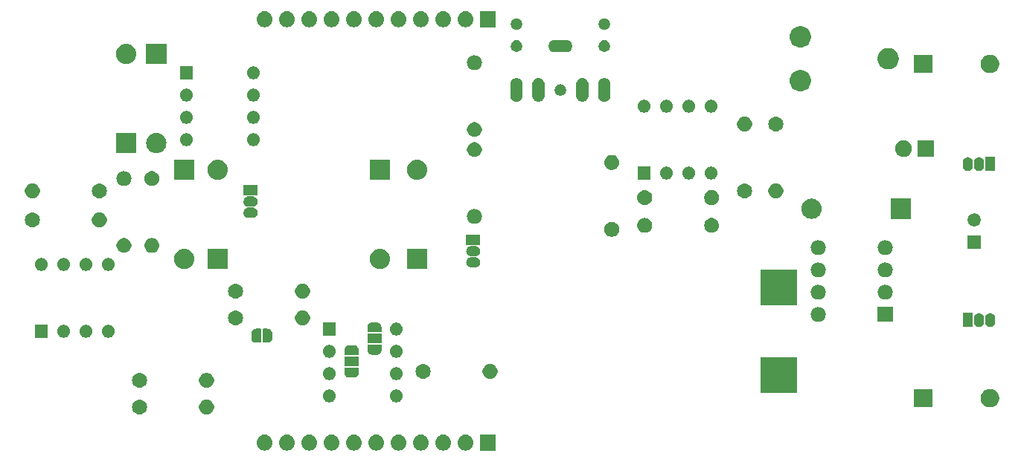
<source format=gbs>
G04 #@! TF.GenerationSoftware,KiCad,Pcbnew,5.0.2-bee76a0~70~ubuntu16.04.1*
G04 #@! TF.CreationDate,2019-09-22T20:04:44+02:00*
G04 #@! TF.ProjectId,fiscal,66697363-616c-42e6-9b69-6361645f7063,v01*
G04 #@! TF.SameCoordinates,Original*
G04 #@! TF.FileFunction,Soldermask,Bot*
G04 #@! TF.FilePolarity,Negative*
%FSLAX46Y46*%
G04 Gerber Fmt 4.6, Leading zero omitted, Abs format (unit mm)*
G04 Created by KiCad (PCBNEW 5.0.2-bee76a0~70~ubuntu16.04.1) date dom 22 sep 2019 20:04:44 CEST*
%MOMM*%
%LPD*%
G01*
G04 APERTURE LIST*
%ADD10C,0.100000*%
G04 APERTURE END LIST*
D10*
G36*
X143686582Y-112142233D02*
X143686584Y-112142234D01*
X143686588Y-112142234D01*
X143856389Y-112193743D01*
X143958370Y-112248253D01*
X144012880Y-112277389D01*
X144150043Y-112389957D01*
X144262611Y-112527120D01*
X144291747Y-112581630D01*
X144346257Y-112683611D01*
X144397766Y-112853412D01*
X144397766Y-112853416D01*
X144397767Y-112853418D01*
X144415159Y-113030000D01*
X144397767Y-113206582D01*
X144397766Y-113206588D01*
X144346257Y-113376389D01*
X144291747Y-113478370D01*
X144262611Y-113532880D01*
X144150043Y-113670043D01*
X144012880Y-113782611D01*
X143958370Y-113811747D01*
X143856389Y-113866257D01*
X143686588Y-113917766D01*
X143686584Y-113917766D01*
X143686582Y-113917767D01*
X143554255Y-113930800D01*
X143465745Y-113930800D01*
X143333418Y-113917767D01*
X143333416Y-113917766D01*
X143333412Y-113917766D01*
X143163611Y-113866257D01*
X143061630Y-113811747D01*
X143007120Y-113782611D01*
X142869957Y-113670043D01*
X142757389Y-113532880D01*
X142728253Y-113478370D01*
X142673743Y-113376389D01*
X142622234Y-113206588D01*
X142622233Y-113206582D01*
X142604841Y-113030000D01*
X142622233Y-112853418D01*
X142622234Y-112853416D01*
X142622234Y-112853412D01*
X142673743Y-112683611D01*
X142728253Y-112581630D01*
X142757389Y-112527120D01*
X142869957Y-112389957D01*
X143007120Y-112277389D01*
X143061630Y-112248253D01*
X143163611Y-112193743D01*
X143333412Y-112142234D01*
X143333416Y-112142234D01*
X143333418Y-112142233D01*
X143465745Y-112129200D01*
X143554255Y-112129200D01*
X143686582Y-112142233D01*
X143686582Y-112142233D01*
G37*
G36*
X166546582Y-112142233D02*
X166546584Y-112142234D01*
X166546588Y-112142234D01*
X166716389Y-112193743D01*
X166818370Y-112248253D01*
X166872880Y-112277389D01*
X167010043Y-112389957D01*
X167122611Y-112527120D01*
X167151747Y-112581630D01*
X167206257Y-112683611D01*
X167257766Y-112853412D01*
X167257766Y-112853416D01*
X167257767Y-112853418D01*
X167275159Y-113030000D01*
X167257767Y-113206582D01*
X167257766Y-113206588D01*
X167206257Y-113376389D01*
X167151747Y-113478370D01*
X167122611Y-113532880D01*
X167010043Y-113670043D01*
X166872880Y-113782611D01*
X166818370Y-113811747D01*
X166716389Y-113866257D01*
X166546588Y-113917766D01*
X166546584Y-113917766D01*
X166546582Y-113917767D01*
X166414255Y-113930800D01*
X166325745Y-113930800D01*
X166193418Y-113917767D01*
X166193416Y-113917766D01*
X166193412Y-113917766D01*
X166023611Y-113866257D01*
X165921630Y-113811747D01*
X165867120Y-113782611D01*
X165729957Y-113670043D01*
X165617389Y-113532880D01*
X165588253Y-113478370D01*
X165533743Y-113376389D01*
X165482234Y-113206588D01*
X165482233Y-113206582D01*
X165464841Y-113030000D01*
X165482233Y-112853418D01*
X165482234Y-112853416D01*
X165482234Y-112853412D01*
X165533743Y-112683611D01*
X165588253Y-112581630D01*
X165617389Y-112527120D01*
X165729957Y-112389957D01*
X165867120Y-112277389D01*
X165921630Y-112248253D01*
X166023611Y-112193743D01*
X166193412Y-112142234D01*
X166193416Y-112142234D01*
X166193418Y-112142233D01*
X166325745Y-112129200D01*
X166414255Y-112129200D01*
X166546582Y-112142233D01*
X166546582Y-112142233D01*
G37*
G36*
X169810800Y-113930800D02*
X168009200Y-113930800D01*
X168009200Y-112129200D01*
X169810800Y-112129200D01*
X169810800Y-113930800D01*
X169810800Y-113930800D01*
G37*
G36*
X164006582Y-112142233D02*
X164006584Y-112142234D01*
X164006588Y-112142234D01*
X164176389Y-112193743D01*
X164278370Y-112248253D01*
X164332880Y-112277389D01*
X164470043Y-112389957D01*
X164582611Y-112527120D01*
X164611747Y-112581630D01*
X164666257Y-112683611D01*
X164717766Y-112853412D01*
X164717766Y-112853416D01*
X164717767Y-112853418D01*
X164735159Y-113030000D01*
X164717767Y-113206582D01*
X164717766Y-113206588D01*
X164666257Y-113376389D01*
X164611747Y-113478370D01*
X164582611Y-113532880D01*
X164470043Y-113670043D01*
X164332880Y-113782611D01*
X164278370Y-113811747D01*
X164176389Y-113866257D01*
X164006588Y-113917766D01*
X164006584Y-113917766D01*
X164006582Y-113917767D01*
X163874255Y-113930800D01*
X163785745Y-113930800D01*
X163653418Y-113917767D01*
X163653416Y-113917766D01*
X163653412Y-113917766D01*
X163483611Y-113866257D01*
X163381630Y-113811747D01*
X163327120Y-113782611D01*
X163189957Y-113670043D01*
X163077389Y-113532880D01*
X163048253Y-113478370D01*
X162993743Y-113376389D01*
X162942234Y-113206588D01*
X162942233Y-113206582D01*
X162924841Y-113030000D01*
X162942233Y-112853418D01*
X162942234Y-112853416D01*
X162942234Y-112853412D01*
X162993743Y-112683611D01*
X163048253Y-112581630D01*
X163077389Y-112527120D01*
X163189957Y-112389957D01*
X163327120Y-112277389D01*
X163381630Y-112248253D01*
X163483611Y-112193743D01*
X163653412Y-112142234D01*
X163653416Y-112142234D01*
X163653418Y-112142233D01*
X163785745Y-112129200D01*
X163874255Y-112129200D01*
X164006582Y-112142233D01*
X164006582Y-112142233D01*
G37*
G36*
X161466582Y-112142233D02*
X161466584Y-112142234D01*
X161466588Y-112142234D01*
X161636389Y-112193743D01*
X161738370Y-112248253D01*
X161792880Y-112277389D01*
X161930043Y-112389957D01*
X162042611Y-112527120D01*
X162071747Y-112581630D01*
X162126257Y-112683611D01*
X162177766Y-112853412D01*
X162177766Y-112853416D01*
X162177767Y-112853418D01*
X162195159Y-113030000D01*
X162177767Y-113206582D01*
X162177766Y-113206588D01*
X162126257Y-113376389D01*
X162071747Y-113478370D01*
X162042611Y-113532880D01*
X161930043Y-113670043D01*
X161792880Y-113782611D01*
X161738370Y-113811747D01*
X161636389Y-113866257D01*
X161466588Y-113917766D01*
X161466584Y-113917766D01*
X161466582Y-113917767D01*
X161334255Y-113930800D01*
X161245745Y-113930800D01*
X161113418Y-113917767D01*
X161113416Y-113917766D01*
X161113412Y-113917766D01*
X160943611Y-113866257D01*
X160841630Y-113811747D01*
X160787120Y-113782611D01*
X160649957Y-113670043D01*
X160537389Y-113532880D01*
X160508253Y-113478370D01*
X160453743Y-113376389D01*
X160402234Y-113206588D01*
X160402233Y-113206582D01*
X160384841Y-113030000D01*
X160402233Y-112853418D01*
X160402234Y-112853416D01*
X160402234Y-112853412D01*
X160453743Y-112683611D01*
X160508253Y-112581630D01*
X160537389Y-112527120D01*
X160649957Y-112389957D01*
X160787120Y-112277389D01*
X160841630Y-112248253D01*
X160943611Y-112193743D01*
X161113412Y-112142234D01*
X161113416Y-112142234D01*
X161113418Y-112142233D01*
X161245745Y-112129200D01*
X161334255Y-112129200D01*
X161466582Y-112142233D01*
X161466582Y-112142233D01*
G37*
G36*
X158926582Y-112142233D02*
X158926584Y-112142234D01*
X158926588Y-112142234D01*
X159096389Y-112193743D01*
X159198370Y-112248253D01*
X159252880Y-112277389D01*
X159390043Y-112389957D01*
X159502611Y-112527120D01*
X159531747Y-112581630D01*
X159586257Y-112683611D01*
X159637766Y-112853412D01*
X159637766Y-112853416D01*
X159637767Y-112853418D01*
X159655159Y-113030000D01*
X159637767Y-113206582D01*
X159637766Y-113206588D01*
X159586257Y-113376389D01*
X159531747Y-113478370D01*
X159502611Y-113532880D01*
X159390043Y-113670043D01*
X159252880Y-113782611D01*
X159198370Y-113811747D01*
X159096389Y-113866257D01*
X158926588Y-113917766D01*
X158926584Y-113917766D01*
X158926582Y-113917767D01*
X158794255Y-113930800D01*
X158705745Y-113930800D01*
X158573418Y-113917767D01*
X158573416Y-113917766D01*
X158573412Y-113917766D01*
X158403611Y-113866257D01*
X158301630Y-113811747D01*
X158247120Y-113782611D01*
X158109957Y-113670043D01*
X157997389Y-113532880D01*
X157968253Y-113478370D01*
X157913743Y-113376389D01*
X157862234Y-113206588D01*
X157862233Y-113206582D01*
X157844841Y-113030000D01*
X157862233Y-112853418D01*
X157862234Y-112853416D01*
X157862234Y-112853412D01*
X157913743Y-112683611D01*
X157968253Y-112581630D01*
X157997389Y-112527120D01*
X158109957Y-112389957D01*
X158247120Y-112277389D01*
X158301630Y-112248253D01*
X158403611Y-112193743D01*
X158573412Y-112142234D01*
X158573416Y-112142234D01*
X158573418Y-112142233D01*
X158705745Y-112129200D01*
X158794255Y-112129200D01*
X158926582Y-112142233D01*
X158926582Y-112142233D01*
G37*
G36*
X153846582Y-112142233D02*
X153846584Y-112142234D01*
X153846588Y-112142234D01*
X154016389Y-112193743D01*
X154118370Y-112248253D01*
X154172880Y-112277389D01*
X154310043Y-112389957D01*
X154422611Y-112527120D01*
X154451747Y-112581630D01*
X154506257Y-112683611D01*
X154557766Y-112853412D01*
X154557766Y-112853416D01*
X154557767Y-112853418D01*
X154575159Y-113030000D01*
X154557767Y-113206582D01*
X154557766Y-113206588D01*
X154506257Y-113376389D01*
X154451747Y-113478370D01*
X154422611Y-113532880D01*
X154310043Y-113670043D01*
X154172880Y-113782611D01*
X154118370Y-113811747D01*
X154016389Y-113866257D01*
X153846588Y-113917766D01*
X153846584Y-113917766D01*
X153846582Y-113917767D01*
X153714255Y-113930800D01*
X153625745Y-113930800D01*
X153493418Y-113917767D01*
X153493416Y-113917766D01*
X153493412Y-113917766D01*
X153323611Y-113866257D01*
X153221630Y-113811747D01*
X153167120Y-113782611D01*
X153029957Y-113670043D01*
X152917389Y-113532880D01*
X152888253Y-113478370D01*
X152833743Y-113376389D01*
X152782234Y-113206588D01*
X152782233Y-113206582D01*
X152764841Y-113030000D01*
X152782233Y-112853418D01*
X152782234Y-112853416D01*
X152782234Y-112853412D01*
X152833743Y-112683611D01*
X152888253Y-112581630D01*
X152917389Y-112527120D01*
X153029957Y-112389957D01*
X153167120Y-112277389D01*
X153221630Y-112248253D01*
X153323611Y-112193743D01*
X153493412Y-112142234D01*
X153493416Y-112142234D01*
X153493418Y-112142233D01*
X153625745Y-112129200D01*
X153714255Y-112129200D01*
X153846582Y-112142233D01*
X153846582Y-112142233D01*
G37*
G36*
X156386582Y-112142233D02*
X156386584Y-112142234D01*
X156386588Y-112142234D01*
X156556389Y-112193743D01*
X156658370Y-112248253D01*
X156712880Y-112277389D01*
X156850043Y-112389957D01*
X156962611Y-112527120D01*
X156991747Y-112581630D01*
X157046257Y-112683611D01*
X157097766Y-112853412D01*
X157097766Y-112853416D01*
X157097767Y-112853418D01*
X157115159Y-113030000D01*
X157097767Y-113206582D01*
X157097766Y-113206588D01*
X157046257Y-113376389D01*
X156991747Y-113478370D01*
X156962611Y-113532880D01*
X156850043Y-113670043D01*
X156712880Y-113782611D01*
X156658370Y-113811747D01*
X156556389Y-113866257D01*
X156386588Y-113917766D01*
X156386584Y-113917766D01*
X156386582Y-113917767D01*
X156254255Y-113930800D01*
X156165745Y-113930800D01*
X156033418Y-113917767D01*
X156033416Y-113917766D01*
X156033412Y-113917766D01*
X155863611Y-113866257D01*
X155761630Y-113811747D01*
X155707120Y-113782611D01*
X155569957Y-113670043D01*
X155457389Y-113532880D01*
X155428253Y-113478370D01*
X155373743Y-113376389D01*
X155322234Y-113206588D01*
X155322233Y-113206582D01*
X155304841Y-113030000D01*
X155322233Y-112853418D01*
X155322234Y-112853416D01*
X155322234Y-112853412D01*
X155373743Y-112683611D01*
X155428253Y-112581630D01*
X155457389Y-112527120D01*
X155569957Y-112389957D01*
X155707120Y-112277389D01*
X155761630Y-112248253D01*
X155863611Y-112193743D01*
X156033412Y-112142234D01*
X156033416Y-112142234D01*
X156033418Y-112142233D01*
X156165745Y-112129200D01*
X156254255Y-112129200D01*
X156386582Y-112142233D01*
X156386582Y-112142233D01*
G37*
G36*
X146226582Y-112142233D02*
X146226584Y-112142234D01*
X146226588Y-112142234D01*
X146396389Y-112193743D01*
X146498370Y-112248253D01*
X146552880Y-112277389D01*
X146690043Y-112389957D01*
X146802611Y-112527120D01*
X146831747Y-112581630D01*
X146886257Y-112683611D01*
X146937766Y-112853412D01*
X146937766Y-112853416D01*
X146937767Y-112853418D01*
X146955159Y-113030000D01*
X146937767Y-113206582D01*
X146937766Y-113206588D01*
X146886257Y-113376389D01*
X146831747Y-113478370D01*
X146802611Y-113532880D01*
X146690043Y-113670043D01*
X146552880Y-113782611D01*
X146498370Y-113811747D01*
X146396389Y-113866257D01*
X146226588Y-113917766D01*
X146226584Y-113917766D01*
X146226582Y-113917767D01*
X146094255Y-113930800D01*
X146005745Y-113930800D01*
X145873418Y-113917767D01*
X145873416Y-113917766D01*
X145873412Y-113917766D01*
X145703611Y-113866257D01*
X145601630Y-113811747D01*
X145547120Y-113782611D01*
X145409957Y-113670043D01*
X145297389Y-113532880D01*
X145268253Y-113478370D01*
X145213743Y-113376389D01*
X145162234Y-113206588D01*
X145162233Y-113206582D01*
X145144841Y-113030000D01*
X145162233Y-112853418D01*
X145162234Y-112853416D01*
X145162234Y-112853412D01*
X145213743Y-112683611D01*
X145268253Y-112581630D01*
X145297389Y-112527120D01*
X145409957Y-112389957D01*
X145547120Y-112277389D01*
X145601630Y-112248253D01*
X145703611Y-112193743D01*
X145873412Y-112142234D01*
X145873416Y-112142234D01*
X145873418Y-112142233D01*
X146005745Y-112129200D01*
X146094255Y-112129200D01*
X146226582Y-112142233D01*
X146226582Y-112142233D01*
G37*
G36*
X151306582Y-112142233D02*
X151306584Y-112142234D01*
X151306588Y-112142234D01*
X151476389Y-112193743D01*
X151578370Y-112248253D01*
X151632880Y-112277389D01*
X151770043Y-112389957D01*
X151882611Y-112527120D01*
X151911747Y-112581630D01*
X151966257Y-112683611D01*
X152017766Y-112853412D01*
X152017766Y-112853416D01*
X152017767Y-112853418D01*
X152035159Y-113030000D01*
X152017767Y-113206582D01*
X152017766Y-113206588D01*
X151966257Y-113376389D01*
X151911747Y-113478370D01*
X151882611Y-113532880D01*
X151770043Y-113670043D01*
X151632880Y-113782611D01*
X151578370Y-113811747D01*
X151476389Y-113866257D01*
X151306588Y-113917766D01*
X151306584Y-113917766D01*
X151306582Y-113917767D01*
X151174255Y-113930800D01*
X151085745Y-113930800D01*
X150953418Y-113917767D01*
X150953416Y-113917766D01*
X150953412Y-113917766D01*
X150783611Y-113866257D01*
X150681630Y-113811747D01*
X150627120Y-113782611D01*
X150489957Y-113670043D01*
X150377389Y-113532880D01*
X150348253Y-113478370D01*
X150293743Y-113376389D01*
X150242234Y-113206588D01*
X150242233Y-113206582D01*
X150224841Y-113030000D01*
X150242233Y-112853418D01*
X150242234Y-112853416D01*
X150242234Y-112853412D01*
X150293743Y-112683611D01*
X150348253Y-112581630D01*
X150377389Y-112527120D01*
X150489957Y-112389957D01*
X150627120Y-112277389D01*
X150681630Y-112248253D01*
X150783611Y-112193743D01*
X150953412Y-112142234D01*
X150953416Y-112142234D01*
X150953418Y-112142233D01*
X151085745Y-112129200D01*
X151174255Y-112129200D01*
X151306582Y-112142233D01*
X151306582Y-112142233D01*
G37*
G36*
X148766582Y-112142233D02*
X148766584Y-112142234D01*
X148766588Y-112142234D01*
X148936389Y-112193743D01*
X149038370Y-112248253D01*
X149092880Y-112277389D01*
X149230043Y-112389957D01*
X149342611Y-112527120D01*
X149371747Y-112581630D01*
X149426257Y-112683611D01*
X149477766Y-112853412D01*
X149477766Y-112853416D01*
X149477767Y-112853418D01*
X149495159Y-113030000D01*
X149477767Y-113206582D01*
X149477766Y-113206588D01*
X149426257Y-113376389D01*
X149371747Y-113478370D01*
X149342611Y-113532880D01*
X149230043Y-113670043D01*
X149092880Y-113782611D01*
X149038370Y-113811747D01*
X148936389Y-113866257D01*
X148766588Y-113917766D01*
X148766584Y-113917766D01*
X148766582Y-113917767D01*
X148634255Y-113930800D01*
X148545745Y-113930800D01*
X148413418Y-113917767D01*
X148413416Y-113917766D01*
X148413412Y-113917766D01*
X148243611Y-113866257D01*
X148141630Y-113811747D01*
X148087120Y-113782611D01*
X147949957Y-113670043D01*
X147837389Y-113532880D01*
X147808253Y-113478370D01*
X147753743Y-113376389D01*
X147702234Y-113206588D01*
X147702233Y-113206582D01*
X147684841Y-113030000D01*
X147702233Y-112853418D01*
X147702234Y-112853416D01*
X147702234Y-112853412D01*
X147753743Y-112683611D01*
X147808253Y-112581630D01*
X147837389Y-112527120D01*
X147949957Y-112389957D01*
X148087120Y-112277389D01*
X148141630Y-112248253D01*
X148243611Y-112193743D01*
X148413412Y-112142234D01*
X148413416Y-112142234D01*
X148413418Y-112142233D01*
X148545745Y-112129200D01*
X148634255Y-112129200D01*
X148766582Y-112142233D01*
X148766582Y-112142233D01*
G37*
G36*
X129452782Y-108127510D02*
X129452785Y-108127511D01*
X129452786Y-108127511D01*
X129480988Y-108136066D01*
X129613162Y-108176160D01*
X129760968Y-108255164D01*
X129890517Y-108361483D01*
X129996836Y-108491032D01*
X130075840Y-108638838D01*
X130124490Y-108799218D01*
X130140917Y-108966000D01*
X130124490Y-109132782D01*
X130075840Y-109293162D01*
X129996836Y-109440968D01*
X129890517Y-109570517D01*
X129760968Y-109676836D01*
X129613162Y-109755840D01*
X129480988Y-109795934D01*
X129452786Y-109804489D01*
X129452785Y-109804489D01*
X129452782Y-109804490D01*
X129327796Y-109816800D01*
X129244204Y-109816800D01*
X129119218Y-109804490D01*
X129119215Y-109804489D01*
X129119214Y-109804489D01*
X129091012Y-109795934D01*
X128958838Y-109755840D01*
X128811032Y-109676836D01*
X128681483Y-109570517D01*
X128575164Y-109440968D01*
X128496160Y-109293162D01*
X128447510Y-109132782D01*
X128431083Y-108966000D01*
X128447510Y-108799218D01*
X128496160Y-108638838D01*
X128575164Y-108491032D01*
X128681483Y-108361483D01*
X128811032Y-108255164D01*
X128958838Y-108176160D01*
X129091012Y-108136066D01*
X129119214Y-108127511D01*
X129119215Y-108127511D01*
X129119218Y-108127510D01*
X129244204Y-108115200D01*
X129327796Y-108115200D01*
X129452782Y-108127510D01*
X129452782Y-108127510D01*
G37*
G36*
X137154169Y-108147895D02*
X137309005Y-108212031D01*
X137448354Y-108305140D01*
X137566860Y-108423646D01*
X137659969Y-108562995D01*
X137724105Y-108717831D01*
X137756800Y-108882203D01*
X137756800Y-109049797D01*
X137724105Y-109214169D01*
X137659969Y-109369005D01*
X137566860Y-109508354D01*
X137448354Y-109626860D01*
X137309005Y-109719969D01*
X137154169Y-109784105D01*
X136989797Y-109816800D01*
X136822203Y-109816800D01*
X136657831Y-109784105D01*
X136502995Y-109719969D01*
X136363646Y-109626860D01*
X136245140Y-109508354D01*
X136152031Y-109369005D01*
X136087895Y-109214169D01*
X136055200Y-109049797D01*
X136055200Y-108882203D01*
X136087895Y-108717831D01*
X136152031Y-108562995D01*
X136245140Y-108423646D01*
X136363646Y-108305140D01*
X136502995Y-108212031D01*
X136657831Y-108147895D01*
X136822203Y-108115200D01*
X136989797Y-108115200D01*
X137154169Y-108147895D01*
X137154169Y-108147895D01*
G37*
G36*
X219490800Y-109000800D02*
X217389200Y-109000800D01*
X217389200Y-106899200D01*
X219490800Y-106899200D01*
X219490800Y-109000800D01*
X219490800Y-109000800D01*
G37*
G36*
X226211166Y-106912661D02*
X226346509Y-106939582D01*
X226537738Y-107018792D01*
X226537740Y-107018793D01*
X226709846Y-107133791D01*
X226856209Y-107280154D01*
X226923459Y-107380800D01*
X226971208Y-107452262D01*
X227050418Y-107643491D01*
X227090800Y-107846506D01*
X227090800Y-108053494D01*
X227050418Y-108256509D01*
X226981187Y-108423646D01*
X226971207Y-108447740D01*
X226856209Y-108619846D01*
X226709846Y-108766209D01*
X226537740Y-108881207D01*
X226537739Y-108881208D01*
X226537738Y-108881208D01*
X226346509Y-108960418D01*
X226211166Y-108987339D01*
X226143495Y-109000800D01*
X225936505Y-109000800D01*
X225868834Y-108987339D01*
X225733491Y-108960418D01*
X225542262Y-108881208D01*
X225542261Y-108881208D01*
X225542260Y-108881207D01*
X225370154Y-108766209D01*
X225223791Y-108619846D01*
X225108793Y-108447740D01*
X225098813Y-108423646D01*
X225029582Y-108256509D01*
X224989200Y-108053494D01*
X224989200Y-107846506D01*
X225029582Y-107643491D01*
X225108792Y-107452262D01*
X225156542Y-107380800D01*
X225223791Y-107280154D01*
X225370154Y-107133791D01*
X225542260Y-107018793D01*
X225542262Y-107018792D01*
X225733491Y-106939582D01*
X225868834Y-106912661D01*
X225936505Y-106899200D01*
X226143495Y-106899200D01*
X226211166Y-106912661D01*
X226211166Y-106912661D01*
G37*
G36*
X151090859Y-106987707D02*
X151224909Y-107043232D01*
X151345556Y-107123846D01*
X151448154Y-107226444D01*
X151528768Y-107347091D01*
X151584293Y-107481141D01*
X151612600Y-107623451D01*
X151612600Y-107768549D01*
X151584293Y-107910859D01*
X151528768Y-108044909D01*
X151448154Y-108165556D01*
X151345556Y-108268154D01*
X151224909Y-108348768D01*
X151090859Y-108404293D01*
X150948549Y-108432600D01*
X150803451Y-108432600D01*
X150661141Y-108404293D01*
X150527091Y-108348768D01*
X150406444Y-108268154D01*
X150303846Y-108165556D01*
X150223232Y-108044909D01*
X150167707Y-107910859D01*
X150139400Y-107768549D01*
X150139400Y-107623451D01*
X150167707Y-107481141D01*
X150223232Y-107347091D01*
X150303846Y-107226444D01*
X150406444Y-107123846D01*
X150527091Y-107043232D01*
X150661141Y-106987707D01*
X150803451Y-106959400D01*
X150948549Y-106959400D01*
X151090859Y-106987707D01*
X151090859Y-106987707D01*
G37*
G36*
X158710859Y-106987707D02*
X158844909Y-107043232D01*
X158965556Y-107123846D01*
X159068154Y-107226444D01*
X159148768Y-107347091D01*
X159204293Y-107481141D01*
X159232600Y-107623451D01*
X159232600Y-107768549D01*
X159204293Y-107910859D01*
X159148768Y-108044909D01*
X159068154Y-108165556D01*
X158965556Y-108268154D01*
X158844909Y-108348768D01*
X158710859Y-108404293D01*
X158568549Y-108432600D01*
X158423451Y-108432600D01*
X158281141Y-108404293D01*
X158147091Y-108348768D01*
X158026444Y-108268154D01*
X157923846Y-108165556D01*
X157843232Y-108044909D01*
X157787707Y-107910859D01*
X157759400Y-107768549D01*
X157759400Y-107623451D01*
X157787707Y-107481141D01*
X157843232Y-107347091D01*
X157923846Y-107226444D01*
X158026444Y-107123846D01*
X158147091Y-107043232D01*
X158281141Y-106987707D01*
X158423451Y-106959400D01*
X158568549Y-106959400D01*
X158710859Y-106987707D01*
X158710859Y-106987707D01*
G37*
G36*
X204060800Y-107380800D02*
X199959200Y-107380800D01*
X199959200Y-103279200D01*
X204060800Y-103279200D01*
X204060800Y-107380800D01*
X204060800Y-107380800D01*
G37*
G36*
X137154169Y-105099895D02*
X137203812Y-105120458D01*
X137275545Y-105150171D01*
X137309005Y-105164031D01*
X137448354Y-105257140D01*
X137566860Y-105375646D01*
X137659969Y-105514995D01*
X137724105Y-105669831D01*
X137756800Y-105834203D01*
X137756800Y-106001797D01*
X137724105Y-106166169D01*
X137659969Y-106321005D01*
X137566860Y-106460354D01*
X137448354Y-106578860D01*
X137309005Y-106671969D01*
X137154169Y-106736105D01*
X136989797Y-106768800D01*
X136822203Y-106768800D01*
X136657831Y-106736105D01*
X136502995Y-106671969D01*
X136363646Y-106578860D01*
X136245140Y-106460354D01*
X136152031Y-106321005D01*
X136087895Y-106166169D01*
X136055200Y-106001797D01*
X136055200Y-105834203D01*
X136087895Y-105669831D01*
X136152031Y-105514995D01*
X136245140Y-105375646D01*
X136363646Y-105257140D01*
X136502995Y-105164031D01*
X136536456Y-105150171D01*
X136608188Y-105120458D01*
X136657831Y-105099895D01*
X136822203Y-105067200D01*
X136989797Y-105067200D01*
X137154169Y-105099895D01*
X137154169Y-105099895D01*
G37*
G36*
X129452782Y-105079510D02*
X129452785Y-105079511D01*
X129452786Y-105079511D01*
X129465774Y-105083451D01*
X129613162Y-105128160D01*
X129760968Y-105207164D01*
X129890517Y-105313483D01*
X129996836Y-105443032D01*
X130075840Y-105590838D01*
X130106478Y-105691839D01*
X130121236Y-105740489D01*
X130124490Y-105751218D01*
X130140917Y-105918000D01*
X130124490Y-106084782D01*
X130075840Y-106245162D01*
X129996836Y-106392968D01*
X129890517Y-106522517D01*
X129760968Y-106628836D01*
X129613162Y-106707840D01*
X129480988Y-106747934D01*
X129452786Y-106756489D01*
X129452785Y-106756489D01*
X129452782Y-106756490D01*
X129327796Y-106768800D01*
X129244204Y-106768800D01*
X129119218Y-106756490D01*
X129119215Y-106756489D01*
X129119214Y-106756489D01*
X129091012Y-106747934D01*
X128958838Y-106707840D01*
X128811032Y-106628836D01*
X128681483Y-106522517D01*
X128575164Y-106392968D01*
X128496160Y-106245162D01*
X128447510Y-106084782D01*
X128431083Y-105918000D01*
X128447510Y-105751218D01*
X128450765Y-105740489D01*
X128465522Y-105691839D01*
X128496160Y-105590838D01*
X128575164Y-105443032D01*
X128681483Y-105313483D01*
X128811032Y-105207164D01*
X128958838Y-105128160D01*
X129106226Y-105083451D01*
X129119214Y-105079511D01*
X129119215Y-105079511D01*
X129119218Y-105079510D01*
X129244204Y-105067200D01*
X129327796Y-105067200D01*
X129452782Y-105079510D01*
X129452782Y-105079510D01*
G37*
G36*
X158710859Y-104447707D02*
X158844909Y-104503232D01*
X158965556Y-104583846D01*
X159068154Y-104686444D01*
X159148768Y-104807091D01*
X159204293Y-104941141D01*
X159232600Y-105083451D01*
X159232600Y-105228549D01*
X159204293Y-105370859D01*
X159148768Y-105504909D01*
X159110046Y-105562860D01*
X159068155Y-105625555D01*
X158965555Y-105728155D01*
X158947094Y-105740490D01*
X158844909Y-105808768D01*
X158710859Y-105864293D01*
X158568549Y-105892600D01*
X158423451Y-105892600D01*
X158281141Y-105864293D01*
X158147091Y-105808768D01*
X158044906Y-105740490D01*
X158026445Y-105728155D01*
X157923845Y-105625555D01*
X157881954Y-105562860D01*
X157843232Y-105504909D01*
X157787707Y-105370859D01*
X157759400Y-105228549D01*
X157759400Y-105083451D01*
X157787707Y-104941141D01*
X157843232Y-104807091D01*
X157923846Y-104686444D01*
X158026444Y-104583846D01*
X158147091Y-104503232D01*
X158281141Y-104447707D01*
X158423451Y-104419400D01*
X158568549Y-104419400D01*
X158710859Y-104447707D01*
X158710859Y-104447707D01*
G37*
G36*
X151090859Y-104447707D02*
X151224909Y-104503232D01*
X151345556Y-104583846D01*
X151448154Y-104686444D01*
X151528768Y-104807091D01*
X151584293Y-104941141D01*
X151612600Y-105083451D01*
X151612600Y-105228549D01*
X151584293Y-105370859D01*
X151528768Y-105504909D01*
X151490046Y-105562860D01*
X151448155Y-105625555D01*
X151345555Y-105728155D01*
X151327094Y-105740490D01*
X151224909Y-105808768D01*
X151090859Y-105864293D01*
X150948549Y-105892600D01*
X150803451Y-105892600D01*
X150661141Y-105864293D01*
X150527091Y-105808768D01*
X150424906Y-105740490D01*
X150406445Y-105728155D01*
X150303845Y-105625555D01*
X150261954Y-105562860D01*
X150223232Y-105504909D01*
X150167707Y-105370859D01*
X150139400Y-105228549D01*
X150139400Y-105083451D01*
X150167707Y-104941141D01*
X150223232Y-104807091D01*
X150303846Y-104686444D01*
X150406444Y-104583846D01*
X150527091Y-104503232D01*
X150661141Y-104447707D01*
X150803451Y-104419400D01*
X150948549Y-104419400D01*
X151090859Y-104447707D01*
X151090859Y-104447707D01*
G37*
G36*
X161710782Y-104063510D02*
X161710785Y-104063511D01*
X161710786Y-104063511D01*
X161738988Y-104072066D01*
X161871162Y-104112160D01*
X162018968Y-104191164D01*
X162148517Y-104297483D01*
X162254836Y-104427032D01*
X162333840Y-104574838D01*
X162382490Y-104735218D01*
X162398917Y-104902000D01*
X162382490Y-105068782D01*
X162382489Y-105068785D01*
X162382489Y-105068786D01*
X162378970Y-105080387D01*
X162333840Y-105229162D01*
X162254836Y-105376968D01*
X162148517Y-105506517D01*
X162018968Y-105612836D01*
X161871162Y-105691840D01*
X161738988Y-105731934D01*
X161710786Y-105740489D01*
X161710785Y-105740489D01*
X161710782Y-105740490D01*
X161585796Y-105752800D01*
X161502204Y-105752800D01*
X161377218Y-105740490D01*
X161377215Y-105740489D01*
X161377214Y-105740489D01*
X161349012Y-105731934D01*
X161216838Y-105691840D01*
X161069032Y-105612836D01*
X160939483Y-105506517D01*
X160833164Y-105376968D01*
X160754160Y-105229162D01*
X160709030Y-105080387D01*
X160705511Y-105068786D01*
X160705511Y-105068785D01*
X160705510Y-105068782D01*
X160689083Y-104902000D01*
X160705510Y-104735218D01*
X160754160Y-104574838D01*
X160833164Y-104427032D01*
X160939483Y-104297483D01*
X161069032Y-104191164D01*
X161216838Y-104112160D01*
X161349012Y-104072066D01*
X161377214Y-104063511D01*
X161377215Y-104063511D01*
X161377218Y-104063510D01*
X161502204Y-104051200D01*
X161585796Y-104051200D01*
X161710782Y-104063510D01*
X161710782Y-104063510D01*
G37*
G36*
X169412169Y-104083895D02*
X169567005Y-104148031D01*
X169706354Y-104241140D01*
X169824860Y-104359646D01*
X169917969Y-104498995D01*
X169982105Y-104653831D01*
X170014800Y-104818203D01*
X170014800Y-104985797D01*
X169982105Y-105150169D01*
X169917969Y-105305005D01*
X169824860Y-105444354D01*
X169706354Y-105562860D01*
X169567005Y-105655969D01*
X169567004Y-105655970D01*
X169567003Y-105655970D01*
X169533540Y-105669831D01*
X169412169Y-105720105D01*
X169247797Y-105752800D01*
X169080203Y-105752800D01*
X168915831Y-105720105D01*
X168794460Y-105669831D01*
X168760997Y-105655970D01*
X168760996Y-105655970D01*
X168760995Y-105655969D01*
X168621646Y-105562860D01*
X168503140Y-105444354D01*
X168410031Y-105305005D01*
X168345895Y-105150169D01*
X168313200Y-104985797D01*
X168313200Y-104818203D01*
X168345895Y-104653831D01*
X168410031Y-104498995D01*
X168503140Y-104359646D01*
X168621646Y-104241140D01*
X168760995Y-104148031D01*
X168915831Y-104083895D01*
X169080203Y-104051200D01*
X169247797Y-104051200D01*
X169412169Y-104083895D01*
X169412169Y-104083895D01*
G37*
G36*
X154175957Y-104458934D02*
X154185532Y-104461839D01*
X154185534Y-104461840D01*
X154194360Y-104466557D01*
X154194362Y-104466558D01*
X154194361Y-104466558D01*
X154202095Y-104472905D01*
X154208442Y-104480639D01*
X154213161Y-104489468D01*
X154216066Y-104499043D01*
X154217292Y-104511493D01*
X154217292Y-105056507D01*
X154215726Y-105072404D01*
X154215129Y-105075405D01*
X154214884Y-105080387D01*
X154214884Y-105105516D01*
X154213412Y-105120458D01*
X154195263Y-105211700D01*
X154190901Y-105226080D01*
X154155305Y-105312018D01*
X154148224Y-105325266D01*
X154096537Y-105402620D01*
X154094950Y-105404553D01*
X154094948Y-105404557D01*
X154088600Y-105412292D01*
X154087008Y-105414232D01*
X154021232Y-105480008D01*
X154019292Y-105481600D01*
X154011557Y-105487948D01*
X154011553Y-105487950D01*
X154009620Y-105489537D01*
X153932266Y-105541224D01*
X153919018Y-105548305D01*
X153833080Y-105583901D01*
X153826688Y-105585840D01*
X153821101Y-105587535D01*
X153821098Y-105587536D01*
X153818700Y-105588263D01*
X153727458Y-105606412D01*
X153712516Y-105607884D01*
X153687387Y-105607884D01*
X153677476Y-105608860D01*
X153677108Y-105608952D01*
X153663507Y-105610292D01*
X153168493Y-105610292D01*
X153152596Y-105608726D01*
X153149595Y-105608129D01*
X153144613Y-105607884D01*
X153119484Y-105607884D01*
X153104542Y-105606412D01*
X153013300Y-105588263D01*
X153010902Y-105587536D01*
X153010899Y-105587535D01*
X153005312Y-105585840D01*
X152998920Y-105583901D01*
X152912982Y-105548305D01*
X152899734Y-105541224D01*
X152822380Y-105489537D01*
X152820447Y-105487950D01*
X152820443Y-105487948D01*
X152812708Y-105481600D01*
X152810768Y-105480008D01*
X152744992Y-105414232D01*
X152743400Y-105412292D01*
X152737052Y-105404557D01*
X152737050Y-105404553D01*
X152735463Y-105402620D01*
X152683776Y-105325266D01*
X152676695Y-105312018D01*
X152641099Y-105226080D01*
X152636737Y-105211700D01*
X152618588Y-105120458D01*
X152617116Y-105105516D01*
X152617116Y-105080387D01*
X152616140Y-105070476D01*
X152616048Y-105070108D01*
X152614708Y-105056507D01*
X152614708Y-104511493D01*
X152615934Y-104499043D01*
X152618839Y-104489468D01*
X152623558Y-104480639D01*
X152629905Y-104472905D01*
X152637639Y-104466558D01*
X152637638Y-104466558D01*
X152637640Y-104466557D01*
X152646466Y-104461840D01*
X152646468Y-104461839D01*
X152656043Y-104458934D01*
X152668493Y-104457708D01*
X154163507Y-104457708D01*
X154175957Y-104458934D01*
X154175957Y-104458934D01*
G37*
G36*
X154216800Y-104309800D02*
X152615200Y-104309800D01*
X152615200Y-103208200D01*
X154216800Y-103208200D01*
X154216800Y-104309800D01*
X154216800Y-104309800D01*
G37*
G36*
X158710859Y-101907707D02*
X158844909Y-101963232D01*
X158925340Y-102016975D01*
X158954413Y-102036400D01*
X158965556Y-102043846D01*
X159068154Y-102146444D01*
X159148768Y-102267091D01*
X159204293Y-102401141D01*
X159232600Y-102543451D01*
X159232600Y-102688549D01*
X159204293Y-102830859D01*
X159148768Y-102964909D01*
X159068154Y-103085556D01*
X158965556Y-103188154D01*
X158844909Y-103268768D01*
X158710859Y-103324293D01*
X158568549Y-103352600D01*
X158423451Y-103352600D01*
X158281141Y-103324293D01*
X158147091Y-103268768D01*
X158026444Y-103188154D01*
X157923846Y-103085556D01*
X157843232Y-102964909D01*
X157787707Y-102830859D01*
X157759400Y-102688549D01*
X157759400Y-102543451D01*
X157787707Y-102401141D01*
X157843232Y-102267091D01*
X157923846Y-102146444D01*
X158026444Y-102043846D01*
X158037588Y-102036400D01*
X158066660Y-102016975D01*
X158147091Y-101963232D01*
X158281141Y-101907707D01*
X158423451Y-101879400D01*
X158568549Y-101879400D01*
X158710859Y-101907707D01*
X158710859Y-101907707D01*
G37*
G36*
X151090859Y-101907707D02*
X151224909Y-101963232D01*
X151305340Y-102016975D01*
X151334413Y-102036400D01*
X151345556Y-102043846D01*
X151448154Y-102146444D01*
X151528768Y-102267091D01*
X151584293Y-102401141D01*
X151612600Y-102543451D01*
X151612600Y-102688549D01*
X151584293Y-102830859D01*
X151528768Y-102964909D01*
X151448154Y-103085556D01*
X151345556Y-103188154D01*
X151224909Y-103268768D01*
X151090859Y-103324293D01*
X150948549Y-103352600D01*
X150803451Y-103352600D01*
X150661141Y-103324293D01*
X150527091Y-103268768D01*
X150406444Y-103188154D01*
X150303846Y-103085556D01*
X150223232Y-102964909D01*
X150167707Y-102830859D01*
X150139400Y-102688549D01*
X150139400Y-102543451D01*
X150167707Y-102401141D01*
X150223232Y-102267091D01*
X150303846Y-102146444D01*
X150406444Y-102043846D01*
X150417588Y-102036400D01*
X150446660Y-102016975D01*
X150527091Y-101963232D01*
X150661141Y-101907707D01*
X150803451Y-101879400D01*
X150948549Y-101879400D01*
X151090859Y-101907707D01*
X151090859Y-101907707D01*
G37*
G36*
X153679404Y-101909274D02*
X153682405Y-101909871D01*
X153687387Y-101910116D01*
X153712516Y-101910116D01*
X153727458Y-101911588D01*
X153818700Y-101929737D01*
X153821098Y-101930464D01*
X153821101Y-101930465D01*
X153826688Y-101932160D01*
X153833080Y-101934099D01*
X153919018Y-101969695D01*
X153932266Y-101976776D01*
X154009620Y-102028463D01*
X154011553Y-102030050D01*
X154011557Y-102030052D01*
X154019292Y-102036400D01*
X154021232Y-102037992D01*
X154087008Y-102103768D01*
X154088600Y-102105708D01*
X154094948Y-102113443D01*
X154094950Y-102113447D01*
X154096537Y-102115380D01*
X154148224Y-102192734D01*
X154155305Y-102205982D01*
X154190901Y-102291920D01*
X154195263Y-102306300D01*
X154213412Y-102397542D01*
X154214884Y-102412484D01*
X154214884Y-102437613D01*
X154215860Y-102447524D01*
X154215952Y-102447892D01*
X154217292Y-102461493D01*
X154217292Y-103006507D01*
X154216066Y-103018957D01*
X154216065Y-103018959D01*
X154213160Y-103028534D01*
X154208443Y-103037360D01*
X154202095Y-103045095D01*
X154194360Y-103051443D01*
X154185534Y-103056160D01*
X154185532Y-103056161D01*
X154175957Y-103059066D01*
X154163507Y-103060292D01*
X152668493Y-103060292D01*
X152656043Y-103059066D01*
X152646468Y-103056161D01*
X152646466Y-103056160D01*
X152637640Y-103051443D01*
X152629905Y-103045095D01*
X152623557Y-103037360D01*
X152618840Y-103028534D01*
X152615935Y-103018959D01*
X152615934Y-103018957D01*
X152614708Y-103006507D01*
X152614708Y-102461493D01*
X152616274Y-102445596D01*
X152616871Y-102442595D01*
X152617116Y-102437613D01*
X152617116Y-102412484D01*
X152618588Y-102397542D01*
X152636737Y-102306300D01*
X152641099Y-102291920D01*
X152676695Y-102205982D01*
X152683776Y-102192734D01*
X152735463Y-102115380D01*
X152737050Y-102113447D01*
X152737052Y-102113443D01*
X152743400Y-102105708D01*
X152744992Y-102103768D01*
X152810768Y-102037992D01*
X152812708Y-102036400D01*
X152820443Y-102030052D01*
X152820447Y-102030050D01*
X152822380Y-102028463D01*
X152899734Y-101976776D01*
X152912982Y-101969695D01*
X152998920Y-101934099D01*
X153005312Y-101932160D01*
X153010899Y-101930465D01*
X153010902Y-101930464D01*
X153013300Y-101929737D01*
X153104542Y-101911588D01*
X153119484Y-101910116D01*
X153144613Y-101910116D01*
X153154524Y-101909140D01*
X153154892Y-101909048D01*
X153168493Y-101907708D01*
X153663507Y-101907708D01*
X153679404Y-101909274D01*
X153679404Y-101909274D01*
G37*
G36*
X156779457Y-101855434D02*
X156789032Y-101858339D01*
X156789034Y-101858340D01*
X156797860Y-101863057D01*
X156805595Y-101869405D01*
X156811943Y-101877140D01*
X156816660Y-101885966D01*
X156816661Y-101885968D01*
X156819566Y-101895543D01*
X156820792Y-101907993D01*
X156820792Y-102453007D01*
X156819226Y-102468904D01*
X156818629Y-102471905D01*
X156818384Y-102476887D01*
X156818384Y-102502016D01*
X156816912Y-102516958D01*
X156798763Y-102608200D01*
X156794401Y-102622580D01*
X156758805Y-102708518D01*
X156751724Y-102721766D01*
X156700037Y-102799120D01*
X156698450Y-102801053D01*
X156698448Y-102801057D01*
X156692100Y-102808792D01*
X156690508Y-102810732D01*
X156624732Y-102876508D01*
X156622792Y-102878100D01*
X156615057Y-102884448D01*
X156615053Y-102884450D01*
X156613120Y-102886037D01*
X156535766Y-102937724D01*
X156522518Y-102944805D01*
X156436580Y-102980401D01*
X156430188Y-102982340D01*
X156424601Y-102984035D01*
X156424598Y-102984036D01*
X156422200Y-102984763D01*
X156330958Y-103002912D01*
X156316016Y-103004384D01*
X156290887Y-103004384D01*
X156280976Y-103005360D01*
X156280608Y-103005452D01*
X156267007Y-103006792D01*
X155771993Y-103006792D01*
X155756096Y-103005226D01*
X155753095Y-103004629D01*
X155748113Y-103004384D01*
X155722984Y-103004384D01*
X155708042Y-103002912D01*
X155616800Y-102984763D01*
X155614402Y-102984036D01*
X155614399Y-102984035D01*
X155608812Y-102982340D01*
X155602420Y-102980401D01*
X155516482Y-102944805D01*
X155503234Y-102937724D01*
X155425880Y-102886037D01*
X155423947Y-102884450D01*
X155423943Y-102884448D01*
X155416208Y-102878100D01*
X155414268Y-102876508D01*
X155348492Y-102810732D01*
X155346900Y-102808792D01*
X155340552Y-102801057D01*
X155340550Y-102801053D01*
X155338963Y-102799120D01*
X155287276Y-102721766D01*
X155280195Y-102708518D01*
X155244599Y-102622580D01*
X155240237Y-102608200D01*
X155222088Y-102516958D01*
X155220616Y-102502016D01*
X155220616Y-102476887D01*
X155219640Y-102466976D01*
X155219548Y-102466608D01*
X155218208Y-102453007D01*
X155218208Y-101907993D01*
X155219434Y-101895543D01*
X155222339Y-101885968D01*
X155222340Y-101885966D01*
X155227057Y-101877140D01*
X155233405Y-101869405D01*
X155241140Y-101863057D01*
X155249966Y-101858340D01*
X155249968Y-101858339D01*
X155259543Y-101855434D01*
X155271993Y-101854208D01*
X156767007Y-101854208D01*
X156779457Y-101855434D01*
X156779457Y-101855434D01*
G37*
G36*
X156820300Y-101706300D02*
X155218700Y-101706300D01*
X155218700Y-100604700D01*
X156820300Y-100604700D01*
X156820300Y-101706300D01*
X156820300Y-101706300D01*
G37*
G36*
X143855904Y-100038274D02*
X143858905Y-100038871D01*
X143863887Y-100039116D01*
X143889016Y-100039116D01*
X143903958Y-100040588D01*
X143995200Y-100058737D01*
X143997598Y-100059464D01*
X143997601Y-100059465D01*
X144003188Y-100061160D01*
X144009580Y-100063099D01*
X144095518Y-100098695D01*
X144108766Y-100105776D01*
X144186120Y-100157463D01*
X144188053Y-100159050D01*
X144188057Y-100159052D01*
X144195792Y-100165400D01*
X144197732Y-100166992D01*
X144263508Y-100232768D01*
X144265100Y-100234708D01*
X144271448Y-100242443D01*
X144271450Y-100242447D01*
X144273037Y-100244380D01*
X144324724Y-100321734D01*
X144331805Y-100334982D01*
X144367401Y-100420920D01*
X144371763Y-100435300D01*
X144389912Y-100526542D01*
X144391384Y-100541484D01*
X144391384Y-100566613D01*
X144392360Y-100576524D01*
X144392452Y-100576892D01*
X144393792Y-100590493D01*
X144393792Y-101085507D01*
X144392226Y-101101404D01*
X144391629Y-101104405D01*
X144391384Y-101109387D01*
X144391384Y-101134516D01*
X144389912Y-101149458D01*
X144371763Y-101240700D01*
X144367401Y-101255080D01*
X144331805Y-101341018D01*
X144324724Y-101354266D01*
X144273037Y-101431620D01*
X144271450Y-101433553D01*
X144271448Y-101433557D01*
X144265100Y-101441292D01*
X144263508Y-101443232D01*
X144197732Y-101509008D01*
X144195792Y-101510600D01*
X144188057Y-101516948D01*
X144188053Y-101516950D01*
X144186120Y-101518537D01*
X144108766Y-101570224D01*
X144095518Y-101577305D01*
X144009580Y-101612901D01*
X144003188Y-101614840D01*
X143997601Y-101616535D01*
X143997598Y-101616536D01*
X143995200Y-101617263D01*
X143903958Y-101635412D01*
X143889016Y-101636884D01*
X143863887Y-101636884D01*
X143853976Y-101637860D01*
X143853608Y-101637952D01*
X143840007Y-101639292D01*
X143344993Y-101639292D01*
X143332543Y-101638066D01*
X143322968Y-101635161D01*
X143322966Y-101635160D01*
X143314140Y-101630443D01*
X143306405Y-101624095D01*
X143300057Y-101616360D01*
X143295340Y-101607534D01*
X143292435Y-101597959D01*
X143292434Y-101597957D01*
X143291208Y-101585507D01*
X143291208Y-100090493D01*
X143292434Y-100078043D01*
X143295339Y-100068468D01*
X143295340Y-100068466D01*
X143300057Y-100059640D01*
X143306405Y-100051905D01*
X143314140Y-100045557D01*
X143322966Y-100040840D01*
X143322968Y-100040839D01*
X143332543Y-100037934D01*
X143344993Y-100036708D01*
X143840007Y-100036708D01*
X143855904Y-100038274D01*
X143855904Y-100038274D01*
G37*
G36*
X143052457Y-100037934D02*
X143062032Y-100040839D01*
X143062034Y-100040840D01*
X143070860Y-100045557D01*
X143078595Y-100051905D01*
X143084943Y-100059640D01*
X143089660Y-100068466D01*
X143089661Y-100068468D01*
X143092566Y-100078043D01*
X143093792Y-100090493D01*
X143093792Y-101585507D01*
X143092566Y-101597957D01*
X143092565Y-101597959D01*
X143089660Y-101607534D01*
X143084943Y-101616360D01*
X143078595Y-101624095D01*
X143070860Y-101630443D01*
X143062034Y-101635160D01*
X143062032Y-101635161D01*
X143052457Y-101638066D01*
X143040007Y-101639292D01*
X142544993Y-101639292D01*
X142529096Y-101637726D01*
X142526095Y-101637129D01*
X142521113Y-101636884D01*
X142495984Y-101636884D01*
X142481042Y-101635412D01*
X142389800Y-101617263D01*
X142387402Y-101616536D01*
X142387399Y-101616535D01*
X142381812Y-101614840D01*
X142375420Y-101612901D01*
X142289482Y-101577305D01*
X142276234Y-101570224D01*
X142198880Y-101518537D01*
X142196947Y-101516950D01*
X142196943Y-101516948D01*
X142189208Y-101510600D01*
X142187268Y-101509008D01*
X142121492Y-101443232D01*
X142119900Y-101441292D01*
X142113552Y-101433557D01*
X142113550Y-101433553D01*
X142111963Y-101431620D01*
X142060276Y-101354266D01*
X142053195Y-101341018D01*
X142017599Y-101255080D01*
X142013237Y-101240700D01*
X141995088Y-101149458D01*
X141993616Y-101134516D01*
X141993616Y-101109387D01*
X141992640Y-101099476D01*
X141992548Y-101099108D01*
X141991208Y-101085507D01*
X141991208Y-100590493D01*
X141992774Y-100574596D01*
X141993371Y-100571595D01*
X141993616Y-100566613D01*
X141993616Y-100541484D01*
X141995088Y-100526542D01*
X142013237Y-100435300D01*
X142017599Y-100420920D01*
X142053195Y-100334982D01*
X142060276Y-100321734D01*
X142111963Y-100244380D01*
X142113550Y-100242447D01*
X142113552Y-100242443D01*
X142119900Y-100234708D01*
X142121492Y-100232768D01*
X142187268Y-100166992D01*
X142189208Y-100165400D01*
X142196943Y-100159052D01*
X142196947Y-100159050D01*
X142198880Y-100157463D01*
X142276234Y-100105776D01*
X142289482Y-100098695D01*
X142375420Y-100063099D01*
X142381812Y-100061160D01*
X142387399Y-100059465D01*
X142387402Y-100059464D01*
X142389800Y-100058737D01*
X142481042Y-100040588D01*
X142495984Y-100039116D01*
X142521113Y-100039116D01*
X142531024Y-100038140D01*
X142531392Y-100038048D01*
X142544993Y-100036708D01*
X143040007Y-100036708D01*
X143052457Y-100037934D01*
X143052457Y-100037934D01*
G37*
G36*
X125944859Y-99621707D02*
X126078909Y-99677232D01*
X126117174Y-99702800D01*
X126199555Y-99757845D01*
X126302155Y-99860445D01*
X126329025Y-99900660D01*
X126382768Y-99981091D01*
X126438293Y-100115141D01*
X126466600Y-100257451D01*
X126466600Y-100402549D01*
X126438293Y-100544859D01*
X126382768Y-100678909D01*
X126349453Y-100728768D01*
X126312353Y-100784293D01*
X126302154Y-100799556D01*
X126199556Y-100902154D01*
X126078909Y-100982768D01*
X125944859Y-101038293D01*
X125802549Y-101066600D01*
X125657451Y-101066600D01*
X125515141Y-101038293D01*
X125381091Y-100982768D01*
X125260444Y-100902154D01*
X125157846Y-100799556D01*
X125147648Y-100784293D01*
X125110547Y-100728768D01*
X125077232Y-100678909D01*
X125021707Y-100544859D01*
X124993400Y-100402549D01*
X124993400Y-100257451D01*
X125021707Y-100115141D01*
X125077232Y-99981091D01*
X125130975Y-99900660D01*
X125157845Y-99860445D01*
X125260445Y-99757845D01*
X125342826Y-99702800D01*
X125381091Y-99677232D01*
X125515141Y-99621707D01*
X125657451Y-99593400D01*
X125802549Y-99593400D01*
X125944859Y-99621707D01*
X125944859Y-99621707D01*
G37*
G36*
X118846600Y-101066600D02*
X117373400Y-101066600D01*
X117373400Y-99593400D01*
X118846600Y-99593400D01*
X118846600Y-101066600D01*
X118846600Y-101066600D01*
G37*
G36*
X120864859Y-99621707D02*
X120998909Y-99677232D01*
X121037174Y-99702800D01*
X121119555Y-99757845D01*
X121222155Y-99860445D01*
X121249025Y-99900660D01*
X121302768Y-99981091D01*
X121358293Y-100115141D01*
X121386600Y-100257451D01*
X121386600Y-100402549D01*
X121358293Y-100544859D01*
X121302768Y-100678909D01*
X121269453Y-100728768D01*
X121232353Y-100784293D01*
X121222154Y-100799556D01*
X121119556Y-100902154D01*
X120998909Y-100982768D01*
X120864859Y-101038293D01*
X120722549Y-101066600D01*
X120577451Y-101066600D01*
X120435141Y-101038293D01*
X120301091Y-100982768D01*
X120180444Y-100902154D01*
X120077846Y-100799556D01*
X120067648Y-100784293D01*
X120030547Y-100728768D01*
X119997232Y-100678909D01*
X119941707Y-100544859D01*
X119913400Y-100402549D01*
X119913400Y-100257451D01*
X119941707Y-100115141D01*
X119997232Y-99981091D01*
X120050975Y-99900660D01*
X120077845Y-99860445D01*
X120180445Y-99757845D01*
X120262826Y-99702800D01*
X120301091Y-99677232D01*
X120435141Y-99621707D01*
X120577451Y-99593400D01*
X120722549Y-99593400D01*
X120864859Y-99621707D01*
X120864859Y-99621707D01*
G37*
G36*
X123404859Y-99621707D02*
X123538909Y-99677232D01*
X123577174Y-99702800D01*
X123659555Y-99757845D01*
X123762155Y-99860445D01*
X123789025Y-99900660D01*
X123842768Y-99981091D01*
X123898293Y-100115141D01*
X123926600Y-100257451D01*
X123926600Y-100402549D01*
X123898293Y-100544859D01*
X123842768Y-100678909D01*
X123809453Y-100728768D01*
X123772353Y-100784293D01*
X123762154Y-100799556D01*
X123659556Y-100902154D01*
X123538909Y-100982768D01*
X123404859Y-101038293D01*
X123262549Y-101066600D01*
X123117451Y-101066600D01*
X122975141Y-101038293D01*
X122841091Y-100982768D01*
X122720444Y-100902154D01*
X122617846Y-100799556D01*
X122607648Y-100784293D01*
X122570547Y-100728768D01*
X122537232Y-100678909D01*
X122481707Y-100544859D01*
X122453400Y-100402549D01*
X122453400Y-100257451D01*
X122481707Y-100115141D01*
X122537232Y-99981091D01*
X122590975Y-99900660D01*
X122617845Y-99860445D01*
X122720445Y-99757845D01*
X122802826Y-99702800D01*
X122841091Y-99677232D01*
X122975141Y-99621707D01*
X123117451Y-99593400D01*
X123262549Y-99593400D01*
X123404859Y-99621707D01*
X123404859Y-99621707D01*
G37*
G36*
X151612600Y-100812600D02*
X150139400Y-100812600D01*
X150139400Y-99339400D01*
X151612600Y-99339400D01*
X151612600Y-100812600D01*
X151612600Y-100812600D01*
G37*
G36*
X158710859Y-99367707D02*
X158844909Y-99423232D01*
X158910200Y-99466858D01*
X158965555Y-99503845D01*
X159068155Y-99606445D01*
X159079954Y-99624104D01*
X159148768Y-99727091D01*
X159204293Y-99861141D01*
X159232600Y-100003451D01*
X159232600Y-100148549D01*
X159204293Y-100290859D01*
X159148768Y-100424909D01*
X159127464Y-100456792D01*
X159068621Y-100544858D01*
X159068154Y-100545556D01*
X158965556Y-100648154D01*
X158844909Y-100728768D01*
X158710859Y-100784293D01*
X158568549Y-100812600D01*
X158423451Y-100812600D01*
X158281141Y-100784293D01*
X158147091Y-100728768D01*
X158026444Y-100648154D01*
X157923846Y-100545556D01*
X157923380Y-100544858D01*
X157864536Y-100456792D01*
X157843232Y-100424909D01*
X157787707Y-100290859D01*
X157759400Y-100148549D01*
X157759400Y-100003451D01*
X157787707Y-99861141D01*
X157843232Y-99727091D01*
X157912046Y-99624104D01*
X157923845Y-99606445D01*
X158026445Y-99503845D01*
X158081800Y-99466858D01*
X158147091Y-99423232D01*
X158281141Y-99367707D01*
X158423451Y-99339400D01*
X158568549Y-99339400D01*
X158710859Y-99367707D01*
X158710859Y-99367707D01*
G37*
G36*
X156282904Y-99305774D02*
X156285905Y-99306371D01*
X156290887Y-99306616D01*
X156316016Y-99306616D01*
X156330958Y-99308088D01*
X156422200Y-99326237D01*
X156424598Y-99326964D01*
X156424601Y-99326965D01*
X156430188Y-99328660D01*
X156436580Y-99330599D01*
X156522518Y-99366195D01*
X156535766Y-99373276D01*
X156613120Y-99424963D01*
X156615053Y-99426550D01*
X156615057Y-99426552D01*
X156622792Y-99432900D01*
X156624732Y-99434492D01*
X156690508Y-99500268D01*
X156692100Y-99502208D01*
X156698448Y-99509943D01*
X156698450Y-99509947D01*
X156700037Y-99511880D01*
X156751724Y-99589234D01*
X156758805Y-99602482D01*
X156794401Y-99688420D01*
X156798763Y-99702800D01*
X156816912Y-99794042D01*
X156818384Y-99808984D01*
X156818384Y-99834113D01*
X156819360Y-99844024D01*
X156819452Y-99844392D01*
X156820792Y-99857993D01*
X156820792Y-100403007D01*
X156819566Y-100415457D01*
X156816661Y-100425032D01*
X156816660Y-100425034D01*
X156811943Y-100433860D01*
X156805595Y-100441595D01*
X156797860Y-100447943D01*
X156789034Y-100452660D01*
X156789032Y-100452661D01*
X156779457Y-100455566D01*
X156767007Y-100456792D01*
X155271993Y-100456792D01*
X155259543Y-100455566D01*
X155249968Y-100452661D01*
X155249966Y-100452660D01*
X155241140Y-100447943D01*
X155233405Y-100441595D01*
X155227057Y-100433860D01*
X155222340Y-100425034D01*
X155222339Y-100425032D01*
X155219434Y-100415457D01*
X155218208Y-100403007D01*
X155218208Y-99857993D01*
X155219774Y-99842096D01*
X155220371Y-99839095D01*
X155220616Y-99834113D01*
X155220616Y-99808984D01*
X155222088Y-99794042D01*
X155240237Y-99702800D01*
X155244599Y-99688420D01*
X155280195Y-99602482D01*
X155287276Y-99589234D01*
X155338963Y-99511880D01*
X155340550Y-99509947D01*
X155340552Y-99509943D01*
X155346900Y-99502208D01*
X155348492Y-99500268D01*
X155414268Y-99434492D01*
X155416208Y-99432900D01*
X155423943Y-99426552D01*
X155423947Y-99426550D01*
X155425880Y-99424963D01*
X155503234Y-99373276D01*
X155516482Y-99366195D01*
X155602420Y-99330599D01*
X155608812Y-99328660D01*
X155614399Y-99326965D01*
X155614402Y-99326964D01*
X155616800Y-99326237D01*
X155708042Y-99308088D01*
X155722984Y-99306616D01*
X155748113Y-99306616D01*
X155758024Y-99305640D01*
X155758392Y-99305548D01*
X155771993Y-99304208D01*
X156267007Y-99304208D01*
X156282904Y-99305774D01*
X156282904Y-99305774D01*
G37*
G36*
X224902876Y-98267531D02*
X225011414Y-98300456D01*
X225111444Y-98353923D01*
X225199122Y-98425878D01*
X225271077Y-98513555D01*
X225324544Y-98613585D01*
X225357469Y-98722123D01*
X225365800Y-98806712D01*
X225365800Y-99313287D01*
X225357469Y-99397877D01*
X225324544Y-99506415D01*
X225271077Y-99606445D01*
X225199122Y-99694122D01*
X225111445Y-99766077D01*
X225011415Y-99819544D01*
X224902877Y-99852469D01*
X224790000Y-99863586D01*
X224677124Y-99852469D01*
X224568586Y-99819544D01*
X224468556Y-99766077D01*
X224380879Y-99694122D01*
X224308924Y-99606445D01*
X224255456Y-99506415D01*
X224222531Y-99397877D01*
X224214200Y-99313288D01*
X224214200Y-98806713D01*
X224222531Y-98722124D01*
X224255456Y-98613586D01*
X224308923Y-98513556D01*
X224380878Y-98425878D01*
X224468555Y-98353923D01*
X224568585Y-98300456D01*
X224677123Y-98267531D01*
X224790000Y-98256414D01*
X224902876Y-98267531D01*
X224902876Y-98267531D01*
G37*
G36*
X226172876Y-98267531D02*
X226281414Y-98300456D01*
X226381444Y-98353923D01*
X226469122Y-98425878D01*
X226541077Y-98513555D01*
X226594544Y-98613585D01*
X226627469Y-98722123D01*
X226635800Y-98806712D01*
X226635800Y-99313287D01*
X226627469Y-99397877D01*
X226594544Y-99506415D01*
X226541077Y-99606445D01*
X226469122Y-99694122D01*
X226381445Y-99766077D01*
X226281415Y-99819544D01*
X226172877Y-99852469D01*
X226060000Y-99863586D01*
X225947124Y-99852469D01*
X225838586Y-99819544D01*
X225738556Y-99766077D01*
X225650879Y-99694122D01*
X225578924Y-99606445D01*
X225525456Y-99506415D01*
X225492531Y-99397877D01*
X225484200Y-99313288D01*
X225484200Y-98806713D01*
X225492531Y-98722124D01*
X225525456Y-98613586D01*
X225578923Y-98513556D01*
X225650878Y-98425878D01*
X225738555Y-98353923D01*
X225838585Y-98300456D01*
X225947123Y-98267531D01*
X226060000Y-98256414D01*
X226172876Y-98267531D01*
X226172876Y-98267531D01*
G37*
G36*
X224095800Y-99860800D02*
X222944200Y-99860800D01*
X222944200Y-98259200D01*
X224095800Y-98259200D01*
X224095800Y-99860800D01*
X224095800Y-99860800D01*
G37*
G36*
X140374782Y-97967510D02*
X140374785Y-97967511D01*
X140374786Y-97967511D01*
X140402988Y-97976066D01*
X140535162Y-98016160D01*
X140682968Y-98095164D01*
X140812517Y-98201483D01*
X140918836Y-98331032D01*
X140997840Y-98478838D01*
X141046490Y-98639218D01*
X141062917Y-98806000D01*
X141046490Y-98972782D01*
X140997840Y-99133162D01*
X140918836Y-99280968D01*
X140812517Y-99410517D01*
X140682968Y-99516836D01*
X140535162Y-99595840D01*
X140402988Y-99635934D01*
X140374786Y-99644489D01*
X140374785Y-99644489D01*
X140374782Y-99644490D01*
X140249796Y-99656800D01*
X140166204Y-99656800D01*
X140041218Y-99644490D01*
X140041215Y-99644489D01*
X140041214Y-99644489D01*
X140013012Y-99635934D01*
X139880838Y-99595840D01*
X139733032Y-99516836D01*
X139603483Y-99410517D01*
X139497164Y-99280968D01*
X139418160Y-99133162D01*
X139369510Y-98972782D01*
X139353083Y-98806000D01*
X139369510Y-98639218D01*
X139418160Y-98478838D01*
X139497164Y-98331032D01*
X139603483Y-98201483D01*
X139733032Y-98095164D01*
X139880838Y-98016160D01*
X140013012Y-97976066D01*
X140041214Y-97967511D01*
X140041215Y-97967511D01*
X140041218Y-97967510D01*
X140166204Y-97955200D01*
X140249796Y-97955200D01*
X140374782Y-97967510D01*
X140374782Y-97967510D01*
G37*
G36*
X148076169Y-97987895D02*
X148231005Y-98052031D01*
X148370354Y-98145140D01*
X148488860Y-98263646D01*
X148581969Y-98402995D01*
X148646105Y-98557831D01*
X148678800Y-98722203D01*
X148678800Y-98889797D01*
X148646105Y-99054169D01*
X148581969Y-99209005D01*
X148488860Y-99348354D01*
X148370354Y-99466860D01*
X148231005Y-99559969D01*
X148076169Y-99624105D01*
X147911797Y-99656800D01*
X147744203Y-99656800D01*
X147579831Y-99624105D01*
X147424995Y-99559969D01*
X147285646Y-99466860D01*
X147167140Y-99348354D01*
X147074031Y-99209005D01*
X147009895Y-99054169D01*
X146977200Y-98889797D01*
X146977200Y-98722203D01*
X147009895Y-98557831D01*
X147074031Y-98402995D01*
X147167140Y-98263646D01*
X147285646Y-98145140D01*
X147424995Y-98052031D01*
X147579831Y-97987895D01*
X147744203Y-97955200D01*
X147911797Y-97955200D01*
X148076169Y-97987895D01*
X148076169Y-97987895D01*
G37*
G36*
X206668782Y-97586510D02*
X206668785Y-97586511D01*
X206668786Y-97586511D01*
X206696988Y-97595066D01*
X206829162Y-97635160D01*
X206976968Y-97714164D01*
X207106517Y-97820483D01*
X207212836Y-97950032D01*
X207291840Y-98097838D01*
X207340490Y-98258218D01*
X207356917Y-98425000D01*
X207340490Y-98591782D01*
X207291840Y-98752162D01*
X207212836Y-98899968D01*
X207106517Y-99029517D01*
X206976968Y-99135836D01*
X206829162Y-99214840D01*
X206696988Y-99254934D01*
X206668786Y-99263489D01*
X206668785Y-99263489D01*
X206668782Y-99263490D01*
X206543796Y-99275800D01*
X206460204Y-99275800D01*
X206335218Y-99263490D01*
X206335215Y-99263489D01*
X206335214Y-99263489D01*
X206307012Y-99254934D01*
X206174838Y-99214840D01*
X206027032Y-99135836D01*
X205897483Y-99029517D01*
X205791164Y-98899968D01*
X205712160Y-98752162D01*
X205663510Y-98591782D01*
X205647083Y-98425000D01*
X205663510Y-98258218D01*
X205712160Y-98097838D01*
X205791164Y-97950032D01*
X205897483Y-97820483D01*
X206027032Y-97714164D01*
X206174838Y-97635160D01*
X206307012Y-97595066D01*
X206335214Y-97586511D01*
X206335215Y-97586511D01*
X206335218Y-97586510D01*
X206460204Y-97574200D01*
X206543796Y-97574200D01*
X206668782Y-97586510D01*
X206668782Y-97586510D01*
G37*
G36*
X214972800Y-99275800D02*
X213271200Y-99275800D01*
X213271200Y-97574200D01*
X214972800Y-97574200D01*
X214972800Y-99275800D01*
X214972800Y-99275800D01*
G37*
G36*
X204060800Y-97380800D02*
X199959200Y-97380800D01*
X199959200Y-93279200D01*
X204060800Y-93279200D01*
X204060800Y-97380800D01*
X204060800Y-97380800D01*
G37*
G36*
X214288782Y-95046510D02*
X214288785Y-95046511D01*
X214288786Y-95046511D01*
X214316988Y-95055066D01*
X214449162Y-95095160D01*
X214596968Y-95174164D01*
X214726517Y-95280483D01*
X214832836Y-95410032D01*
X214911840Y-95557838D01*
X214960490Y-95718218D01*
X214976917Y-95885000D01*
X214960490Y-96051782D01*
X214911840Y-96212162D01*
X214832836Y-96359968D01*
X214726517Y-96489517D01*
X214596968Y-96595836D01*
X214449162Y-96674840D01*
X214316988Y-96714934D01*
X214288786Y-96723489D01*
X214288785Y-96723489D01*
X214288782Y-96723490D01*
X214163796Y-96735800D01*
X214080204Y-96735800D01*
X213955218Y-96723490D01*
X213955215Y-96723489D01*
X213955214Y-96723489D01*
X213927012Y-96714934D01*
X213794838Y-96674840D01*
X213647032Y-96595836D01*
X213517483Y-96489517D01*
X213411164Y-96359968D01*
X213332160Y-96212162D01*
X213283510Y-96051782D01*
X213267083Y-95885000D01*
X213283510Y-95718218D01*
X213332160Y-95557838D01*
X213411164Y-95410032D01*
X213517483Y-95280483D01*
X213647032Y-95174164D01*
X213794838Y-95095160D01*
X213927012Y-95055066D01*
X213955214Y-95046511D01*
X213955215Y-95046511D01*
X213955218Y-95046510D01*
X214080204Y-95034200D01*
X214163796Y-95034200D01*
X214288782Y-95046510D01*
X214288782Y-95046510D01*
G37*
G36*
X206668782Y-95046510D02*
X206668785Y-95046511D01*
X206668786Y-95046511D01*
X206696988Y-95055066D01*
X206829162Y-95095160D01*
X206976968Y-95174164D01*
X207106517Y-95280483D01*
X207212836Y-95410032D01*
X207291840Y-95557838D01*
X207340490Y-95718218D01*
X207356917Y-95885000D01*
X207340490Y-96051782D01*
X207291840Y-96212162D01*
X207212836Y-96359968D01*
X207106517Y-96489517D01*
X206976968Y-96595836D01*
X206829162Y-96674840D01*
X206696988Y-96714934D01*
X206668786Y-96723489D01*
X206668785Y-96723489D01*
X206668782Y-96723490D01*
X206543796Y-96735800D01*
X206460204Y-96735800D01*
X206335218Y-96723490D01*
X206335215Y-96723489D01*
X206335214Y-96723489D01*
X206307012Y-96714934D01*
X206174838Y-96674840D01*
X206027032Y-96595836D01*
X205897483Y-96489517D01*
X205791164Y-96359968D01*
X205712160Y-96212162D01*
X205663510Y-96051782D01*
X205647083Y-95885000D01*
X205663510Y-95718218D01*
X205712160Y-95557838D01*
X205791164Y-95410032D01*
X205897483Y-95280483D01*
X206027032Y-95174164D01*
X206174838Y-95095160D01*
X206307012Y-95055066D01*
X206335214Y-95046511D01*
X206335215Y-95046511D01*
X206335218Y-95046510D01*
X206460204Y-95034200D01*
X206543796Y-95034200D01*
X206668782Y-95046510D01*
X206668782Y-95046510D01*
G37*
G36*
X148076169Y-94939895D02*
X148231005Y-95004031D01*
X148370354Y-95097140D01*
X148488860Y-95215646D01*
X148581969Y-95354995D01*
X148646105Y-95509831D01*
X148678800Y-95674203D01*
X148678800Y-95841797D01*
X148646105Y-96006169D01*
X148581969Y-96161005D01*
X148488860Y-96300354D01*
X148370354Y-96418860D01*
X148231005Y-96511969D01*
X148076169Y-96576105D01*
X147911797Y-96608800D01*
X147744203Y-96608800D01*
X147579831Y-96576105D01*
X147424995Y-96511969D01*
X147285646Y-96418860D01*
X147167140Y-96300354D01*
X147074031Y-96161005D01*
X147009895Y-96006169D01*
X146977200Y-95841797D01*
X146977200Y-95674203D01*
X147009895Y-95509831D01*
X147074031Y-95354995D01*
X147167140Y-95215646D01*
X147285646Y-95097140D01*
X147424995Y-95004031D01*
X147579831Y-94939895D01*
X147744203Y-94907200D01*
X147911797Y-94907200D01*
X148076169Y-94939895D01*
X148076169Y-94939895D01*
G37*
G36*
X140374782Y-94919510D02*
X140374785Y-94919511D01*
X140374786Y-94919511D01*
X140402988Y-94928066D01*
X140535162Y-94968160D01*
X140682968Y-95047164D01*
X140812517Y-95153483D01*
X140918836Y-95283032D01*
X140997840Y-95430838D01*
X141046490Y-95591218D01*
X141062917Y-95758000D01*
X141046490Y-95924782D01*
X140997840Y-96085162D01*
X140918836Y-96232968D01*
X140812517Y-96362517D01*
X140682968Y-96468836D01*
X140535162Y-96547840D01*
X140402988Y-96587934D01*
X140374786Y-96596489D01*
X140374785Y-96596489D01*
X140374782Y-96596490D01*
X140249796Y-96608800D01*
X140166204Y-96608800D01*
X140041218Y-96596490D01*
X140041215Y-96596489D01*
X140041214Y-96596489D01*
X140013012Y-96587934D01*
X139880838Y-96547840D01*
X139733032Y-96468836D01*
X139603483Y-96362517D01*
X139497164Y-96232968D01*
X139418160Y-96085162D01*
X139369510Y-95924782D01*
X139353083Y-95758000D01*
X139369510Y-95591218D01*
X139418160Y-95430838D01*
X139497164Y-95283032D01*
X139603483Y-95153483D01*
X139733032Y-95047164D01*
X139880838Y-94968160D01*
X140013012Y-94928066D01*
X140041214Y-94919511D01*
X140041215Y-94919511D01*
X140041218Y-94919510D01*
X140166204Y-94907200D01*
X140249796Y-94907200D01*
X140374782Y-94919510D01*
X140374782Y-94919510D01*
G37*
G36*
X206668782Y-92506510D02*
X206668785Y-92506511D01*
X206668786Y-92506511D01*
X206696988Y-92515066D01*
X206829162Y-92555160D01*
X206976968Y-92634164D01*
X207106517Y-92740483D01*
X207212836Y-92870032D01*
X207291840Y-93017838D01*
X207340490Y-93178218D01*
X207356917Y-93345000D01*
X207340490Y-93511782D01*
X207291840Y-93672162D01*
X207212836Y-93819968D01*
X207106517Y-93949517D01*
X206976968Y-94055836D01*
X206829162Y-94134840D01*
X206696988Y-94174934D01*
X206668786Y-94183489D01*
X206668785Y-94183489D01*
X206668782Y-94183490D01*
X206543796Y-94195800D01*
X206460204Y-94195800D01*
X206335218Y-94183490D01*
X206335215Y-94183489D01*
X206335214Y-94183489D01*
X206307012Y-94174934D01*
X206174838Y-94134840D01*
X206027032Y-94055836D01*
X205897483Y-93949517D01*
X205791164Y-93819968D01*
X205712160Y-93672162D01*
X205663510Y-93511782D01*
X205647083Y-93345000D01*
X205663510Y-93178218D01*
X205712160Y-93017838D01*
X205791164Y-92870032D01*
X205897483Y-92740483D01*
X206027032Y-92634164D01*
X206174838Y-92555160D01*
X206307012Y-92515066D01*
X206335214Y-92506511D01*
X206335215Y-92506511D01*
X206335218Y-92506510D01*
X206460204Y-92494200D01*
X206543796Y-92494200D01*
X206668782Y-92506510D01*
X206668782Y-92506510D01*
G37*
G36*
X214288782Y-92506510D02*
X214288785Y-92506511D01*
X214288786Y-92506511D01*
X214316988Y-92515066D01*
X214449162Y-92555160D01*
X214596968Y-92634164D01*
X214726517Y-92740483D01*
X214832836Y-92870032D01*
X214911840Y-93017838D01*
X214960490Y-93178218D01*
X214976917Y-93345000D01*
X214960490Y-93511782D01*
X214911840Y-93672162D01*
X214832836Y-93819968D01*
X214726517Y-93949517D01*
X214596968Y-94055836D01*
X214449162Y-94134840D01*
X214316988Y-94174934D01*
X214288786Y-94183489D01*
X214288785Y-94183489D01*
X214288782Y-94183490D01*
X214163796Y-94195800D01*
X214080204Y-94195800D01*
X213955218Y-94183490D01*
X213955215Y-94183489D01*
X213955214Y-94183489D01*
X213927012Y-94174934D01*
X213794838Y-94134840D01*
X213647032Y-94055836D01*
X213517483Y-93949517D01*
X213411164Y-93819968D01*
X213332160Y-93672162D01*
X213283510Y-93511782D01*
X213267083Y-93345000D01*
X213283510Y-93178218D01*
X213332160Y-93017838D01*
X213411164Y-92870032D01*
X213517483Y-92740483D01*
X213647032Y-92634164D01*
X213794838Y-92555160D01*
X213927012Y-92515066D01*
X213955214Y-92506511D01*
X213955215Y-92506511D01*
X213955218Y-92506510D01*
X214080204Y-92494200D01*
X214163796Y-92494200D01*
X214288782Y-92506510D01*
X214288782Y-92506510D01*
G37*
G36*
X120864859Y-92001707D02*
X120998909Y-92057232D01*
X121079340Y-92110975D01*
X121114630Y-92134554D01*
X121119556Y-92137846D01*
X121222154Y-92240444D01*
X121302768Y-92361091D01*
X121358293Y-92495141D01*
X121386600Y-92637451D01*
X121386600Y-92782549D01*
X121358293Y-92924859D01*
X121302768Y-93058909D01*
X121249025Y-93139340D01*
X121246350Y-93143345D01*
X121222154Y-93179556D01*
X121119556Y-93282154D01*
X120998909Y-93362768D01*
X120864859Y-93418293D01*
X120722549Y-93446600D01*
X120577451Y-93446600D01*
X120435141Y-93418293D01*
X120301091Y-93362768D01*
X120180444Y-93282154D01*
X120077846Y-93179556D01*
X120053651Y-93143345D01*
X120050975Y-93139340D01*
X119997232Y-93058909D01*
X119941707Y-92924859D01*
X119913400Y-92782549D01*
X119913400Y-92637451D01*
X119941707Y-92495141D01*
X119997232Y-92361091D01*
X120077846Y-92240444D01*
X120180444Y-92137846D01*
X120185371Y-92134554D01*
X120220660Y-92110975D01*
X120301091Y-92057232D01*
X120435141Y-92001707D01*
X120577451Y-91973400D01*
X120722549Y-91973400D01*
X120864859Y-92001707D01*
X120864859Y-92001707D01*
G37*
G36*
X118324859Y-92001707D02*
X118458909Y-92057232D01*
X118539340Y-92110975D01*
X118574630Y-92134554D01*
X118579556Y-92137846D01*
X118682154Y-92240444D01*
X118762768Y-92361091D01*
X118818293Y-92495141D01*
X118846600Y-92637451D01*
X118846600Y-92782549D01*
X118818293Y-92924859D01*
X118762768Y-93058909D01*
X118709025Y-93139340D01*
X118706350Y-93143345D01*
X118682154Y-93179556D01*
X118579556Y-93282154D01*
X118458909Y-93362768D01*
X118324859Y-93418293D01*
X118182549Y-93446600D01*
X118037451Y-93446600D01*
X117895141Y-93418293D01*
X117761091Y-93362768D01*
X117640444Y-93282154D01*
X117537846Y-93179556D01*
X117513651Y-93143345D01*
X117510975Y-93139340D01*
X117457232Y-93058909D01*
X117401707Y-92924859D01*
X117373400Y-92782549D01*
X117373400Y-92637451D01*
X117401707Y-92495141D01*
X117457232Y-92361091D01*
X117537846Y-92240444D01*
X117640444Y-92137846D01*
X117645371Y-92134554D01*
X117680660Y-92110975D01*
X117761091Y-92057232D01*
X117895141Y-92001707D01*
X118037451Y-91973400D01*
X118182549Y-91973400D01*
X118324859Y-92001707D01*
X118324859Y-92001707D01*
G37*
G36*
X123404859Y-92001707D02*
X123538909Y-92057232D01*
X123619340Y-92110975D01*
X123654630Y-92134554D01*
X123659556Y-92137846D01*
X123762154Y-92240444D01*
X123842768Y-92361091D01*
X123898293Y-92495141D01*
X123926600Y-92637451D01*
X123926600Y-92782549D01*
X123898293Y-92924859D01*
X123842768Y-93058909D01*
X123789025Y-93139340D01*
X123786350Y-93143345D01*
X123762154Y-93179556D01*
X123659556Y-93282154D01*
X123538909Y-93362768D01*
X123404859Y-93418293D01*
X123262549Y-93446600D01*
X123117451Y-93446600D01*
X122975141Y-93418293D01*
X122841091Y-93362768D01*
X122720444Y-93282154D01*
X122617846Y-93179556D01*
X122593651Y-93143345D01*
X122590975Y-93139340D01*
X122537232Y-93058909D01*
X122481707Y-92924859D01*
X122453400Y-92782549D01*
X122453400Y-92637451D01*
X122481707Y-92495141D01*
X122537232Y-92361091D01*
X122617846Y-92240444D01*
X122720444Y-92137846D01*
X122725371Y-92134554D01*
X122760660Y-92110975D01*
X122841091Y-92057232D01*
X122975141Y-92001707D01*
X123117451Y-91973400D01*
X123262549Y-91973400D01*
X123404859Y-92001707D01*
X123404859Y-92001707D01*
G37*
G36*
X125944859Y-92001707D02*
X126078909Y-92057232D01*
X126159340Y-92110975D01*
X126194630Y-92134554D01*
X126199556Y-92137846D01*
X126302154Y-92240444D01*
X126382768Y-92361091D01*
X126438293Y-92495141D01*
X126466600Y-92637451D01*
X126466600Y-92782549D01*
X126438293Y-92924859D01*
X126382768Y-93058909D01*
X126329025Y-93139340D01*
X126326350Y-93143345D01*
X126302154Y-93179556D01*
X126199556Y-93282154D01*
X126078909Y-93362768D01*
X125944859Y-93418293D01*
X125802549Y-93446600D01*
X125657451Y-93446600D01*
X125515141Y-93418293D01*
X125381091Y-93362768D01*
X125260444Y-93282154D01*
X125157846Y-93179556D01*
X125133651Y-93143345D01*
X125130975Y-93139340D01*
X125077232Y-93058909D01*
X125021707Y-92924859D01*
X124993400Y-92782549D01*
X124993400Y-92637451D01*
X125021707Y-92495141D01*
X125077232Y-92361091D01*
X125157846Y-92240444D01*
X125260444Y-92137846D01*
X125265371Y-92134554D01*
X125300660Y-92110975D01*
X125381091Y-92057232D01*
X125515141Y-92001707D01*
X125657451Y-91973400D01*
X125802549Y-91973400D01*
X125944859Y-92001707D01*
X125944859Y-92001707D01*
G37*
G36*
X134591592Y-90940850D02*
X134591595Y-90940851D01*
X134591596Y-90940851D01*
X134808523Y-91006655D01*
X135008444Y-91113515D01*
X135183676Y-91257324D01*
X135327485Y-91432556D01*
X135434345Y-91632477D01*
X135500149Y-91849404D01*
X135500150Y-91849408D01*
X135522369Y-92075000D01*
X135500150Y-92300592D01*
X135500149Y-92300595D01*
X135500149Y-92300596D01*
X135434345Y-92517523D01*
X135327485Y-92717444D01*
X135183676Y-92892676D01*
X135008444Y-93036485D01*
X134808523Y-93143345D01*
X134591596Y-93209149D01*
X134591595Y-93209149D01*
X134591592Y-93209150D01*
X134422540Y-93225800D01*
X134309460Y-93225800D01*
X134140408Y-93209150D01*
X134140405Y-93209149D01*
X134140404Y-93209149D01*
X133923477Y-93143345D01*
X133723556Y-93036485D01*
X133548324Y-92892676D01*
X133404515Y-92717444D01*
X133297655Y-92517523D01*
X133231851Y-92300596D01*
X133231851Y-92300595D01*
X133231850Y-92300592D01*
X133209631Y-92075000D01*
X133231850Y-91849408D01*
X133231851Y-91849404D01*
X133297655Y-91632477D01*
X133404515Y-91432556D01*
X133548324Y-91257324D01*
X133723556Y-91113515D01*
X133923477Y-91006655D01*
X134140404Y-90940851D01*
X134140405Y-90940851D01*
X134140408Y-90940850D01*
X134309460Y-90924200D01*
X134422540Y-90924200D01*
X134591592Y-90940850D01*
X134591592Y-90940850D01*
G37*
G36*
X161996300Y-93225800D02*
X159694700Y-93225800D01*
X159694700Y-90924200D01*
X161996300Y-90924200D01*
X161996300Y-93225800D01*
X161996300Y-93225800D01*
G37*
G36*
X156880092Y-90940850D02*
X156880095Y-90940851D01*
X156880096Y-90940851D01*
X157097023Y-91006655D01*
X157296944Y-91113515D01*
X157472176Y-91257324D01*
X157615985Y-91432556D01*
X157722845Y-91632477D01*
X157788649Y-91849404D01*
X157788650Y-91849408D01*
X157810869Y-92075000D01*
X157788650Y-92300592D01*
X157788649Y-92300595D01*
X157788649Y-92300596D01*
X157722845Y-92517523D01*
X157615985Y-92717444D01*
X157472176Y-92892676D01*
X157296944Y-93036485D01*
X157097023Y-93143345D01*
X156880096Y-93209149D01*
X156880095Y-93209149D01*
X156880092Y-93209150D01*
X156711040Y-93225800D01*
X156597960Y-93225800D01*
X156428908Y-93209150D01*
X156428905Y-93209149D01*
X156428904Y-93209149D01*
X156211977Y-93143345D01*
X156012056Y-93036485D01*
X155836824Y-92892676D01*
X155693015Y-92717444D01*
X155586155Y-92517523D01*
X155520351Y-92300596D01*
X155520351Y-92300595D01*
X155520350Y-92300592D01*
X155498131Y-92075000D01*
X155520350Y-91849408D01*
X155520351Y-91849404D01*
X155586155Y-91632477D01*
X155693015Y-91432556D01*
X155836824Y-91257324D01*
X156012056Y-91113515D01*
X156211977Y-91006655D01*
X156428904Y-90940851D01*
X156428905Y-90940851D01*
X156428908Y-90940850D01*
X156597960Y-90924200D01*
X156711040Y-90924200D01*
X156880092Y-90940850D01*
X156880092Y-90940850D01*
G37*
G36*
X139326800Y-93225800D02*
X137025200Y-93225800D01*
X137025200Y-90924200D01*
X139326800Y-90924200D01*
X139326800Y-93225800D01*
X139326800Y-93225800D01*
G37*
G36*
X167596877Y-91888531D02*
X167705415Y-91921456D01*
X167805445Y-91974923D01*
X167893122Y-92046878D01*
X167965077Y-92134555D01*
X168018544Y-92234585D01*
X168051469Y-92343123D01*
X168062586Y-92456000D01*
X168051469Y-92568877D01*
X168018544Y-92677415D01*
X167965077Y-92777445D01*
X167893122Y-92865122D01*
X167805445Y-92937077D01*
X167705415Y-92990544D01*
X167596877Y-93023469D01*
X167512288Y-93031800D01*
X167005712Y-93031800D01*
X166921123Y-93023469D01*
X166812585Y-92990544D01*
X166712555Y-92937077D01*
X166624878Y-92865122D01*
X166552923Y-92777445D01*
X166499456Y-92677415D01*
X166466531Y-92568877D01*
X166455414Y-92456000D01*
X166466531Y-92343123D01*
X166499456Y-92234585D01*
X166552923Y-92134555D01*
X166624878Y-92046878D01*
X166712555Y-91974923D01*
X166812585Y-91921456D01*
X166921123Y-91888531D01*
X167005712Y-91880200D01*
X167512288Y-91880200D01*
X167596877Y-91888531D01*
X167596877Y-91888531D01*
G37*
G36*
X167596877Y-90618531D02*
X167705415Y-90651456D01*
X167805445Y-90704923D01*
X167893122Y-90776878D01*
X167965077Y-90864555D01*
X168018544Y-90964585D01*
X168051469Y-91073123D01*
X168062586Y-91186000D01*
X168051469Y-91298877D01*
X168018544Y-91407415D01*
X167965077Y-91507445D01*
X167893122Y-91595122D01*
X167805445Y-91667077D01*
X167705415Y-91720544D01*
X167596877Y-91753469D01*
X167512288Y-91761800D01*
X167005712Y-91761800D01*
X166921123Y-91753469D01*
X166812585Y-91720544D01*
X166712555Y-91667077D01*
X166624878Y-91595122D01*
X166552923Y-91507445D01*
X166499456Y-91407415D01*
X166466531Y-91298877D01*
X166455414Y-91186000D01*
X166466531Y-91073123D01*
X166499456Y-90964585D01*
X166552923Y-90864555D01*
X166624878Y-90776878D01*
X166712555Y-90704923D01*
X166812585Y-90651456D01*
X166921123Y-90618531D01*
X167005712Y-90610200D01*
X167512288Y-90610200D01*
X167596877Y-90618531D01*
X167596877Y-90618531D01*
G37*
G36*
X214288782Y-89966510D02*
X214288785Y-89966511D01*
X214288786Y-89966511D01*
X214316988Y-89975066D01*
X214449162Y-90015160D01*
X214596968Y-90094164D01*
X214726517Y-90200483D01*
X214832836Y-90330032D01*
X214911840Y-90477838D01*
X214960490Y-90638218D01*
X214976917Y-90805000D01*
X214960490Y-90971782D01*
X214911840Y-91132162D01*
X214832836Y-91279968D01*
X214726517Y-91409517D01*
X214596968Y-91515836D01*
X214449162Y-91594840D01*
X214316988Y-91634934D01*
X214288786Y-91643489D01*
X214288785Y-91643489D01*
X214288782Y-91643490D01*
X214163796Y-91655800D01*
X214080204Y-91655800D01*
X213955218Y-91643490D01*
X213955215Y-91643489D01*
X213955214Y-91643489D01*
X213927012Y-91634934D01*
X213794838Y-91594840D01*
X213647032Y-91515836D01*
X213517483Y-91409517D01*
X213411164Y-91279968D01*
X213332160Y-91132162D01*
X213283510Y-90971782D01*
X213267083Y-90805000D01*
X213283510Y-90638218D01*
X213332160Y-90477838D01*
X213411164Y-90330032D01*
X213517483Y-90200483D01*
X213647032Y-90094164D01*
X213794838Y-90015160D01*
X213927012Y-89975066D01*
X213955214Y-89966511D01*
X213955215Y-89966511D01*
X213955218Y-89966510D01*
X214080204Y-89954200D01*
X214163796Y-89954200D01*
X214288782Y-89966510D01*
X214288782Y-89966510D01*
G37*
G36*
X206668782Y-89966510D02*
X206668785Y-89966511D01*
X206668786Y-89966511D01*
X206696988Y-89975066D01*
X206829162Y-90015160D01*
X206976968Y-90094164D01*
X207106517Y-90200483D01*
X207212836Y-90330032D01*
X207291840Y-90477838D01*
X207340490Y-90638218D01*
X207356917Y-90805000D01*
X207340490Y-90971782D01*
X207291840Y-91132162D01*
X207212836Y-91279968D01*
X207106517Y-91409517D01*
X206976968Y-91515836D01*
X206829162Y-91594840D01*
X206696988Y-91634934D01*
X206668786Y-91643489D01*
X206668785Y-91643489D01*
X206668782Y-91643490D01*
X206543796Y-91655800D01*
X206460204Y-91655800D01*
X206335218Y-91643490D01*
X206335215Y-91643489D01*
X206335214Y-91643489D01*
X206307012Y-91634934D01*
X206174838Y-91594840D01*
X206027032Y-91515836D01*
X205897483Y-91409517D01*
X205791164Y-91279968D01*
X205712160Y-91132162D01*
X205663510Y-90971782D01*
X205647083Y-90805000D01*
X205663510Y-90638218D01*
X205712160Y-90477838D01*
X205791164Y-90330032D01*
X205897483Y-90200483D01*
X206027032Y-90094164D01*
X206174838Y-90015160D01*
X206307012Y-89975066D01*
X206335214Y-89966511D01*
X206335215Y-89966511D01*
X206335218Y-89966510D01*
X206460204Y-89954200D01*
X206543796Y-89954200D01*
X206668782Y-89966510D01*
X206668782Y-89966510D01*
G37*
G36*
X127756169Y-89732895D02*
X127911005Y-89797031D01*
X128050354Y-89890140D01*
X128168860Y-90008646D01*
X128261969Y-90147995D01*
X128326105Y-90302831D01*
X128358800Y-90467203D01*
X128358800Y-90634797D01*
X128326105Y-90799169D01*
X128261969Y-90954005D01*
X128168860Y-91093354D01*
X128050354Y-91211860D01*
X127911005Y-91304969D01*
X127756169Y-91369105D01*
X127591797Y-91401800D01*
X127424203Y-91401800D01*
X127259831Y-91369105D01*
X127104995Y-91304969D01*
X126965646Y-91211860D01*
X126847140Y-91093354D01*
X126754031Y-90954005D01*
X126689895Y-90799169D01*
X126657200Y-90634797D01*
X126657200Y-90467203D01*
X126689895Y-90302831D01*
X126754031Y-90147995D01*
X126847140Y-90008646D01*
X126965646Y-89890140D01*
X127104995Y-89797031D01*
X127259831Y-89732895D01*
X127424203Y-89700200D01*
X127591797Y-89700200D01*
X127756169Y-89732895D01*
X127756169Y-89732895D01*
G37*
G36*
X130849782Y-89712510D02*
X130849785Y-89712511D01*
X130849786Y-89712511D01*
X130877988Y-89721066D01*
X131010162Y-89761160D01*
X131157968Y-89840164D01*
X131287517Y-89946483D01*
X131393836Y-90076032D01*
X131472840Y-90223838D01*
X131521490Y-90384218D01*
X131537917Y-90551000D01*
X131521490Y-90717782D01*
X131472840Y-90878162D01*
X131393836Y-91025968D01*
X131287517Y-91155517D01*
X131157968Y-91261836D01*
X131010162Y-91340840D01*
X130877988Y-91380934D01*
X130849786Y-91389489D01*
X130849785Y-91389489D01*
X130849782Y-91389490D01*
X130724796Y-91401800D01*
X130641204Y-91401800D01*
X130516218Y-91389490D01*
X130516215Y-91389489D01*
X130516214Y-91389489D01*
X130488012Y-91380934D01*
X130355838Y-91340840D01*
X130208032Y-91261836D01*
X130078483Y-91155517D01*
X129972164Y-91025968D01*
X129893160Y-90878162D01*
X129844510Y-90717782D01*
X129828083Y-90551000D01*
X129844510Y-90384218D01*
X129893160Y-90223838D01*
X129972164Y-90076032D01*
X130078483Y-89946483D01*
X130208032Y-89840164D01*
X130355838Y-89761160D01*
X130488012Y-89721066D01*
X130516214Y-89712511D01*
X130516215Y-89712511D01*
X130516218Y-89712510D01*
X130641204Y-89700200D01*
X130724796Y-89700200D01*
X130849782Y-89712510D01*
X130849782Y-89712510D01*
G37*
G36*
X224989800Y-90909800D02*
X223510200Y-90909800D01*
X223510200Y-89430200D01*
X224989800Y-89430200D01*
X224989800Y-90909800D01*
X224989800Y-90909800D01*
G37*
G36*
X168059800Y-90491800D02*
X166458200Y-90491800D01*
X166458200Y-89340200D01*
X168059800Y-89340200D01*
X168059800Y-90491800D01*
X168059800Y-90491800D01*
G37*
G36*
X183255169Y-87891395D02*
X183410005Y-87955531D01*
X183549354Y-88048640D01*
X183667860Y-88167146D01*
X183750522Y-88290860D01*
X183760970Y-88306497D01*
X183775415Y-88341370D01*
X183825105Y-88461331D01*
X183857800Y-88625703D01*
X183857800Y-88793297D01*
X183825105Y-88957669D01*
X183825104Y-88957671D01*
X183773148Y-89083104D01*
X183760969Y-89112505D01*
X183667860Y-89251854D01*
X183549354Y-89370360D01*
X183410005Y-89463469D01*
X183255169Y-89527605D01*
X183090797Y-89560300D01*
X182923203Y-89560300D01*
X182758831Y-89527605D01*
X182603995Y-89463469D01*
X182464646Y-89370360D01*
X182346140Y-89251854D01*
X182253031Y-89112505D01*
X182240853Y-89083104D01*
X182188896Y-88957671D01*
X182188895Y-88957669D01*
X182156200Y-88793297D01*
X182156200Y-88625703D01*
X182188895Y-88461331D01*
X182238585Y-88341370D01*
X182253030Y-88306497D01*
X182263478Y-88290860D01*
X182346140Y-88167146D01*
X182464646Y-88048640D01*
X182603995Y-87955531D01*
X182758831Y-87891395D01*
X182923203Y-87858700D01*
X183090797Y-87858700D01*
X183255169Y-87891395D01*
X183255169Y-87891395D01*
G37*
G36*
X194621669Y-87446895D02*
X194689906Y-87475160D01*
X194775948Y-87510800D01*
X194776505Y-87511031D01*
X194915854Y-87604140D01*
X195034360Y-87722646D01*
X195116643Y-87845793D01*
X195127470Y-87861997D01*
X195158885Y-87937838D01*
X195191605Y-88016831D01*
X195224300Y-88181203D01*
X195224300Y-88348797D01*
X195191605Y-88513169D01*
X195127469Y-88668005D01*
X195034360Y-88807354D01*
X194915854Y-88925860D01*
X194776505Y-89018969D01*
X194621669Y-89083105D01*
X194457297Y-89115800D01*
X194289703Y-89115800D01*
X194125331Y-89083105D01*
X193970495Y-89018969D01*
X193831146Y-88925860D01*
X193712640Y-88807354D01*
X193619531Y-88668005D01*
X193555395Y-88513169D01*
X193522700Y-88348797D01*
X193522700Y-88181203D01*
X193555395Y-88016831D01*
X193588115Y-87937838D01*
X193619530Y-87861997D01*
X193630357Y-87845793D01*
X193712640Y-87722646D01*
X193831146Y-87604140D01*
X193970495Y-87511031D01*
X193971053Y-87510800D01*
X194057094Y-87475160D01*
X194125331Y-87446895D01*
X194289703Y-87414200D01*
X194457297Y-87414200D01*
X194621669Y-87446895D01*
X194621669Y-87446895D01*
G37*
G36*
X186920282Y-87426510D02*
X186920285Y-87426511D01*
X186920286Y-87426511D01*
X186948488Y-87435066D01*
X187080662Y-87475160D01*
X187228468Y-87554164D01*
X187358017Y-87660483D01*
X187464336Y-87790032D01*
X187543340Y-87937838D01*
X187583434Y-88070012D01*
X187588736Y-88087489D01*
X187591990Y-88098218D01*
X187608417Y-88265000D01*
X187591990Y-88431782D01*
X187543340Y-88592162D01*
X187464336Y-88739968D01*
X187358017Y-88869517D01*
X187228468Y-88975836D01*
X187080662Y-89054840D01*
X186948488Y-89094934D01*
X186920286Y-89103489D01*
X186920285Y-89103489D01*
X186920282Y-89103490D01*
X186795296Y-89115800D01*
X186711704Y-89115800D01*
X186586718Y-89103490D01*
X186586715Y-89103489D01*
X186586714Y-89103489D01*
X186558512Y-89094934D01*
X186426338Y-89054840D01*
X186278532Y-88975836D01*
X186148983Y-88869517D01*
X186042664Y-88739968D01*
X185963660Y-88592162D01*
X185915010Y-88431782D01*
X185898583Y-88265000D01*
X185915010Y-88098218D01*
X185918265Y-88087489D01*
X185923566Y-88070012D01*
X185963660Y-87937838D01*
X186042664Y-87790032D01*
X186148983Y-87660483D01*
X186278532Y-87554164D01*
X186426338Y-87475160D01*
X186558512Y-87435066D01*
X186586714Y-87426511D01*
X186586715Y-87426511D01*
X186586718Y-87426510D01*
X186711704Y-87414200D01*
X186795296Y-87414200D01*
X186920282Y-87426510D01*
X186920282Y-87426510D01*
G37*
G36*
X124962169Y-86811895D02*
X125117005Y-86876031D01*
X125256354Y-86969140D01*
X125374860Y-87087646D01*
X125467969Y-87226995D01*
X125532105Y-87381831D01*
X125564800Y-87546203D01*
X125564800Y-87713797D01*
X125532105Y-87878169D01*
X125526626Y-87891396D01*
X125474670Y-88016829D01*
X125467969Y-88033005D01*
X125374860Y-88172354D01*
X125256354Y-88290860D01*
X125117005Y-88383969D01*
X124962169Y-88448105D01*
X124797797Y-88480800D01*
X124630203Y-88480800D01*
X124465831Y-88448105D01*
X124310995Y-88383969D01*
X124171646Y-88290860D01*
X124053140Y-88172354D01*
X123960031Y-88033005D01*
X123953331Y-88016829D01*
X123901374Y-87891396D01*
X123895895Y-87878169D01*
X123863200Y-87713797D01*
X123863200Y-87546203D01*
X123895895Y-87381831D01*
X123960031Y-87226995D01*
X124053140Y-87087646D01*
X124171646Y-86969140D01*
X124310995Y-86876031D01*
X124465831Y-86811895D01*
X124630203Y-86779200D01*
X124797797Y-86779200D01*
X124962169Y-86811895D01*
X124962169Y-86811895D01*
G37*
G36*
X117260782Y-86791510D02*
X117260785Y-86791511D01*
X117260786Y-86791511D01*
X117288988Y-86800066D01*
X117421162Y-86840160D01*
X117568968Y-86919164D01*
X117698517Y-87025483D01*
X117804836Y-87155032D01*
X117883840Y-87302838D01*
X117932490Y-87463218D01*
X117948917Y-87630000D01*
X117932490Y-87796782D01*
X117883840Y-87957162D01*
X117804836Y-88104968D01*
X117698517Y-88234517D01*
X117568968Y-88340836D01*
X117421162Y-88419840D01*
X117288988Y-88459934D01*
X117260786Y-88468489D01*
X117260785Y-88468489D01*
X117260782Y-88468490D01*
X117135796Y-88480800D01*
X117052204Y-88480800D01*
X116927218Y-88468490D01*
X116927215Y-88468489D01*
X116927214Y-88468489D01*
X116899012Y-88459934D01*
X116766838Y-88419840D01*
X116619032Y-88340836D01*
X116489483Y-88234517D01*
X116383164Y-88104968D01*
X116304160Y-87957162D01*
X116255510Y-87796782D01*
X116239083Y-87630000D01*
X116255510Y-87463218D01*
X116304160Y-87302838D01*
X116383164Y-87155032D01*
X116489483Y-87025483D01*
X116619032Y-86919164D01*
X116766838Y-86840160D01*
X116899012Y-86800066D01*
X116927214Y-86791511D01*
X116927215Y-86791511D01*
X116927218Y-86791510D01*
X117052204Y-86779200D01*
X117135796Y-86779200D01*
X117260782Y-86791510D01*
X117260782Y-86791510D01*
G37*
G36*
X224465792Y-86918630D02*
X224600427Y-86974397D01*
X224721595Y-87055359D01*
X224824641Y-87158405D01*
X224905603Y-87279573D01*
X224961370Y-87414208D01*
X224989800Y-87557136D01*
X224989800Y-87702864D01*
X224961370Y-87845792D01*
X224905603Y-87980427D01*
X224824641Y-88101595D01*
X224721595Y-88204641D01*
X224600427Y-88285603D01*
X224465792Y-88341370D01*
X224322864Y-88369800D01*
X224177136Y-88369800D01*
X224034208Y-88341370D01*
X223899573Y-88285603D01*
X223778405Y-88204641D01*
X223675359Y-88101595D01*
X223594397Y-87980427D01*
X223538630Y-87845792D01*
X223510200Y-87702864D01*
X223510200Y-87557136D01*
X223538630Y-87414208D01*
X223594397Y-87279573D01*
X223675359Y-87158405D01*
X223778405Y-87055359D01*
X223899573Y-86974397D01*
X224034208Y-86918630D01*
X224177136Y-86890200D01*
X224322864Y-86890200D01*
X224465792Y-86918630D01*
X224465792Y-86918630D01*
G37*
G36*
X167552782Y-86410510D02*
X167552785Y-86410511D01*
X167552786Y-86410511D01*
X167580988Y-86419066D01*
X167713162Y-86459160D01*
X167860968Y-86538164D01*
X167990517Y-86644483D01*
X168096836Y-86774032D01*
X168175840Y-86921838D01*
X168224490Y-87082218D01*
X168240917Y-87249000D01*
X168224490Y-87415782D01*
X168224489Y-87415785D01*
X168224489Y-87415786D01*
X168220679Y-87428345D01*
X168175840Y-87576162D01*
X168096836Y-87723968D01*
X167990517Y-87853517D01*
X167860968Y-87959836D01*
X167713162Y-88038840D01*
X167580988Y-88078934D01*
X167552786Y-88087489D01*
X167552785Y-88087489D01*
X167552782Y-88087490D01*
X167427796Y-88099800D01*
X167344204Y-88099800D01*
X167219218Y-88087490D01*
X167219215Y-88087489D01*
X167219214Y-88087489D01*
X167191012Y-88078934D01*
X167058838Y-88038840D01*
X166911032Y-87959836D01*
X166781483Y-87853517D01*
X166675164Y-87723968D01*
X166596160Y-87576162D01*
X166551321Y-87428345D01*
X166547511Y-87415786D01*
X166547511Y-87415785D01*
X166547510Y-87415782D01*
X166531083Y-87249000D01*
X166547510Y-87082218D01*
X166596160Y-86921838D01*
X166675164Y-86774032D01*
X166781483Y-86644483D01*
X166911032Y-86538164D01*
X167058838Y-86459160D01*
X167191012Y-86419066D01*
X167219214Y-86410511D01*
X167219215Y-86410511D01*
X167219218Y-86410510D01*
X167344204Y-86398200D01*
X167427796Y-86398200D01*
X167552782Y-86410510D01*
X167552782Y-86410510D01*
G37*
G36*
X217050800Y-87510800D02*
X214749200Y-87510800D01*
X214749200Y-85209200D01*
X217050800Y-85209200D01*
X217050800Y-87510800D01*
X217050800Y-87510800D01*
G37*
G36*
X205965592Y-85225850D02*
X205965595Y-85225851D01*
X205965596Y-85225851D01*
X206182523Y-85291655D01*
X206382444Y-85398515D01*
X206557676Y-85542324D01*
X206701485Y-85717556D01*
X206808345Y-85917477D01*
X206854322Y-86069044D01*
X206874150Y-86134408D01*
X206896369Y-86360000D01*
X206874150Y-86585592D01*
X206874149Y-86585595D01*
X206874149Y-86585596D01*
X206808345Y-86802523D01*
X206701485Y-87002444D01*
X206557676Y-87177676D01*
X206382444Y-87321485D01*
X206182523Y-87428345D01*
X205965596Y-87494149D01*
X205965595Y-87494149D01*
X205965592Y-87494150D01*
X205796540Y-87510800D01*
X205683460Y-87510800D01*
X205514408Y-87494150D01*
X205514405Y-87494149D01*
X205514404Y-87494149D01*
X205297477Y-87428345D01*
X205097556Y-87321485D01*
X204922324Y-87177676D01*
X204778515Y-87002444D01*
X204671655Y-86802523D01*
X204605851Y-86585596D01*
X204605851Y-86585595D01*
X204605850Y-86585592D01*
X204583631Y-86360000D01*
X204605850Y-86134408D01*
X204625678Y-86069044D01*
X204671655Y-85917477D01*
X204778515Y-85717556D01*
X204922324Y-85542324D01*
X205097556Y-85398515D01*
X205297477Y-85291655D01*
X205514404Y-85225851D01*
X205514405Y-85225851D01*
X205514408Y-85225850D01*
X205683460Y-85209200D01*
X205796540Y-85209200D01*
X205965592Y-85225850D01*
X205965592Y-85225850D01*
G37*
G36*
X142260377Y-86237031D02*
X142368915Y-86269956D01*
X142468945Y-86323423D01*
X142556622Y-86395378D01*
X142628577Y-86483055D01*
X142682044Y-86583085D01*
X142714969Y-86691623D01*
X142726086Y-86804500D01*
X142714969Y-86917377D01*
X142682044Y-87025915D01*
X142628577Y-87125945D01*
X142556622Y-87213622D01*
X142468945Y-87285577D01*
X142368915Y-87339044D01*
X142260377Y-87371969D01*
X142175788Y-87380300D01*
X141669212Y-87380300D01*
X141584623Y-87371969D01*
X141476085Y-87339044D01*
X141376055Y-87285577D01*
X141288378Y-87213622D01*
X141216423Y-87125945D01*
X141162956Y-87025915D01*
X141130031Y-86917377D01*
X141118914Y-86804500D01*
X141130031Y-86691623D01*
X141162956Y-86583085D01*
X141216423Y-86483055D01*
X141288378Y-86395378D01*
X141376055Y-86323423D01*
X141476085Y-86269956D01*
X141584623Y-86237031D01*
X141669212Y-86228700D01*
X142175788Y-86228700D01*
X142260377Y-86237031D01*
X142260377Y-86237031D01*
G37*
G36*
X142260377Y-84967031D02*
X142368915Y-84999956D01*
X142468945Y-85053423D01*
X142556622Y-85125378D01*
X142628577Y-85213055D01*
X142682044Y-85313085D01*
X142714969Y-85421623D01*
X142726086Y-85534500D01*
X142714969Y-85647377D01*
X142682044Y-85755915D01*
X142628577Y-85855945D01*
X142556622Y-85943622D01*
X142468945Y-86015577D01*
X142368915Y-86069044D01*
X142260377Y-86101969D01*
X142175788Y-86110300D01*
X141669212Y-86110300D01*
X141584623Y-86101969D01*
X141476085Y-86069044D01*
X141376055Y-86015577D01*
X141288378Y-85943622D01*
X141216423Y-85855945D01*
X141162956Y-85755915D01*
X141130031Y-85647377D01*
X141118914Y-85534500D01*
X141130031Y-85421623D01*
X141162956Y-85313085D01*
X141216423Y-85213055D01*
X141288378Y-85125378D01*
X141376055Y-85053423D01*
X141476085Y-84999956D01*
X141584623Y-84967031D01*
X141669212Y-84958700D01*
X142175788Y-84958700D01*
X142260377Y-84967031D01*
X142260377Y-84967031D01*
G37*
G36*
X194621669Y-84271895D02*
X194776505Y-84336031D01*
X194915854Y-84429140D01*
X195034360Y-84547646D01*
X195127469Y-84686995D01*
X195191605Y-84841831D01*
X195224300Y-85006203D01*
X195224300Y-85173797D01*
X195191605Y-85338169D01*
X195127469Y-85493005D01*
X195034360Y-85632354D01*
X194915854Y-85750860D01*
X194776505Y-85843969D01*
X194776504Y-85843970D01*
X194776503Y-85843970D01*
X194699087Y-85876037D01*
X194621669Y-85908105D01*
X194457297Y-85940800D01*
X194289703Y-85940800D01*
X194125331Y-85908105D01*
X194047913Y-85876037D01*
X193970497Y-85843970D01*
X193970496Y-85843970D01*
X193970495Y-85843969D01*
X193831146Y-85750860D01*
X193712640Y-85632354D01*
X193619531Y-85493005D01*
X193555395Y-85338169D01*
X193522700Y-85173797D01*
X193522700Y-85006203D01*
X193555395Y-84841831D01*
X193619531Y-84686995D01*
X193712640Y-84547646D01*
X193831146Y-84429140D01*
X193970495Y-84336031D01*
X194125331Y-84271895D01*
X194289703Y-84239200D01*
X194457297Y-84239200D01*
X194621669Y-84271895D01*
X194621669Y-84271895D01*
G37*
G36*
X186920282Y-84251510D02*
X186920285Y-84251511D01*
X186920286Y-84251511D01*
X186948488Y-84260066D01*
X187080662Y-84300160D01*
X187228468Y-84379164D01*
X187358017Y-84485483D01*
X187464336Y-84615032D01*
X187543340Y-84762838D01*
X187591990Y-84923218D01*
X187608417Y-85090000D01*
X187591990Y-85256782D01*
X187543340Y-85417162D01*
X187464336Y-85564968D01*
X187358017Y-85694517D01*
X187228468Y-85800836D01*
X187080662Y-85879840D01*
X186948488Y-85919934D01*
X186920286Y-85928489D01*
X186920285Y-85928489D01*
X186920282Y-85928490D01*
X186795296Y-85940800D01*
X186711704Y-85940800D01*
X186586718Y-85928490D01*
X186586715Y-85928489D01*
X186586714Y-85928489D01*
X186558512Y-85919934D01*
X186426338Y-85879840D01*
X186278532Y-85800836D01*
X186148983Y-85694517D01*
X186042664Y-85564968D01*
X185963660Y-85417162D01*
X185915010Y-85256782D01*
X185898583Y-85090000D01*
X185915010Y-84923218D01*
X185963660Y-84762838D01*
X186042664Y-84615032D01*
X186148983Y-84485483D01*
X186278532Y-84379164D01*
X186426338Y-84300160D01*
X186558512Y-84260066D01*
X186586714Y-84251511D01*
X186586715Y-84251511D01*
X186586718Y-84251510D01*
X186711704Y-84239200D01*
X186795296Y-84239200D01*
X186920282Y-84251510D01*
X186920282Y-84251510D01*
G37*
G36*
X201924169Y-83509895D02*
X202079005Y-83574031D01*
X202218354Y-83667140D01*
X202336860Y-83785646D01*
X202429969Y-83924995D01*
X202494105Y-84079831D01*
X202526800Y-84244203D01*
X202526800Y-84411797D01*
X202494105Y-84576169D01*
X202429969Y-84731005D01*
X202336860Y-84870354D01*
X202218354Y-84988860D01*
X202079005Y-85081969D01*
X201924169Y-85146105D01*
X201759797Y-85178800D01*
X201592203Y-85178800D01*
X201427831Y-85146105D01*
X201272995Y-85081969D01*
X201133646Y-84988860D01*
X201015140Y-84870354D01*
X200922031Y-84731005D01*
X200857895Y-84576169D01*
X200825200Y-84411797D01*
X200825200Y-84244203D01*
X200857895Y-84079831D01*
X200922031Y-83924995D01*
X201015140Y-83785646D01*
X201133646Y-83667140D01*
X201272995Y-83574031D01*
X201427831Y-83509895D01*
X201592203Y-83477200D01*
X201759797Y-83477200D01*
X201924169Y-83509895D01*
X201924169Y-83509895D01*
G37*
G36*
X198286782Y-83489510D02*
X198286785Y-83489511D01*
X198286786Y-83489511D01*
X198314988Y-83498066D01*
X198447162Y-83538160D01*
X198594968Y-83617164D01*
X198724517Y-83723483D01*
X198830836Y-83853032D01*
X198909840Y-84000838D01*
X198958490Y-84161218D01*
X198974917Y-84328000D01*
X198958490Y-84494782D01*
X198909840Y-84655162D01*
X198830836Y-84802968D01*
X198724517Y-84932517D01*
X198594968Y-85038836D01*
X198447162Y-85117840D01*
X198314988Y-85157934D01*
X198286786Y-85166489D01*
X198286785Y-85166489D01*
X198286782Y-85166490D01*
X198161796Y-85178800D01*
X198078204Y-85178800D01*
X197953218Y-85166490D01*
X197953215Y-85166489D01*
X197953214Y-85166489D01*
X197925012Y-85157934D01*
X197792838Y-85117840D01*
X197645032Y-85038836D01*
X197515483Y-84932517D01*
X197409164Y-84802968D01*
X197330160Y-84655162D01*
X197281510Y-84494782D01*
X197265083Y-84328000D01*
X197281510Y-84161218D01*
X197330160Y-84000838D01*
X197409164Y-83853032D01*
X197515483Y-83723483D01*
X197645032Y-83617164D01*
X197792838Y-83538160D01*
X197925012Y-83498066D01*
X197953214Y-83489511D01*
X197953215Y-83489511D01*
X197953218Y-83489510D01*
X198078204Y-83477200D01*
X198161796Y-83477200D01*
X198286782Y-83489510D01*
X198286782Y-83489510D01*
G37*
G36*
X124880782Y-83489510D02*
X124880785Y-83489511D01*
X124880786Y-83489511D01*
X124908988Y-83498066D01*
X125041162Y-83538160D01*
X125188968Y-83617164D01*
X125318517Y-83723483D01*
X125424836Y-83853032D01*
X125503840Y-84000838D01*
X125552490Y-84161218D01*
X125568917Y-84328000D01*
X125552490Y-84494782D01*
X125503840Y-84655162D01*
X125424836Y-84802968D01*
X125318517Y-84932517D01*
X125188968Y-85038836D01*
X125041162Y-85117840D01*
X124908988Y-85157934D01*
X124880786Y-85166489D01*
X124880785Y-85166489D01*
X124880782Y-85166490D01*
X124755796Y-85178800D01*
X124672204Y-85178800D01*
X124547218Y-85166490D01*
X124547215Y-85166489D01*
X124547214Y-85166489D01*
X124519012Y-85157934D01*
X124386838Y-85117840D01*
X124239032Y-85038836D01*
X124109483Y-84932517D01*
X124003164Y-84802968D01*
X123924160Y-84655162D01*
X123875510Y-84494782D01*
X123859083Y-84328000D01*
X123875510Y-84161218D01*
X123924160Y-84000838D01*
X124003164Y-83853032D01*
X124109483Y-83723483D01*
X124239032Y-83617164D01*
X124386838Y-83538160D01*
X124519012Y-83498066D01*
X124547214Y-83489511D01*
X124547215Y-83489511D01*
X124547218Y-83489510D01*
X124672204Y-83477200D01*
X124755796Y-83477200D01*
X124880782Y-83489510D01*
X124880782Y-83489510D01*
G37*
G36*
X117342169Y-83509895D02*
X117497005Y-83574031D01*
X117636354Y-83667140D01*
X117754860Y-83785646D01*
X117847969Y-83924995D01*
X117912105Y-84079831D01*
X117944800Y-84244203D01*
X117944800Y-84411797D01*
X117912105Y-84576169D01*
X117847969Y-84731005D01*
X117754860Y-84870354D01*
X117636354Y-84988860D01*
X117497005Y-85081969D01*
X117342169Y-85146105D01*
X117177797Y-85178800D01*
X117010203Y-85178800D01*
X116845831Y-85146105D01*
X116690995Y-85081969D01*
X116551646Y-84988860D01*
X116433140Y-84870354D01*
X116340031Y-84731005D01*
X116275895Y-84576169D01*
X116243200Y-84411797D01*
X116243200Y-84244203D01*
X116275895Y-84079831D01*
X116340031Y-83924995D01*
X116433140Y-83785646D01*
X116551646Y-83667140D01*
X116690995Y-83574031D01*
X116845831Y-83509895D01*
X117010203Y-83477200D01*
X117177797Y-83477200D01*
X117342169Y-83509895D01*
X117342169Y-83509895D01*
G37*
G36*
X142723300Y-84840300D02*
X141121700Y-84840300D01*
X141121700Y-83688700D01*
X142723300Y-83688700D01*
X142723300Y-84840300D01*
X142723300Y-84840300D01*
G37*
G36*
X130931169Y-82112895D02*
X131086005Y-82177031D01*
X131225354Y-82270140D01*
X131343860Y-82388646D01*
X131436969Y-82527995D01*
X131501105Y-82682831D01*
X131533800Y-82847203D01*
X131533800Y-83014797D01*
X131501105Y-83179169D01*
X131436969Y-83334005D01*
X131343860Y-83473354D01*
X131225354Y-83591860D01*
X131086005Y-83684969D01*
X130931169Y-83749105D01*
X130766797Y-83781800D01*
X130599203Y-83781800D01*
X130434831Y-83749105D01*
X130279995Y-83684969D01*
X130140646Y-83591860D01*
X130022140Y-83473354D01*
X129929031Y-83334005D01*
X129864895Y-83179169D01*
X129832200Y-83014797D01*
X129832200Y-82847203D01*
X129864895Y-82682831D01*
X129929031Y-82527995D01*
X130022140Y-82388646D01*
X130140646Y-82270140D01*
X130279995Y-82177031D01*
X130434831Y-82112895D01*
X130599203Y-82080200D01*
X130766797Y-82080200D01*
X130931169Y-82112895D01*
X130931169Y-82112895D01*
G37*
G36*
X127674782Y-82092510D02*
X127674785Y-82092511D01*
X127674786Y-82092511D01*
X127702988Y-82101066D01*
X127835162Y-82141160D01*
X127982968Y-82220164D01*
X128112517Y-82326483D01*
X128218836Y-82456032D01*
X128297840Y-82603838D01*
X128346490Y-82764218D01*
X128362917Y-82931000D01*
X128346490Y-83097782D01*
X128297840Y-83258162D01*
X128218836Y-83405968D01*
X128112517Y-83535517D01*
X127982968Y-83641836D01*
X127835162Y-83720840D01*
X127702988Y-83760934D01*
X127674786Y-83769489D01*
X127674785Y-83769489D01*
X127674782Y-83769490D01*
X127549796Y-83781800D01*
X127466204Y-83781800D01*
X127341218Y-83769490D01*
X127341215Y-83769489D01*
X127341214Y-83769489D01*
X127313012Y-83760934D01*
X127180838Y-83720840D01*
X127033032Y-83641836D01*
X126903483Y-83535517D01*
X126797164Y-83405968D01*
X126718160Y-83258162D01*
X126669510Y-83097782D01*
X126653083Y-82931000D01*
X126669510Y-82764218D01*
X126718160Y-82603838D01*
X126797164Y-82456032D01*
X126903483Y-82326483D01*
X127033032Y-82220164D01*
X127180838Y-82141160D01*
X127313012Y-82101066D01*
X127341214Y-82092511D01*
X127341215Y-82092511D01*
X127341218Y-82092510D01*
X127466204Y-82080200D01*
X127549796Y-82080200D01*
X127674782Y-82092510D01*
X127674782Y-82092510D01*
G37*
G36*
X135516800Y-83065800D02*
X133215200Y-83065800D01*
X133215200Y-80764200D01*
X135516800Y-80764200D01*
X135516800Y-83065800D01*
X135516800Y-83065800D01*
G37*
G36*
X161071092Y-80780850D02*
X161071095Y-80780851D01*
X161071096Y-80780851D01*
X161288023Y-80846655D01*
X161487944Y-80953515D01*
X161663176Y-81097324D01*
X161806985Y-81272556D01*
X161913845Y-81472477D01*
X161979649Y-81689404D01*
X161979650Y-81689408D01*
X162001869Y-81915000D01*
X161979650Y-82140592D01*
X161979649Y-82140595D01*
X161979649Y-82140596D01*
X161913845Y-82357523D01*
X161806985Y-82557444D01*
X161663176Y-82732676D01*
X161487944Y-82876485D01*
X161288023Y-82983345D01*
X161071096Y-83049149D01*
X161071095Y-83049149D01*
X161071092Y-83049150D01*
X160902040Y-83065800D01*
X160788960Y-83065800D01*
X160619908Y-83049150D01*
X160619905Y-83049149D01*
X160619904Y-83049149D01*
X160402977Y-82983345D01*
X160203056Y-82876485D01*
X160027824Y-82732676D01*
X159884015Y-82557444D01*
X159777155Y-82357523D01*
X159711351Y-82140596D01*
X159711351Y-82140595D01*
X159711350Y-82140592D01*
X159689131Y-81915000D01*
X159711350Y-81689408D01*
X159711351Y-81689404D01*
X159777155Y-81472477D01*
X159884015Y-81272556D01*
X160027824Y-81097324D01*
X160203056Y-80953515D01*
X160402977Y-80846655D01*
X160619904Y-80780851D01*
X160619905Y-80780851D01*
X160619908Y-80780850D01*
X160788960Y-80764200D01*
X160902040Y-80764200D01*
X161071092Y-80780850D01*
X161071092Y-80780850D01*
G37*
G36*
X157805300Y-83065800D02*
X155503700Y-83065800D01*
X155503700Y-80764200D01*
X157805300Y-80764200D01*
X157805300Y-83065800D01*
X157805300Y-83065800D01*
G37*
G36*
X138401592Y-80780850D02*
X138401595Y-80780851D01*
X138401596Y-80780851D01*
X138618523Y-80846655D01*
X138818444Y-80953515D01*
X138993676Y-81097324D01*
X139137485Y-81272556D01*
X139244345Y-81472477D01*
X139310149Y-81689404D01*
X139310150Y-81689408D01*
X139332369Y-81915000D01*
X139310150Y-82140592D01*
X139310149Y-82140595D01*
X139310149Y-82140596D01*
X139244345Y-82357523D01*
X139137485Y-82557444D01*
X138993676Y-82732676D01*
X138818444Y-82876485D01*
X138618523Y-82983345D01*
X138401596Y-83049149D01*
X138401595Y-83049149D01*
X138401592Y-83049150D01*
X138232540Y-83065800D01*
X138119460Y-83065800D01*
X137950408Y-83049150D01*
X137950405Y-83049149D01*
X137950404Y-83049149D01*
X137733477Y-82983345D01*
X137533556Y-82876485D01*
X137358324Y-82732676D01*
X137214515Y-82557444D01*
X137107655Y-82357523D01*
X137041851Y-82140596D01*
X137041851Y-82140595D01*
X137041850Y-82140592D01*
X137019631Y-81915000D01*
X137041850Y-81689408D01*
X137041851Y-81689404D01*
X137107655Y-81472477D01*
X137214515Y-81272556D01*
X137358324Y-81097324D01*
X137533556Y-80953515D01*
X137733477Y-80846655D01*
X137950404Y-80780851D01*
X137950405Y-80780851D01*
X137950408Y-80780850D01*
X138119460Y-80764200D01*
X138232540Y-80764200D01*
X138401592Y-80780850D01*
X138401592Y-80780850D01*
G37*
G36*
X194524859Y-81587707D02*
X194658909Y-81643232D01*
X194728010Y-81689404D01*
X194779555Y-81723845D01*
X194882155Y-81826445D01*
X194909025Y-81866660D01*
X194962768Y-81947091D01*
X195018293Y-82081141D01*
X195046600Y-82223451D01*
X195046600Y-82368549D01*
X195018293Y-82510859D01*
X194962768Y-82644909D01*
X194937429Y-82682831D01*
X194882155Y-82765555D01*
X194779555Y-82868155D01*
X194767088Y-82876485D01*
X194658909Y-82948768D01*
X194524859Y-83004293D01*
X194382549Y-83032600D01*
X194237451Y-83032600D01*
X194095141Y-83004293D01*
X193961091Y-82948768D01*
X193852912Y-82876485D01*
X193840445Y-82868155D01*
X193737845Y-82765555D01*
X193682571Y-82682831D01*
X193657232Y-82644909D01*
X193601707Y-82510859D01*
X193573400Y-82368549D01*
X193573400Y-82223451D01*
X193601707Y-82081141D01*
X193657232Y-81947091D01*
X193710975Y-81866660D01*
X193737845Y-81826445D01*
X193840445Y-81723845D01*
X193891990Y-81689404D01*
X193961091Y-81643232D01*
X194095141Y-81587707D01*
X194237451Y-81559400D01*
X194382549Y-81559400D01*
X194524859Y-81587707D01*
X194524859Y-81587707D01*
G37*
G36*
X187426600Y-83032600D02*
X185953400Y-83032600D01*
X185953400Y-81559400D01*
X187426600Y-81559400D01*
X187426600Y-83032600D01*
X187426600Y-83032600D01*
G37*
G36*
X189444859Y-81587707D02*
X189578909Y-81643232D01*
X189648010Y-81689404D01*
X189699555Y-81723845D01*
X189802155Y-81826445D01*
X189829025Y-81866660D01*
X189882768Y-81947091D01*
X189938293Y-82081141D01*
X189966600Y-82223451D01*
X189966600Y-82368549D01*
X189938293Y-82510859D01*
X189882768Y-82644909D01*
X189857429Y-82682831D01*
X189802155Y-82765555D01*
X189699555Y-82868155D01*
X189687088Y-82876485D01*
X189578909Y-82948768D01*
X189444859Y-83004293D01*
X189302549Y-83032600D01*
X189157451Y-83032600D01*
X189015141Y-83004293D01*
X188881091Y-82948768D01*
X188772912Y-82876485D01*
X188760445Y-82868155D01*
X188657845Y-82765555D01*
X188602571Y-82682831D01*
X188577232Y-82644909D01*
X188521707Y-82510859D01*
X188493400Y-82368549D01*
X188493400Y-82223451D01*
X188521707Y-82081141D01*
X188577232Y-81947091D01*
X188630975Y-81866660D01*
X188657845Y-81826445D01*
X188760445Y-81723845D01*
X188811990Y-81689404D01*
X188881091Y-81643232D01*
X189015141Y-81587707D01*
X189157451Y-81559400D01*
X189302549Y-81559400D01*
X189444859Y-81587707D01*
X189444859Y-81587707D01*
G37*
G36*
X191984859Y-81587707D02*
X192118909Y-81643232D01*
X192188010Y-81689404D01*
X192239555Y-81723845D01*
X192342155Y-81826445D01*
X192369025Y-81866660D01*
X192422768Y-81947091D01*
X192478293Y-82081141D01*
X192506600Y-82223451D01*
X192506600Y-82368549D01*
X192478293Y-82510859D01*
X192422768Y-82644909D01*
X192397429Y-82682831D01*
X192342155Y-82765555D01*
X192239555Y-82868155D01*
X192227088Y-82876485D01*
X192118909Y-82948768D01*
X191984859Y-83004293D01*
X191842549Y-83032600D01*
X191697451Y-83032600D01*
X191555141Y-83004293D01*
X191421091Y-82948768D01*
X191312912Y-82876485D01*
X191300445Y-82868155D01*
X191197845Y-82765555D01*
X191142571Y-82682831D01*
X191117232Y-82644909D01*
X191061707Y-82510859D01*
X191033400Y-82368549D01*
X191033400Y-82223451D01*
X191061707Y-82081141D01*
X191117232Y-81947091D01*
X191170975Y-81866660D01*
X191197845Y-81826445D01*
X191300445Y-81723845D01*
X191351990Y-81689404D01*
X191421091Y-81643232D01*
X191555141Y-81587707D01*
X191697451Y-81559400D01*
X191842549Y-81559400D01*
X191984859Y-81587707D01*
X191984859Y-81587707D01*
G37*
G36*
X224902877Y-80487531D02*
X225011415Y-80520456D01*
X225111445Y-80573923D01*
X225199122Y-80645878D01*
X225271077Y-80733555D01*
X225324544Y-80833585D01*
X225357469Y-80942123D01*
X225365800Y-81026713D01*
X225365800Y-81533288D01*
X225357469Y-81617877D01*
X225324544Y-81726415D01*
X225271077Y-81826445D01*
X225199122Y-81914122D01*
X225111444Y-81986077D01*
X225011414Y-82039544D01*
X224902876Y-82072469D01*
X224790000Y-82083586D01*
X224677123Y-82072469D01*
X224568585Y-82039544D01*
X224468555Y-81986077D01*
X224380878Y-81914122D01*
X224308923Y-81826444D01*
X224255456Y-81726414D01*
X224222531Y-81617876D01*
X224214200Y-81533287D01*
X224214200Y-81026712D01*
X224222531Y-80942123D01*
X224255456Y-80833585D01*
X224308924Y-80733555D01*
X224380879Y-80645878D01*
X224468556Y-80573923D01*
X224568586Y-80520456D01*
X224677124Y-80487531D01*
X224790000Y-80476414D01*
X224902877Y-80487531D01*
X224902877Y-80487531D01*
G37*
G36*
X223632877Y-80487531D02*
X223741415Y-80520456D01*
X223841445Y-80573923D01*
X223929122Y-80645878D01*
X224001077Y-80733555D01*
X224054544Y-80833585D01*
X224087469Y-80942123D01*
X224095800Y-81026713D01*
X224095800Y-81533288D01*
X224087469Y-81617877D01*
X224054544Y-81726415D01*
X224001077Y-81826445D01*
X223929122Y-81914122D01*
X223841444Y-81986077D01*
X223741414Y-82039544D01*
X223632876Y-82072469D01*
X223520000Y-82083586D01*
X223407123Y-82072469D01*
X223298585Y-82039544D01*
X223198555Y-81986077D01*
X223110878Y-81914122D01*
X223038923Y-81826444D01*
X222985456Y-81726414D01*
X222952531Y-81617876D01*
X222944200Y-81533287D01*
X222944200Y-81026712D01*
X222952531Y-80942123D01*
X222985456Y-80833585D01*
X223038924Y-80733555D01*
X223110879Y-80645878D01*
X223198556Y-80573923D01*
X223298586Y-80520456D01*
X223407124Y-80487531D01*
X223520000Y-80476414D01*
X223632877Y-80487531D01*
X223632877Y-80487531D01*
G37*
G36*
X226635800Y-82080800D02*
X225484200Y-82080800D01*
X225484200Y-80479200D01*
X226635800Y-80479200D01*
X226635800Y-82080800D01*
X226635800Y-82080800D01*
G37*
G36*
X183173782Y-80251010D02*
X183173785Y-80251011D01*
X183173786Y-80251011D01*
X183201988Y-80259566D01*
X183334162Y-80299660D01*
X183481968Y-80378664D01*
X183611517Y-80484983D01*
X183717836Y-80614532D01*
X183796840Y-80762338D01*
X183845490Y-80922718D01*
X183861917Y-81089500D01*
X183845490Y-81256282D01*
X183845489Y-81256285D01*
X183845489Y-81256286D01*
X183836934Y-81284488D01*
X183796840Y-81416662D01*
X183717836Y-81564468D01*
X183611517Y-81694017D01*
X183481968Y-81800336D01*
X183334162Y-81879340D01*
X183219499Y-81914122D01*
X183173786Y-81927989D01*
X183173785Y-81927989D01*
X183173782Y-81927990D01*
X183048796Y-81940300D01*
X182965204Y-81940300D01*
X182840218Y-81927990D01*
X182840215Y-81927989D01*
X182840214Y-81927989D01*
X182794501Y-81914122D01*
X182679838Y-81879340D01*
X182532032Y-81800336D01*
X182402483Y-81694017D01*
X182296164Y-81564468D01*
X182217160Y-81416662D01*
X182177066Y-81284488D01*
X182168511Y-81256286D01*
X182168511Y-81256285D01*
X182168510Y-81256282D01*
X182152083Y-81089500D01*
X182168510Y-80922718D01*
X182217160Y-80762338D01*
X182296164Y-80614532D01*
X182402483Y-80484983D01*
X182532032Y-80378664D01*
X182679838Y-80299660D01*
X182812012Y-80259566D01*
X182840214Y-80251011D01*
X182840215Y-80251011D01*
X182840218Y-80251010D01*
X182965204Y-80238700D01*
X183048796Y-80238700D01*
X183173782Y-80251010D01*
X183173782Y-80251010D01*
G37*
G36*
X167634169Y-78810895D02*
X167789005Y-78875031D01*
X167928354Y-78968140D01*
X168046860Y-79086646D01*
X168139969Y-79225995D01*
X168204105Y-79380831D01*
X168236800Y-79545203D01*
X168236800Y-79712797D01*
X168204105Y-79877169D01*
X168139969Y-80032005D01*
X168046860Y-80171354D01*
X167928354Y-80289860D01*
X167789005Y-80382969D01*
X167634169Y-80447105D01*
X167469797Y-80479800D01*
X167302203Y-80479800D01*
X167137831Y-80447105D01*
X166982995Y-80382969D01*
X166843646Y-80289860D01*
X166725140Y-80171354D01*
X166632031Y-80032005D01*
X166567895Y-79877169D01*
X166535200Y-79712797D01*
X166535200Y-79545203D01*
X166567895Y-79380831D01*
X166632031Y-79225995D01*
X166725140Y-79086646D01*
X166843646Y-78968140D01*
X166982995Y-78875031D01*
X167137831Y-78810895D01*
X167302203Y-78778200D01*
X167469797Y-78778200D01*
X167634169Y-78810895D01*
X167634169Y-78810895D01*
G37*
G36*
X219708300Y-80452800D02*
X217806700Y-80452800D01*
X217806700Y-78551200D01*
X219708300Y-78551200D01*
X219708300Y-80452800D01*
X219708300Y-80452800D01*
G37*
G36*
X216494838Y-78587738D02*
X216667873Y-78659412D01*
X216823600Y-78763465D01*
X216956035Y-78895900D01*
X217060088Y-79051627D01*
X217131762Y-79224662D01*
X217168300Y-79408354D01*
X217168300Y-79595646D01*
X217131762Y-79779338D01*
X217060088Y-79952373D01*
X216956035Y-80108100D01*
X216823600Y-80240535D01*
X216667873Y-80344588D01*
X216494838Y-80416262D01*
X216311146Y-80452800D01*
X216123854Y-80452800D01*
X215940162Y-80416262D01*
X215767127Y-80344588D01*
X215611400Y-80240535D01*
X215478965Y-80108100D01*
X215374912Y-79952373D01*
X215303238Y-79779338D01*
X215266700Y-79595646D01*
X215266700Y-79408354D01*
X215303238Y-79224662D01*
X215374912Y-79051627D01*
X215478965Y-78895900D01*
X215611400Y-78763465D01*
X215767127Y-78659412D01*
X215940162Y-78587738D01*
X216123854Y-78551200D01*
X216311146Y-78551200D01*
X216494838Y-78587738D01*
X216494838Y-78587738D01*
G37*
G36*
X131416592Y-77732850D02*
X131416595Y-77732851D01*
X131416596Y-77732851D01*
X131633523Y-77798655D01*
X131833444Y-77905515D01*
X132008676Y-78049324D01*
X132152485Y-78224556D01*
X132259345Y-78424477D01*
X132308870Y-78587739D01*
X132325150Y-78641408D01*
X132347369Y-78867000D01*
X132325150Y-79092592D01*
X132325149Y-79092595D01*
X132325149Y-79092596D01*
X132259345Y-79309523D01*
X132152485Y-79509444D01*
X132008676Y-79684676D01*
X131833444Y-79828485D01*
X131633523Y-79935345D01*
X131416596Y-80001149D01*
X131416595Y-80001149D01*
X131416592Y-80001150D01*
X131247540Y-80017800D01*
X131134460Y-80017800D01*
X130965408Y-80001150D01*
X130965405Y-80001149D01*
X130965404Y-80001149D01*
X130748477Y-79935345D01*
X130548556Y-79828485D01*
X130373324Y-79684676D01*
X130229515Y-79509444D01*
X130122655Y-79309523D01*
X130056851Y-79092596D01*
X130056851Y-79092595D01*
X130056850Y-79092592D01*
X130034631Y-78867000D01*
X130056850Y-78641408D01*
X130073130Y-78587739D01*
X130122655Y-78424477D01*
X130229515Y-78224556D01*
X130373324Y-78049324D01*
X130548556Y-77905515D01*
X130748477Y-77798655D01*
X130965404Y-77732851D01*
X130965405Y-77732851D01*
X130965408Y-77732850D01*
X131134460Y-77716200D01*
X131247540Y-77716200D01*
X131416592Y-77732850D01*
X131416592Y-77732850D01*
G37*
G36*
X128912800Y-80017800D02*
X126611200Y-80017800D01*
X126611200Y-77716200D01*
X128912800Y-77716200D01*
X128912800Y-80017800D01*
X128912800Y-80017800D01*
G37*
G36*
X142454859Y-77777707D02*
X142588909Y-77833232D01*
X142666915Y-77885354D01*
X142697090Y-77905516D01*
X142709556Y-77913846D01*
X142812154Y-78016444D01*
X142892768Y-78137091D01*
X142948293Y-78271141D01*
X142976600Y-78413451D01*
X142976600Y-78558549D01*
X142948293Y-78700859D01*
X142892768Y-78834909D01*
X142812154Y-78955556D01*
X142709556Y-79058154D01*
X142588909Y-79138768D01*
X142454859Y-79194293D01*
X142312549Y-79222600D01*
X142167451Y-79222600D01*
X142025141Y-79194293D01*
X141891091Y-79138768D01*
X141770444Y-79058154D01*
X141667846Y-78955556D01*
X141587232Y-78834909D01*
X141531707Y-78700859D01*
X141503400Y-78558549D01*
X141503400Y-78413451D01*
X141531707Y-78271141D01*
X141587232Y-78137091D01*
X141667846Y-78016444D01*
X141770444Y-77913846D01*
X141782911Y-77905516D01*
X141813085Y-77885354D01*
X141891091Y-77833232D01*
X142025141Y-77777707D01*
X142167451Y-77749400D01*
X142312549Y-77749400D01*
X142454859Y-77777707D01*
X142454859Y-77777707D01*
G37*
G36*
X134834859Y-77777707D02*
X134968909Y-77833232D01*
X135046915Y-77885354D01*
X135077090Y-77905516D01*
X135089556Y-77913846D01*
X135192154Y-78016444D01*
X135272768Y-78137091D01*
X135328293Y-78271141D01*
X135356600Y-78413451D01*
X135356600Y-78558549D01*
X135328293Y-78700859D01*
X135272768Y-78834909D01*
X135192154Y-78955556D01*
X135089556Y-79058154D01*
X134968909Y-79138768D01*
X134834859Y-79194293D01*
X134692549Y-79222600D01*
X134547451Y-79222600D01*
X134405141Y-79194293D01*
X134271091Y-79138768D01*
X134150444Y-79058154D01*
X134047846Y-78955556D01*
X133967232Y-78834909D01*
X133911707Y-78700859D01*
X133883400Y-78558549D01*
X133883400Y-78413451D01*
X133911707Y-78271141D01*
X133967232Y-78137091D01*
X134047846Y-78016444D01*
X134150444Y-77913846D01*
X134162911Y-77905516D01*
X134193085Y-77885354D01*
X134271091Y-77833232D01*
X134405141Y-77777707D01*
X134547451Y-77749400D01*
X134692549Y-77749400D01*
X134834859Y-77777707D01*
X134834859Y-77777707D01*
G37*
G36*
X167634169Y-76524895D02*
X167789005Y-76589031D01*
X167928354Y-76682140D01*
X168046860Y-76800646D01*
X168139969Y-76939995D01*
X168139970Y-76939997D01*
X168172037Y-77017413D01*
X168204105Y-77094831D01*
X168236800Y-77259203D01*
X168236800Y-77426797D01*
X168204105Y-77591169D01*
X168139969Y-77746005D01*
X168046860Y-77885354D01*
X167928354Y-78003860D01*
X167789005Y-78096969D01*
X167634169Y-78161105D01*
X167469797Y-78193800D01*
X167302203Y-78193800D01*
X167137831Y-78161105D01*
X166982995Y-78096969D01*
X166843646Y-78003860D01*
X166725140Y-77885354D01*
X166632031Y-77746005D01*
X166567895Y-77591169D01*
X166535200Y-77426797D01*
X166535200Y-77259203D01*
X166567895Y-77094831D01*
X166599963Y-77017413D01*
X166632030Y-76939997D01*
X166632031Y-76939995D01*
X166725140Y-76800646D01*
X166843646Y-76682140D01*
X166982995Y-76589031D01*
X167137831Y-76524895D01*
X167302203Y-76492200D01*
X167469797Y-76492200D01*
X167634169Y-76524895D01*
X167634169Y-76524895D01*
G37*
G36*
X201842782Y-75869510D02*
X201842785Y-75869511D01*
X201842786Y-75869511D01*
X201855774Y-75873451D01*
X202003162Y-75918160D01*
X202150968Y-75997164D01*
X202280517Y-76103483D01*
X202386836Y-76233032D01*
X202465840Y-76380838D01*
X202514490Y-76541218D01*
X202530917Y-76708000D01*
X202514490Y-76874782D01*
X202465840Y-77035162D01*
X202386836Y-77182968D01*
X202280517Y-77312517D01*
X202150968Y-77418836D01*
X202003162Y-77497840D01*
X201870988Y-77537934D01*
X201842786Y-77546489D01*
X201842785Y-77546489D01*
X201842782Y-77546490D01*
X201717796Y-77558800D01*
X201634204Y-77558800D01*
X201509218Y-77546490D01*
X201509215Y-77546489D01*
X201509214Y-77546489D01*
X201481012Y-77537934D01*
X201348838Y-77497840D01*
X201201032Y-77418836D01*
X201071483Y-77312517D01*
X200965164Y-77182968D01*
X200886160Y-77035162D01*
X200837510Y-76874782D01*
X200821083Y-76708000D01*
X200837510Y-76541218D01*
X200886160Y-76380838D01*
X200965164Y-76233032D01*
X201071483Y-76103483D01*
X201201032Y-75997164D01*
X201348838Y-75918160D01*
X201496226Y-75873451D01*
X201509214Y-75869511D01*
X201509215Y-75869511D01*
X201509218Y-75869510D01*
X201634204Y-75857200D01*
X201717796Y-75857200D01*
X201842782Y-75869510D01*
X201842782Y-75869510D01*
G37*
G36*
X198368169Y-75889895D02*
X198523005Y-75954031D01*
X198662354Y-76047140D01*
X198780860Y-76165646D01*
X198873969Y-76304995D01*
X198938105Y-76459831D01*
X198970800Y-76624203D01*
X198970800Y-76791797D01*
X198938105Y-76956169D01*
X198938104Y-76956171D01*
X198880670Y-77094829D01*
X198873969Y-77111005D01*
X198780860Y-77250354D01*
X198662354Y-77368860D01*
X198523005Y-77461969D01*
X198368169Y-77526105D01*
X198203797Y-77558800D01*
X198036203Y-77558800D01*
X197871831Y-77526105D01*
X197716995Y-77461969D01*
X197577646Y-77368860D01*
X197459140Y-77250354D01*
X197366031Y-77111005D01*
X197359331Y-77094829D01*
X197301896Y-76956171D01*
X197301895Y-76956169D01*
X197269200Y-76791797D01*
X197269200Y-76624203D01*
X197301895Y-76459831D01*
X197366031Y-76304995D01*
X197459140Y-76165646D01*
X197577646Y-76047140D01*
X197716995Y-75954031D01*
X197871831Y-75889895D01*
X198036203Y-75857200D01*
X198203797Y-75857200D01*
X198368169Y-75889895D01*
X198368169Y-75889895D01*
G37*
G36*
X134834859Y-75237707D02*
X134968909Y-75293232D01*
X135089556Y-75373846D01*
X135192154Y-75476444D01*
X135272768Y-75597091D01*
X135328293Y-75731141D01*
X135356600Y-75873451D01*
X135356600Y-76018549D01*
X135328293Y-76160859D01*
X135272768Y-76294909D01*
X135266027Y-76304997D01*
X135192155Y-76415555D01*
X135089555Y-76518155D01*
X135079466Y-76524896D01*
X134968909Y-76598768D01*
X134834859Y-76654293D01*
X134692549Y-76682600D01*
X134547451Y-76682600D01*
X134405141Y-76654293D01*
X134271091Y-76598768D01*
X134160534Y-76524896D01*
X134150445Y-76518155D01*
X134047845Y-76415555D01*
X133973973Y-76304997D01*
X133967232Y-76294909D01*
X133911707Y-76160859D01*
X133883400Y-76018549D01*
X133883400Y-75873451D01*
X133911707Y-75731141D01*
X133967232Y-75597091D01*
X134047846Y-75476444D01*
X134150444Y-75373846D01*
X134271091Y-75293232D01*
X134405141Y-75237707D01*
X134547451Y-75209400D01*
X134692549Y-75209400D01*
X134834859Y-75237707D01*
X134834859Y-75237707D01*
G37*
G36*
X142454859Y-75237707D02*
X142588909Y-75293232D01*
X142709556Y-75373846D01*
X142812154Y-75476444D01*
X142892768Y-75597091D01*
X142948293Y-75731141D01*
X142976600Y-75873451D01*
X142976600Y-76018549D01*
X142948293Y-76160859D01*
X142892768Y-76294909D01*
X142886027Y-76304997D01*
X142812155Y-76415555D01*
X142709555Y-76518155D01*
X142699466Y-76524896D01*
X142588909Y-76598768D01*
X142454859Y-76654293D01*
X142312549Y-76682600D01*
X142167451Y-76682600D01*
X142025141Y-76654293D01*
X141891091Y-76598768D01*
X141780534Y-76524896D01*
X141770445Y-76518155D01*
X141667845Y-76415555D01*
X141593973Y-76304997D01*
X141587232Y-76294909D01*
X141531707Y-76160859D01*
X141503400Y-76018549D01*
X141503400Y-75873451D01*
X141531707Y-75731141D01*
X141587232Y-75597091D01*
X141667846Y-75476444D01*
X141770444Y-75373846D01*
X141891091Y-75293232D01*
X142025141Y-75237707D01*
X142167451Y-75209400D01*
X142312549Y-75209400D01*
X142454859Y-75237707D01*
X142454859Y-75237707D01*
G37*
G36*
X186904859Y-73967707D02*
X187038909Y-74023232D01*
X187159556Y-74103846D01*
X187262154Y-74206444D01*
X187342768Y-74327091D01*
X187398293Y-74461141D01*
X187426600Y-74603451D01*
X187426600Y-74748549D01*
X187398293Y-74890859D01*
X187342768Y-75024909D01*
X187262154Y-75145556D01*
X187159556Y-75248154D01*
X187038909Y-75328768D01*
X186904859Y-75384293D01*
X186762549Y-75412600D01*
X186617451Y-75412600D01*
X186475141Y-75384293D01*
X186341091Y-75328768D01*
X186220444Y-75248154D01*
X186117846Y-75145556D01*
X186037232Y-75024909D01*
X185981707Y-74890859D01*
X185953400Y-74748549D01*
X185953400Y-74603451D01*
X185981707Y-74461141D01*
X186037232Y-74327091D01*
X186117846Y-74206444D01*
X186220444Y-74103846D01*
X186341091Y-74023232D01*
X186475141Y-73967707D01*
X186617451Y-73939400D01*
X186762549Y-73939400D01*
X186904859Y-73967707D01*
X186904859Y-73967707D01*
G37*
G36*
X189444859Y-73967707D02*
X189578909Y-74023232D01*
X189699556Y-74103846D01*
X189802154Y-74206444D01*
X189882768Y-74327091D01*
X189938293Y-74461141D01*
X189966600Y-74603451D01*
X189966600Y-74748549D01*
X189938293Y-74890859D01*
X189882768Y-75024909D01*
X189802154Y-75145556D01*
X189699556Y-75248154D01*
X189578909Y-75328768D01*
X189444859Y-75384293D01*
X189302549Y-75412600D01*
X189157451Y-75412600D01*
X189015141Y-75384293D01*
X188881091Y-75328768D01*
X188760444Y-75248154D01*
X188657846Y-75145556D01*
X188577232Y-75024909D01*
X188521707Y-74890859D01*
X188493400Y-74748549D01*
X188493400Y-74603451D01*
X188521707Y-74461141D01*
X188577232Y-74327091D01*
X188657846Y-74206444D01*
X188760444Y-74103846D01*
X188881091Y-74023232D01*
X189015141Y-73967707D01*
X189157451Y-73939400D01*
X189302549Y-73939400D01*
X189444859Y-73967707D01*
X189444859Y-73967707D01*
G37*
G36*
X194524859Y-73967707D02*
X194658909Y-74023232D01*
X194779556Y-74103846D01*
X194882154Y-74206444D01*
X194962768Y-74327091D01*
X195018293Y-74461141D01*
X195046600Y-74603451D01*
X195046600Y-74748549D01*
X195018293Y-74890859D01*
X194962768Y-75024909D01*
X194882154Y-75145556D01*
X194779556Y-75248154D01*
X194658909Y-75328768D01*
X194524859Y-75384293D01*
X194382549Y-75412600D01*
X194237451Y-75412600D01*
X194095141Y-75384293D01*
X193961091Y-75328768D01*
X193840444Y-75248154D01*
X193737846Y-75145556D01*
X193657232Y-75024909D01*
X193601707Y-74890859D01*
X193573400Y-74748549D01*
X193573400Y-74603451D01*
X193601707Y-74461141D01*
X193657232Y-74327091D01*
X193737846Y-74206444D01*
X193840444Y-74103846D01*
X193961091Y-74023232D01*
X194095141Y-73967707D01*
X194237451Y-73939400D01*
X194382549Y-73939400D01*
X194524859Y-73967707D01*
X194524859Y-73967707D01*
G37*
G36*
X191984859Y-73967707D02*
X192118909Y-74023232D01*
X192239556Y-74103846D01*
X192342154Y-74206444D01*
X192422768Y-74327091D01*
X192478293Y-74461141D01*
X192506600Y-74603451D01*
X192506600Y-74748549D01*
X192478293Y-74890859D01*
X192422768Y-75024909D01*
X192342154Y-75145556D01*
X192239556Y-75248154D01*
X192118909Y-75328768D01*
X191984859Y-75384293D01*
X191842549Y-75412600D01*
X191697451Y-75412600D01*
X191555141Y-75384293D01*
X191421091Y-75328768D01*
X191300444Y-75248154D01*
X191197846Y-75145556D01*
X191117232Y-75024909D01*
X191061707Y-74890859D01*
X191033400Y-74748549D01*
X191033400Y-74603451D01*
X191061707Y-74461141D01*
X191117232Y-74327091D01*
X191197846Y-74206444D01*
X191300444Y-74103846D01*
X191421091Y-74023232D01*
X191555141Y-73967707D01*
X191697451Y-73939400D01*
X191842549Y-73939400D01*
X191984859Y-73967707D01*
X191984859Y-73967707D01*
G37*
G36*
X172302377Y-71470340D02*
X172302380Y-71470341D01*
X172302381Y-71470341D01*
X172434482Y-71510413D01*
X172542306Y-71568046D01*
X172556229Y-71575488D01*
X172584026Y-71598301D01*
X172662938Y-71663062D01*
X172727699Y-71741974D01*
X172750512Y-71769771D01*
X172750513Y-71769773D01*
X172815587Y-71891518D01*
X172815587Y-71891519D01*
X172855660Y-72023623D01*
X172865800Y-72126576D01*
X172865800Y-73495424D01*
X172855660Y-73598377D01*
X172855659Y-73598380D01*
X172855659Y-73598381D01*
X172815587Y-73730482D01*
X172802529Y-73754911D01*
X172750512Y-73852229D01*
X172712095Y-73899039D01*
X172662937Y-73958938D01*
X172597924Y-74012293D01*
X172556228Y-74046512D01*
X172556226Y-74046513D01*
X172434481Y-74111587D01*
X172302380Y-74151659D01*
X172302379Y-74151659D01*
X172302376Y-74151660D01*
X172165000Y-74165191D01*
X172027623Y-74151660D01*
X172027620Y-74151659D01*
X172027619Y-74151659D01*
X171895518Y-74111587D01*
X171773773Y-74046513D01*
X171773771Y-74046512D01*
X171726961Y-74008095D01*
X171667062Y-73958937D01*
X171598633Y-73875556D01*
X171579488Y-73852228D01*
X171572046Y-73838305D01*
X171514413Y-73730481D01*
X171474341Y-73598380D01*
X171474341Y-73598379D01*
X171474340Y-73598376D01*
X171464200Y-73495423D01*
X171464201Y-72126576D01*
X171474341Y-72023623D01*
X171514414Y-71891519D01*
X171514414Y-71891518D01*
X171579488Y-71769773D01*
X171579489Y-71769771D01*
X171602302Y-71741974D01*
X171667063Y-71663062D01*
X171745975Y-71598301D01*
X171773772Y-71575488D01*
X171787695Y-71568046D01*
X171895519Y-71510413D01*
X172027620Y-71470341D01*
X172027621Y-71470341D01*
X172027624Y-71470340D01*
X172165000Y-71456809D01*
X172302377Y-71470340D01*
X172302377Y-71470340D01*
G37*
G36*
X182302377Y-71470340D02*
X182302380Y-71470341D01*
X182302381Y-71470341D01*
X182434482Y-71510413D01*
X182542306Y-71568046D01*
X182556229Y-71575488D01*
X182584026Y-71598301D01*
X182662938Y-71663062D01*
X182727699Y-71741974D01*
X182750512Y-71769771D01*
X182750513Y-71769773D01*
X182815587Y-71891518D01*
X182815587Y-71891519D01*
X182855660Y-72023623D01*
X182865800Y-72126576D01*
X182865800Y-73495424D01*
X182855660Y-73598377D01*
X182855659Y-73598380D01*
X182855659Y-73598381D01*
X182815587Y-73730482D01*
X182802529Y-73754911D01*
X182750512Y-73852229D01*
X182712095Y-73899039D01*
X182662937Y-73958938D01*
X182597924Y-74012293D01*
X182556228Y-74046512D01*
X182556226Y-74046513D01*
X182434481Y-74111587D01*
X182302380Y-74151659D01*
X182302379Y-74151659D01*
X182302376Y-74151660D01*
X182165000Y-74165191D01*
X182027623Y-74151660D01*
X182027620Y-74151659D01*
X182027619Y-74151659D01*
X181895518Y-74111587D01*
X181773773Y-74046513D01*
X181773771Y-74046512D01*
X181726961Y-74008095D01*
X181667062Y-73958937D01*
X181598633Y-73875556D01*
X181579488Y-73852228D01*
X181572046Y-73838305D01*
X181514413Y-73730481D01*
X181474341Y-73598380D01*
X181474341Y-73598379D01*
X181474340Y-73598376D01*
X181464200Y-73495423D01*
X181464201Y-72126576D01*
X181474341Y-72023623D01*
X181514414Y-71891519D01*
X181514414Y-71891518D01*
X181579488Y-71769773D01*
X181579489Y-71769771D01*
X181602302Y-71741974D01*
X181667063Y-71663062D01*
X181745975Y-71598301D01*
X181773772Y-71575488D01*
X181787695Y-71568046D01*
X181895519Y-71510413D01*
X182027620Y-71470341D01*
X182027621Y-71470341D01*
X182027624Y-71470340D01*
X182165000Y-71456809D01*
X182302377Y-71470340D01*
X182302377Y-71470340D01*
G37*
G36*
X174802377Y-71470340D02*
X174802380Y-71470341D01*
X174802381Y-71470341D01*
X174934482Y-71510413D01*
X175042306Y-71568046D01*
X175056229Y-71575488D01*
X175084026Y-71598301D01*
X175162938Y-71663062D01*
X175227699Y-71741974D01*
X175250512Y-71769771D01*
X175250513Y-71769773D01*
X175315587Y-71891518D01*
X175315587Y-71891519D01*
X175355660Y-72023623D01*
X175365800Y-72126576D01*
X175365800Y-73495424D01*
X175355660Y-73598377D01*
X175355659Y-73598380D01*
X175355659Y-73598381D01*
X175315587Y-73730482D01*
X175302529Y-73754911D01*
X175250512Y-73852229D01*
X175212095Y-73899039D01*
X175162937Y-73958938D01*
X175097924Y-74012293D01*
X175056228Y-74046512D01*
X175056226Y-74046513D01*
X174934481Y-74111587D01*
X174802380Y-74151659D01*
X174802379Y-74151659D01*
X174802376Y-74151660D01*
X174665000Y-74165191D01*
X174527623Y-74151660D01*
X174527620Y-74151659D01*
X174527619Y-74151659D01*
X174395518Y-74111587D01*
X174273773Y-74046513D01*
X174273771Y-74046512D01*
X174226961Y-74008095D01*
X174167062Y-73958937D01*
X174098633Y-73875556D01*
X174079488Y-73852228D01*
X174072046Y-73838305D01*
X174014413Y-73730481D01*
X173974341Y-73598380D01*
X173974341Y-73598379D01*
X173974340Y-73598376D01*
X173964200Y-73495423D01*
X173964201Y-72126576D01*
X173974341Y-72023623D01*
X174014414Y-71891519D01*
X174014414Y-71891518D01*
X174079488Y-71769773D01*
X174079489Y-71769771D01*
X174102302Y-71741974D01*
X174167063Y-71663062D01*
X174245975Y-71598301D01*
X174273772Y-71575488D01*
X174287695Y-71568046D01*
X174395519Y-71510413D01*
X174527620Y-71470341D01*
X174527621Y-71470341D01*
X174527624Y-71470340D01*
X174665000Y-71456809D01*
X174802377Y-71470340D01*
X174802377Y-71470340D01*
G37*
G36*
X179802377Y-71470340D02*
X179802380Y-71470341D01*
X179802381Y-71470341D01*
X179934482Y-71510413D01*
X180042306Y-71568046D01*
X180056229Y-71575488D01*
X180084026Y-71598301D01*
X180162938Y-71663062D01*
X180227699Y-71741974D01*
X180250512Y-71769771D01*
X180250513Y-71769773D01*
X180315587Y-71891518D01*
X180315587Y-71891519D01*
X180355660Y-72023623D01*
X180365800Y-72126576D01*
X180365800Y-73495424D01*
X180355660Y-73598377D01*
X180355659Y-73598380D01*
X180355659Y-73598381D01*
X180315587Y-73730482D01*
X180302529Y-73754911D01*
X180250512Y-73852229D01*
X180212095Y-73899039D01*
X180162937Y-73958938D01*
X180097924Y-74012293D01*
X180056228Y-74046512D01*
X180056226Y-74046513D01*
X179934481Y-74111587D01*
X179802380Y-74151659D01*
X179802379Y-74151659D01*
X179802376Y-74151660D01*
X179665000Y-74165191D01*
X179527623Y-74151660D01*
X179527620Y-74151659D01*
X179527619Y-74151659D01*
X179395518Y-74111587D01*
X179273773Y-74046513D01*
X179273771Y-74046512D01*
X179226961Y-74008095D01*
X179167062Y-73958937D01*
X179098633Y-73875556D01*
X179079488Y-73852228D01*
X179072046Y-73838305D01*
X179014413Y-73730481D01*
X178974341Y-73598380D01*
X178974341Y-73598379D01*
X178974340Y-73598376D01*
X178964200Y-73495423D01*
X178964201Y-72126576D01*
X178974341Y-72023623D01*
X179014414Y-71891519D01*
X179014414Y-71891518D01*
X179079488Y-71769773D01*
X179079489Y-71769771D01*
X179102302Y-71741974D01*
X179167063Y-71663062D01*
X179245975Y-71598301D01*
X179273772Y-71575488D01*
X179287695Y-71568046D01*
X179395519Y-71510413D01*
X179527620Y-71470341D01*
X179527621Y-71470341D01*
X179527624Y-71470340D01*
X179665000Y-71456809D01*
X179802377Y-71470340D01*
X179802377Y-71470340D01*
G37*
G36*
X134834859Y-72697707D02*
X134968909Y-72753232D01*
X135089556Y-72833846D01*
X135192154Y-72936444D01*
X135272768Y-73057091D01*
X135328293Y-73191141D01*
X135356600Y-73333451D01*
X135356600Y-73478549D01*
X135328293Y-73620859D01*
X135272768Y-73754909D01*
X135192154Y-73875556D01*
X135089556Y-73978154D01*
X134968909Y-74058768D01*
X134834859Y-74114293D01*
X134692549Y-74142600D01*
X134547451Y-74142600D01*
X134405141Y-74114293D01*
X134271091Y-74058768D01*
X134150444Y-73978154D01*
X134047846Y-73875556D01*
X133967232Y-73754909D01*
X133911707Y-73620859D01*
X133883400Y-73478549D01*
X133883400Y-73333451D01*
X133911707Y-73191141D01*
X133967232Y-73057091D01*
X134047846Y-72936444D01*
X134150444Y-72833846D01*
X134271091Y-72753232D01*
X134405141Y-72697707D01*
X134547451Y-72669400D01*
X134692549Y-72669400D01*
X134834859Y-72697707D01*
X134834859Y-72697707D01*
G37*
G36*
X142454859Y-72697707D02*
X142588909Y-72753232D01*
X142709556Y-72833846D01*
X142812154Y-72936444D01*
X142892768Y-73057091D01*
X142948293Y-73191141D01*
X142976600Y-73333451D01*
X142976600Y-73478549D01*
X142948293Y-73620859D01*
X142892768Y-73754909D01*
X142812154Y-73875556D01*
X142709556Y-73978154D01*
X142588909Y-74058768D01*
X142454859Y-74114293D01*
X142312549Y-74142600D01*
X142167451Y-74142600D01*
X142025141Y-74114293D01*
X141891091Y-74058768D01*
X141770444Y-73978154D01*
X141667846Y-73875556D01*
X141587232Y-73754909D01*
X141531707Y-73620859D01*
X141503400Y-73478549D01*
X141503400Y-73333451D01*
X141531707Y-73191141D01*
X141587232Y-73057091D01*
X141667846Y-72936444D01*
X141770444Y-72833846D01*
X141891091Y-72753232D01*
X142025141Y-72697707D01*
X142167451Y-72669400D01*
X142312549Y-72669400D01*
X142454859Y-72697707D01*
X142454859Y-72697707D01*
G37*
G36*
X177354833Y-72185210D02*
X177473267Y-72234267D01*
X177473269Y-72234268D01*
X177508960Y-72258116D01*
X177579862Y-72305491D01*
X177670509Y-72396138D01*
X177741733Y-72502733D01*
X177790790Y-72621167D01*
X177815800Y-72746902D01*
X177815800Y-72875098D01*
X177790790Y-73000833D01*
X177741733Y-73119267D01*
X177670509Y-73225862D01*
X177579862Y-73316509D01*
X177554506Y-73333451D01*
X177473269Y-73387732D01*
X177473268Y-73387733D01*
X177473267Y-73387733D01*
X177354833Y-73436790D01*
X177229098Y-73461800D01*
X177100902Y-73461800D01*
X176975167Y-73436790D01*
X176856733Y-73387733D01*
X176856732Y-73387733D01*
X176856731Y-73387732D01*
X176775494Y-73333451D01*
X176750138Y-73316509D01*
X176659491Y-73225862D01*
X176588267Y-73119267D01*
X176539210Y-73000833D01*
X176514200Y-72875098D01*
X176514200Y-72746902D01*
X176539210Y-72621167D01*
X176588267Y-72502733D01*
X176659491Y-72396138D01*
X176750138Y-72305491D01*
X176821040Y-72258116D01*
X176856731Y-72234268D01*
X176856733Y-72234267D01*
X176975167Y-72185210D01*
X177100902Y-72160200D01*
X177229098Y-72160200D01*
X177354833Y-72185210D01*
X177354833Y-72185210D01*
G37*
G36*
X204826096Y-70581115D02*
X205048264Y-70673139D01*
X205248216Y-70806744D01*
X205418256Y-70976784D01*
X205551861Y-71176736D01*
X205643885Y-71398904D01*
X205690800Y-71634762D01*
X205690800Y-71875238D01*
X205643885Y-72111096D01*
X205551861Y-72333264D01*
X205418256Y-72533216D01*
X205248216Y-72703256D01*
X205048264Y-72836861D01*
X204826096Y-72928885D01*
X204590238Y-72975800D01*
X204349762Y-72975800D01*
X204113904Y-72928885D01*
X203891736Y-72836861D01*
X203691784Y-72703256D01*
X203521744Y-72533216D01*
X203388139Y-72333264D01*
X203296115Y-72111096D01*
X203249200Y-71875238D01*
X203249200Y-71634762D01*
X203296115Y-71398904D01*
X203388139Y-71176736D01*
X203521744Y-70976784D01*
X203691784Y-70806744D01*
X203891736Y-70673139D01*
X204113904Y-70581115D01*
X204349762Y-70534200D01*
X204590238Y-70534200D01*
X204826096Y-70581115D01*
X204826096Y-70581115D01*
G37*
G36*
X135356600Y-71602600D02*
X133883400Y-71602600D01*
X133883400Y-70129400D01*
X135356600Y-70129400D01*
X135356600Y-71602600D01*
X135356600Y-71602600D01*
G37*
G36*
X142454859Y-70157707D02*
X142588909Y-70213232D01*
X142669340Y-70266975D01*
X142709555Y-70293845D01*
X142812155Y-70396445D01*
X142837139Y-70433836D01*
X142892768Y-70517091D01*
X142948293Y-70651141D01*
X142976600Y-70793451D01*
X142976600Y-70938549D01*
X142948293Y-71080859D01*
X142892768Y-71214909D01*
X142839025Y-71295340D01*
X142812155Y-71335555D01*
X142709555Y-71438155D01*
X142669340Y-71465025D01*
X142588909Y-71518768D01*
X142454859Y-71574293D01*
X142312549Y-71602600D01*
X142167451Y-71602600D01*
X142025141Y-71574293D01*
X141891091Y-71518768D01*
X141810660Y-71465025D01*
X141770445Y-71438155D01*
X141667845Y-71335555D01*
X141640975Y-71295340D01*
X141587232Y-71214909D01*
X141531707Y-71080859D01*
X141503400Y-70938549D01*
X141503400Y-70793451D01*
X141531707Y-70651141D01*
X141587232Y-70517091D01*
X141642861Y-70433836D01*
X141667845Y-70396445D01*
X141770445Y-70293845D01*
X141810660Y-70266975D01*
X141891091Y-70213232D01*
X142025141Y-70157707D01*
X142167451Y-70129400D01*
X142312549Y-70129400D01*
X142454859Y-70157707D01*
X142454859Y-70157707D01*
G37*
G36*
X226211166Y-68812661D02*
X226346509Y-68839582D01*
X226537738Y-68918792D01*
X226537740Y-68918793D01*
X226709846Y-69033791D01*
X226856209Y-69180154D01*
X226901564Y-69248032D01*
X226971208Y-69352262D01*
X227050418Y-69543491D01*
X227063865Y-69611094D01*
X227086125Y-69723000D01*
X227090800Y-69746506D01*
X227090800Y-69953494D01*
X227050418Y-70156509D01*
X226993531Y-70293845D01*
X226971207Y-70347740D01*
X226856209Y-70519846D01*
X226709846Y-70666209D01*
X226537740Y-70781207D01*
X226537739Y-70781208D01*
X226537738Y-70781208D01*
X226346509Y-70860418D01*
X226211166Y-70887339D01*
X226143495Y-70900800D01*
X225936505Y-70900800D01*
X225868834Y-70887339D01*
X225733491Y-70860418D01*
X225542262Y-70781208D01*
X225542261Y-70781208D01*
X225542260Y-70781207D01*
X225370154Y-70666209D01*
X225223791Y-70519846D01*
X225108793Y-70347740D01*
X225086469Y-70293845D01*
X225029582Y-70156509D01*
X224989200Y-69953494D01*
X224989200Y-69746506D01*
X224993876Y-69723000D01*
X225016135Y-69611094D01*
X225029582Y-69543491D01*
X225108792Y-69352262D01*
X225178437Y-69248032D01*
X225223791Y-69180154D01*
X225370154Y-69033791D01*
X225542260Y-68918793D01*
X225542262Y-68918792D01*
X225733491Y-68839582D01*
X225868834Y-68812661D01*
X225936505Y-68799200D01*
X226143495Y-68799200D01*
X226211166Y-68812661D01*
X226211166Y-68812661D01*
G37*
G36*
X219490800Y-70900800D02*
X217389200Y-70900800D01*
X217389200Y-68799200D01*
X219490800Y-68799200D01*
X219490800Y-70900800D01*
X219490800Y-70900800D01*
G37*
G36*
X167552782Y-68884510D02*
X167552785Y-68884511D01*
X167552786Y-68884511D01*
X167580988Y-68893066D01*
X167713162Y-68933160D01*
X167860968Y-69012164D01*
X167990517Y-69118483D01*
X168096836Y-69248032D01*
X168175840Y-69395838D01*
X168224490Y-69556218D01*
X168240917Y-69723000D01*
X168224490Y-69889782D01*
X168175840Y-70050162D01*
X168096836Y-70197968D01*
X167990517Y-70327517D01*
X167860968Y-70433836D01*
X167713162Y-70512840D01*
X167580988Y-70552934D01*
X167552786Y-70561489D01*
X167552785Y-70561489D01*
X167552782Y-70561490D01*
X167427796Y-70573800D01*
X167344204Y-70573800D01*
X167219218Y-70561490D01*
X167219215Y-70561489D01*
X167219214Y-70561489D01*
X167191012Y-70552934D01*
X167058838Y-70512840D01*
X166911032Y-70433836D01*
X166781483Y-70327517D01*
X166675164Y-70197968D01*
X166596160Y-70050162D01*
X166547510Y-69889782D01*
X166531083Y-69723000D01*
X166547510Y-69556218D01*
X166596160Y-69395838D01*
X166675164Y-69248032D01*
X166781483Y-69118483D01*
X166911032Y-69012164D01*
X167058838Y-68933160D01*
X167191012Y-68893066D01*
X167219214Y-68884511D01*
X167219215Y-68884511D01*
X167219218Y-68884510D01*
X167344204Y-68872200D01*
X167427796Y-68872200D01*
X167552782Y-68884510D01*
X167552782Y-68884510D01*
G37*
G36*
X214826096Y-68081115D02*
X215048264Y-68173139D01*
X215248216Y-68306744D01*
X215418256Y-68476784D01*
X215551861Y-68676736D01*
X215643885Y-68898904D01*
X215690800Y-69134762D01*
X215690800Y-69375238D01*
X215643885Y-69611096D01*
X215551861Y-69833264D01*
X215418256Y-70033216D01*
X215248216Y-70203256D01*
X215048264Y-70336861D01*
X214826096Y-70428885D01*
X214590238Y-70475800D01*
X214349762Y-70475800D01*
X214113904Y-70428885D01*
X213891736Y-70336861D01*
X213691784Y-70203256D01*
X213521744Y-70033216D01*
X213388139Y-69833264D01*
X213296115Y-69611096D01*
X213249200Y-69375238D01*
X213249200Y-69134762D01*
X213296115Y-68898904D01*
X213388139Y-68676736D01*
X213521744Y-68476784D01*
X213691784Y-68306744D01*
X213891736Y-68173139D01*
X214113904Y-68081115D01*
X214349762Y-68034200D01*
X214590238Y-68034200D01*
X214826096Y-68081115D01*
X214826096Y-68081115D01*
G37*
G36*
X132341800Y-69857800D02*
X130040200Y-69857800D01*
X130040200Y-67556200D01*
X132341800Y-67556200D01*
X132341800Y-69857800D01*
X132341800Y-69857800D01*
G37*
G36*
X127987592Y-67572850D02*
X127987595Y-67572851D01*
X127987596Y-67572851D01*
X128204523Y-67638655D01*
X128404444Y-67745515D01*
X128579676Y-67889324D01*
X128723485Y-68064556D01*
X128830345Y-68264477D01*
X128894748Y-68476785D01*
X128896150Y-68481408D01*
X128918369Y-68707000D01*
X128896150Y-68932592D01*
X128896149Y-68932595D01*
X128896149Y-68932596D01*
X128830345Y-69149523D01*
X128723485Y-69349444D01*
X128579676Y-69524676D01*
X128404444Y-69668485D01*
X128204523Y-69775345D01*
X127987596Y-69841149D01*
X127987595Y-69841149D01*
X127987592Y-69841150D01*
X127818540Y-69857800D01*
X127705460Y-69857800D01*
X127536408Y-69841150D01*
X127536405Y-69841149D01*
X127536404Y-69841149D01*
X127319477Y-69775345D01*
X127119556Y-69668485D01*
X126944324Y-69524676D01*
X126800515Y-69349444D01*
X126693655Y-69149523D01*
X126627851Y-68932596D01*
X126627851Y-68932595D01*
X126627850Y-68932592D01*
X126605631Y-68707000D01*
X126627850Y-68481408D01*
X126629252Y-68476785D01*
X126693655Y-68264477D01*
X126800515Y-68064556D01*
X126944324Y-67889324D01*
X127119556Y-67745515D01*
X127319477Y-67638655D01*
X127536404Y-67572851D01*
X127536405Y-67572851D01*
X127536408Y-67572850D01*
X127705460Y-67556200D01*
X127818540Y-67556200D01*
X127987592Y-67572850D01*
X127987592Y-67572850D01*
G37*
G36*
X177952377Y-67120340D02*
X177952380Y-67120341D01*
X177952381Y-67120341D01*
X178084482Y-67160413D01*
X178192306Y-67218046D01*
X178206229Y-67225488D01*
X178216926Y-67234267D01*
X178312938Y-67313062D01*
X178377699Y-67391974D01*
X178400512Y-67419771D01*
X178400513Y-67419773D01*
X178465587Y-67541518D01*
X178495053Y-67638655D01*
X178505660Y-67673623D01*
X178519191Y-67811000D01*
X178505660Y-67948377D01*
X178505659Y-67948380D01*
X178505659Y-67948381D01*
X178465587Y-68080482D01*
X178444856Y-68119267D01*
X178400512Y-68202229D01*
X178381117Y-68225861D01*
X178312938Y-68308938D01*
X178234026Y-68373699D01*
X178206229Y-68396512D01*
X178206227Y-68396513D01*
X178084482Y-68461587D01*
X177952381Y-68501659D01*
X177952380Y-68501659D01*
X177952377Y-68501660D01*
X177849424Y-68511800D01*
X176480576Y-68511800D01*
X176377623Y-68501660D01*
X176377620Y-68501659D01*
X176377619Y-68501659D01*
X176245518Y-68461587D01*
X176123773Y-68396513D01*
X176123771Y-68396512D01*
X176095974Y-68373699D01*
X176017062Y-68308938D01*
X175948883Y-68225861D01*
X175929488Y-68202229D01*
X175885144Y-68119267D01*
X175864413Y-68080482D01*
X175824341Y-67948381D01*
X175824341Y-67948380D01*
X175824340Y-67948377D01*
X175810809Y-67811000D01*
X175824340Y-67673623D01*
X175834947Y-67638655D01*
X175864413Y-67541518D01*
X175929487Y-67419773D01*
X175929488Y-67419771D01*
X175952301Y-67391974D01*
X176017062Y-67313062D01*
X176113074Y-67234267D01*
X176123771Y-67225488D01*
X176137694Y-67218046D01*
X176245518Y-67160413D01*
X176377619Y-67120341D01*
X176377620Y-67120341D01*
X176377623Y-67120340D01*
X176480576Y-67110200D01*
X177849424Y-67110200D01*
X177952377Y-67120340D01*
X177952377Y-67120340D01*
G37*
G36*
X182354833Y-67185210D02*
X182473267Y-67234267D01*
X182473269Y-67234268D01*
X182508960Y-67258116D01*
X182579862Y-67305491D01*
X182670509Y-67396138D01*
X182741733Y-67502733D01*
X182790790Y-67621167D01*
X182815800Y-67746902D01*
X182815800Y-67875098D01*
X182790790Y-68000833D01*
X182741733Y-68119267D01*
X182670509Y-68225862D01*
X182579862Y-68316509D01*
X182508960Y-68363884D01*
X182473269Y-68387732D01*
X182473268Y-68387733D01*
X182473267Y-68387733D01*
X182354833Y-68436790D01*
X182229098Y-68461800D01*
X182100902Y-68461800D01*
X181975167Y-68436790D01*
X181856733Y-68387733D01*
X181856732Y-68387733D01*
X181856731Y-68387732D01*
X181821040Y-68363884D01*
X181750138Y-68316509D01*
X181659491Y-68225862D01*
X181588267Y-68119267D01*
X181539210Y-68000833D01*
X181514200Y-67875098D01*
X181514200Y-67746902D01*
X181539210Y-67621167D01*
X181588267Y-67502733D01*
X181659491Y-67396138D01*
X181750138Y-67305491D01*
X181821040Y-67258116D01*
X181856731Y-67234268D01*
X181856733Y-67234267D01*
X181975167Y-67185210D01*
X182100902Y-67160200D01*
X182229098Y-67160200D01*
X182354833Y-67185210D01*
X182354833Y-67185210D01*
G37*
G36*
X172354833Y-67185210D02*
X172473267Y-67234267D01*
X172473269Y-67234268D01*
X172508960Y-67258116D01*
X172579862Y-67305491D01*
X172670509Y-67396138D01*
X172741733Y-67502733D01*
X172790790Y-67621167D01*
X172815800Y-67746902D01*
X172815800Y-67875098D01*
X172790790Y-68000833D01*
X172741733Y-68119267D01*
X172670509Y-68225862D01*
X172579862Y-68316509D01*
X172508960Y-68363884D01*
X172473269Y-68387732D01*
X172473268Y-68387733D01*
X172473267Y-68387733D01*
X172354833Y-68436790D01*
X172229098Y-68461800D01*
X172100902Y-68461800D01*
X171975167Y-68436790D01*
X171856733Y-68387733D01*
X171856732Y-68387733D01*
X171856731Y-68387732D01*
X171821040Y-68363884D01*
X171750138Y-68316509D01*
X171659491Y-68225862D01*
X171588267Y-68119267D01*
X171539210Y-68000833D01*
X171514200Y-67875098D01*
X171514200Y-67746902D01*
X171539210Y-67621167D01*
X171588267Y-67502733D01*
X171659491Y-67396138D01*
X171750138Y-67305491D01*
X171821040Y-67258116D01*
X171856731Y-67234268D01*
X171856733Y-67234267D01*
X171975167Y-67185210D01*
X172100902Y-67160200D01*
X172229098Y-67160200D01*
X172354833Y-67185210D01*
X172354833Y-67185210D01*
G37*
G36*
X204826096Y-65581115D02*
X205048264Y-65673139D01*
X205248216Y-65806744D01*
X205418256Y-65976784D01*
X205551861Y-66176736D01*
X205643885Y-66398904D01*
X205690800Y-66634762D01*
X205690800Y-66875238D01*
X205643885Y-67111096D01*
X205551861Y-67333264D01*
X205418256Y-67533216D01*
X205248216Y-67703256D01*
X205048264Y-67836861D01*
X204826096Y-67928885D01*
X204590238Y-67975800D01*
X204349762Y-67975800D01*
X204113904Y-67928885D01*
X203891736Y-67836861D01*
X203691784Y-67703256D01*
X203521744Y-67533216D01*
X203388139Y-67333264D01*
X203296115Y-67111096D01*
X203249200Y-66875238D01*
X203249200Y-66634762D01*
X203296115Y-66398904D01*
X203388139Y-66176736D01*
X203521744Y-65976784D01*
X203691784Y-65806744D01*
X203891736Y-65673139D01*
X204113904Y-65581115D01*
X204349762Y-65534200D01*
X204590238Y-65534200D01*
X204826096Y-65581115D01*
X204826096Y-65581115D01*
G37*
G36*
X182354833Y-64685210D02*
X182473267Y-64734267D01*
X182473269Y-64734268D01*
X182508960Y-64758116D01*
X182579862Y-64805491D01*
X182670509Y-64896138D01*
X182741733Y-65002733D01*
X182790790Y-65121167D01*
X182815800Y-65246902D01*
X182815800Y-65375098D01*
X182790790Y-65500833D01*
X182741733Y-65619267D01*
X182670509Y-65725862D01*
X182579862Y-65816509D01*
X182508960Y-65863884D01*
X182473269Y-65887732D01*
X182473268Y-65887733D01*
X182473267Y-65887733D01*
X182354833Y-65936790D01*
X182229098Y-65961800D01*
X182100902Y-65961800D01*
X181975167Y-65936790D01*
X181856733Y-65887733D01*
X181856732Y-65887733D01*
X181856731Y-65887732D01*
X181821040Y-65863884D01*
X181750138Y-65816509D01*
X181659491Y-65725862D01*
X181588267Y-65619267D01*
X181539210Y-65500833D01*
X181514200Y-65375098D01*
X181514200Y-65246902D01*
X181539210Y-65121167D01*
X181588267Y-65002733D01*
X181659491Y-64896138D01*
X181750138Y-64805491D01*
X181821040Y-64758116D01*
X181856731Y-64734268D01*
X181856733Y-64734267D01*
X181975167Y-64685210D01*
X182100902Y-64660200D01*
X182229098Y-64660200D01*
X182354833Y-64685210D01*
X182354833Y-64685210D01*
G37*
G36*
X172354833Y-64685210D02*
X172473267Y-64734267D01*
X172473269Y-64734268D01*
X172508960Y-64758116D01*
X172579862Y-64805491D01*
X172670509Y-64896138D01*
X172741733Y-65002733D01*
X172790790Y-65121167D01*
X172815800Y-65246902D01*
X172815800Y-65375098D01*
X172790790Y-65500833D01*
X172741733Y-65619267D01*
X172670509Y-65725862D01*
X172579862Y-65816509D01*
X172508960Y-65863884D01*
X172473269Y-65887732D01*
X172473268Y-65887733D01*
X172473267Y-65887733D01*
X172354833Y-65936790D01*
X172229098Y-65961800D01*
X172100902Y-65961800D01*
X171975167Y-65936790D01*
X171856733Y-65887733D01*
X171856732Y-65887733D01*
X171856731Y-65887732D01*
X171821040Y-65863884D01*
X171750138Y-65816509D01*
X171659491Y-65725862D01*
X171588267Y-65619267D01*
X171539210Y-65500833D01*
X171514200Y-65375098D01*
X171514200Y-65246902D01*
X171539210Y-65121167D01*
X171588267Y-65002733D01*
X171659491Y-64896138D01*
X171750138Y-64805491D01*
X171821040Y-64758116D01*
X171856731Y-64734268D01*
X171856733Y-64734267D01*
X171975167Y-64685210D01*
X172100902Y-64660200D01*
X172229098Y-64660200D01*
X172354833Y-64685210D01*
X172354833Y-64685210D01*
G37*
G36*
X169810800Y-65670800D02*
X168009200Y-65670800D01*
X168009200Y-63869200D01*
X169810800Y-63869200D01*
X169810800Y-65670800D01*
X169810800Y-65670800D01*
G37*
G36*
X166546582Y-63882233D02*
X166546584Y-63882234D01*
X166546588Y-63882234D01*
X166716389Y-63933743D01*
X166818370Y-63988253D01*
X166872880Y-64017389D01*
X167010043Y-64129957D01*
X167122611Y-64267120D01*
X167151747Y-64321630D01*
X167206257Y-64423611D01*
X167257766Y-64593412D01*
X167257766Y-64593416D01*
X167257767Y-64593418D01*
X167275159Y-64770000D01*
X167271663Y-64805491D01*
X167257766Y-64946588D01*
X167206257Y-65116389D01*
X167151747Y-65218370D01*
X167122611Y-65272880D01*
X167010043Y-65410043D01*
X166872880Y-65522611D01*
X166851198Y-65534200D01*
X166716389Y-65606257D01*
X166546588Y-65657766D01*
X166546584Y-65657766D01*
X166546582Y-65657767D01*
X166414255Y-65670800D01*
X166325745Y-65670800D01*
X166193418Y-65657767D01*
X166193416Y-65657766D01*
X166193412Y-65657766D01*
X166023611Y-65606257D01*
X165888802Y-65534200D01*
X165867120Y-65522611D01*
X165729957Y-65410043D01*
X165617389Y-65272880D01*
X165588253Y-65218370D01*
X165533743Y-65116389D01*
X165482234Y-64946588D01*
X165468337Y-64805491D01*
X165464841Y-64770000D01*
X165482233Y-64593418D01*
X165482234Y-64593416D01*
X165482234Y-64593412D01*
X165533743Y-64423611D01*
X165588253Y-64321630D01*
X165617389Y-64267120D01*
X165729957Y-64129957D01*
X165867120Y-64017389D01*
X165921630Y-63988253D01*
X166023611Y-63933743D01*
X166193412Y-63882234D01*
X166193416Y-63882234D01*
X166193418Y-63882233D01*
X166325745Y-63869200D01*
X166414255Y-63869200D01*
X166546582Y-63882233D01*
X166546582Y-63882233D01*
G37*
G36*
X164006582Y-63882233D02*
X164006584Y-63882234D01*
X164006588Y-63882234D01*
X164176389Y-63933743D01*
X164278370Y-63988253D01*
X164332880Y-64017389D01*
X164470043Y-64129957D01*
X164582611Y-64267120D01*
X164611747Y-64321630D01*
X164666257Y-64423611D01*
X164717766Y-64593412D01*
X164717766Y-64593416D01*
X164717767Y-64593418D01*
X164735159Y-64770000D01*
X164731663Y-64805491D01*
X164717766Y-64946588D01*
X164666257Y-65116389D01*
X164611747Y-65218370D01*
X164582611Y-65272880D01*
X164470043Y-65410043D01*
X164332880Y-65522611D01*
X164311198Y-65534200D01*
X164176389Y-65606257D01*
X164006588Y-65657766D01*
X164006584Y-65657766D01*
X164006582Y-65657767D01*
X163874255Y-65670800D01*
X163785745Y-65670800D01*
X163653418Y-65657767D01*
X163653416Y-65657766D01*
X163653412Y-65657766D01*
X163483611Y-65606257D01*
X163348802Y-65534200D01*
X163327120Y-65522611D01*
X163189957Y-65410043D01*
X163077389Y-65272880D01*
X163048253Y-65218370D01*
X162993743Y-65116389D01*
X162942234Y-64946588D01*
X162928337Y-64805491D01*
X162924841Y-64770000D01*
X162942233Y-64593418D01*
X162942234Y-64593416D01*
X162942234Y-64593412D01*
X162993743Y-64423611D01*
X163048253Y-64321630D01*
X163077389Y-64267120D01*
X163189957Y-64129957D01*
X163327120Y-64017389D01*
X163381630Y-63988253D01*
X163483611Y-63933743D01*
X163653412Y-63882234D01*
X163653416Y-63882234D01*
X163653418Y-63882233D01*
X163785745Y-63869200D01*
X163874255Y-63869200D01*
X164006582Y-63882233D01*
X164006582Y-63882233D01*
G37*
G36*
X161466582Y-63882233D02*
X161466584Y-63882234D01*
X161466588Y-63882234D01*
X161636389Y-63933743D01*
X161738370Y-63988253D01*
X161792880Y-64017389D01*
X161930043Y-64129957D01*
X162042611Y-64267120D01*
X162071747Y-64321630D01*
X162126257Y-64423611D01*
X162177766Y-64593412D01*
X162177766Y-64593416D01*
X162177767Y-64593418D01*
X162195159Y-64770000D01*
X162191663Y-64805491D01*
X162177766Y-64946588D01*
X162126257Y-65116389D01*
X162071747Y-65218370D01*
X162042611Y-65272880D01*
X161930043Y-65410043D01*
X161792880Y-65522611D01*
X161771198Y-65534200D01*
X161636389Y-65606257D01*
X161466588Y-65657766D01*
X161466584Y-65657766D01*
X161466582Y-65657767D01*
X161334255Y-65670800D01*
X161245745Y-65670800D01*
X161113418Y-65657767D01*
X161113416Y-65657766D01*
X161113412Y-65657766D01*
X160943611Y-65606257D01*
X160808802Y-65534200D01*
X160787120Y-65522611D01*
X160649957Y-65410043D01*
X160537389Y-65272880D01*
X160508253Y-65218370D01*
X160453743Y-65116389D01*
X160402234Y-64946588D01*
X160388337Y-64805491D01*
X160384841Y-64770000D01*
X160402233Y-64593418D01*
X160402234Y-64593416D01*
X160402234Y-64593412D01*
X160453743Y-64423611D01*
X160508253Y-64321630D01*
X160537389Y-64267120D01*
X160649957Y-64129957D01*
X160787120Y-64017389D01*
X160841630Y-63988253D01*
X160943611Y-63933743D01*
X161113412Y-63882234D01*
X161113416Y-63882234D01*
X161113418Y-63882233D01*
X161245745Y-63869200D01*
X161334255Y-63869200D01*
X161466582Y-63882233D01*
X161466582Y-63882233D01*
G37*
G36*
X158926582Y-63882233D02*
X158926584Y-63882234D01*
X158926588Y-63882234D01*
X159096389Y-63933743D01*
X159198370Y-63988253D01*
X159252880Y-64017389D01*
X159390043Y-64129957D01*
X159502611Y-64267120D01*
X159531747Y-64321630D01*
X159586257Y-64423611D01*
X159637766Y-64593412D01*
X159637766Y-64593416D01*
X159637767Y-64593418D01*
X159655159Y-64770000D01*
X159651663Y-64805491D01*
X159637766Y-64946588D01*
X159586257Y-65116389D01*
X159531747Y-65218370D01*
X159502611Y-65272880D01*
X159390043Y-65410043D01*
X159252880Y-65522611D01*
X159231198Y-65534200D01*
X159096389Y-65606257D01*
X158926588Y-65657766D01*
X158926584Y-65657766D01*
X158926582Y-65657767D01*
X158794255Y-65670800D01*
X158705745Y-65670800D01*
X158573418Y-65657767D01*
X158573416Y-65657766D01*
X158573412Y-65657766D01*
X158403611Y-65606257D01*
X158268802Y-65534200D01*
X158247120Y-65522611D01*
X158109957Y-65410043D01*
X157997389Y-65272880D01*
X157968253Y-65218370D01*
X157913743Y-65116389D01*
X157862234Y-64946588D01*
X157848337Y-64805491D01*
X157844841Y-64770000D01*
X157862233Y-64593418D01*
X157862234Y-64593416D01*
X157862234Y-64593412D01*
X157913743Y-64423611D01*
X157968253Y-64321630D01*
X157997389Y-64267120D01*
X158109957Y-64129957D01*
X158247120Y-64017389D01*
X158301630Y-63988253D01*
X158403611Y-63933743D01*
X158573412Y-63882234D01*
X158573416Y-63882234D01*
X158573418Y-63882233D01*
X158705745Y-63869200D01*
X158794255Y-63869200D01*
X158926582Y-63882233D01*
X158926582Y-63882233D01*
G37*
G36*
X148766582Y-63882233D02*
X148766584Y-63882234D01*
X148766588Y-63882234D01*
X148936389Y-63933743D01*
X149038370Y-63988253D01*
X149092880Y-64017389D01*
X149230043Y-64129957D01*
X149342611Y-64267120D01*
X149371747Y-64321630D01*
X149426257Y-64423611D01*
X149477766Y-64593412D01*
X149477766Y-64593416D01*
X149477767Y-64593418D01*
X149495159Y-64770000D01*
X149491663Y-64805491D01*
X149477766Y-64946588D01*
X149426257Y-65116389D01*
X149371747Y-65218370D01*
X149342611Y-65272880D01*
X149230043Y-65410043D01*
X149092880Y-65522611D01*
X149071198Y-65534200D01*
X148936389Y-65606257D01*
X148766588Y-65657766D01*
X148766584Y-65657766D01*
X148766582Y-65657767D01*
X148634255Y-65670800D01*
X148545745Y-65670800D01*
X148413418Y-65657767D01*
X148413416Y-65657766D01*
X148413412Y-65657766D01*
X148243611Y-65606257D01*
X148108802Y-65534200D01*
X148087120Y-65522611D01*
X147949957Y-65410043D01*
X147837389Y-65272880D01*
X147808253Y-65218370D01*
X147753743Y-65116389D01*
X147702234Y-64946588D01*
X147688337Y-64805491D01*
X147684841Y-64770000D01*
X147702233Y-64593418D01*
X147702234Y-64593416D01*
X147702234Y-64593412D01*
X147753743Y-64423611D01*
X147808253Y-64321630D01*
X147837389Y-64267120D01*
X147949957Y-64129957D01*
X148087120Y-64017389D01*
X148141630Y-63988253D01*
X148243611Y-63933743D01*
X148413412Y-63882234D01*
X148413416Y-63882234D01*
X148413418Y-63882233D01*
X148545745Y-63869200D01*
X148634255Y-63869200D01*
X148766582Y-63882233D01*
X148766582Y-63882233D01*
G37*
G36*
X146226582Y-63882233D02*
X146226584Y-63882234D01*
X146226588Y-63882234D01*
X146396389Y-63933743D01*
X146498370Y-63988253D01*
X146552880Y-64017389D01*
X146690043Y-64129957D01*
X146802611Y-64267120D01*
X146831747Y-64321630D01*
X146886257Y-64423611D01*
X146937766Y-64593412D01*
X146937766Y-64593416D01*
X146937767Y-64593418D01*
X146955159Y-64770000D01*
X146951663Y-64805491D01*
X146937766Y-64946588D01*
X146886257Y-65116389D01*
X146831747Y-65218370D01*
X146802611Y-65272880D01*
X146690043Y-65410043D01*
X146552880Y-65522611D01*
X146531198Y-65534200D01*
X146396389Y-65606257D01*
X146226588Y-65657766D01*
X146226584Y-65657766D01*
X146226582Y-65657767D01*
X146094255Y-65670800D01*
X146005745Y-65670800D01*
X145873418Y-65657767D01*
X145873416Y-65657766D01*
X145873412Y-65657766D01*
X145703611Y-65606257D01*
X145568802Y-65534200D01*
X145547120Y-65522611D01*
X145409957Y-65410043D01*
X145297389Y-65272880D01*
X145268253Y-65218370D01*
X145213743Y-65116389D01*
X145162234Y-64946588D01*
X145148337Y-64805491D01*
X145144841Y-64770000D01*
X145162233Y-64593418D01*
X145162234Y-64593416D01*
X145162234Y-64593412D01*
X145213743Y-64423611D01*
X145268253Y-64321630D01*
X145297389Y-64267120D01*
X145409957Y-64129957D01*
X145547120Y-64017389D01*
X145601630Y-63988253D01*
X145703611Y-63933743D01*
X145873412Y-63882234D01*
X145873416Y-63882234D01*
X145873418Y-63882233D01*
X146005745Y-63869200D01*
X146094255Y-63869200D01*
X146226582Y-63882233D01*
X146226582Y-63882233D01*
G37*
G36*
X143686582Y-63882233D02*
X143686584Y-63882234D01*
X143686588Y-63882234D01*
X143856389Y-63933743D01*
X143958370Y-63988253D01*
X144012880Y-64017389D01*
X144150043Y-64129957D01*
X144262611Y-64267120D01*
X144291747Y-64321630D01*
X144346257Y-64423611D01*
X144397766Y-64593412D01*
X144397766Y-64593416D01*
X144397767Y-64593418D01*
X144415159Y-64770000D01*
X144411663Y-64805491D01*
X144397766Y-64946588D01*
X144346257Y-65116389D01*
X144291747Y-65218370D01*
X144262611Y-65272880D01*
X144150043Y-65410043D01*
X144012880Y-65522611D01*
X143991198Y-65534200D01*
X143856389Y-65606257D01*
X143686588Y-65657766D01*
X143686584Y-65657766D01*
X143686582Y-65657767D01*
X143554255Y-65670800D01*
X143465745Y-65670800D01*
X143333418Y-65657767D01*
X143333416Y-65657766D01*
X143333412Y-65657766D01*
X143163611Y-65606257D01*
X143028802Y-65534200D01*
X143007120Y-65522611D01*
X142869957Y-65410043D01*
X142757389Y-65272880D01*
X142728253Y-65218370D01*
X142673743Y-65116389D01*
X142622234Y-64946588D01*
X142608337Y-64805491D01*
X142604841Y-64770000D01*
X142622233Y-64593418D01*
X142622234Y-64593416D01*
X142622234Y-64593412D01*
X142673743Y-64423611D01*
X142728253Y-64321630D01*
X142757389Y-64267120D01*
X142869957Y-64129957D01*
X143007120Y-64017389D01*
X143061630Y-63988253D01*
X143163611Y-63933743D01*
X143333412Y-63882234D01*
X143333416Y-63882234D01*
X143333418Y-63882233D01*
X143465745Y-63869200D01*
X143554255Y-63869200D01*
X143686582Y-63882233D01*
X143686582Y-63882233D01*
G37*
G36*
X156386582Y-63882233D02*
X156386584Y-63882234D01*
X156386588Y-63882234D01*
X156556389Y-63933743D01*
X156658370Y-63988253D01*
X156712880Y-64017389D01*
X156850043Y-64129957D01*
X156962611Y-64267120D01*
X156991747Y-64321630D01*
X157046257Y-64423611D01*
X157097766Y-64593412D01*
X157097766Y-64593416D01*
X157097767Y-64593418D01*
X157115159Y-64770000D01*
X157111663Y-64805491D01*
X157097766Y-64946588D01*
X157046257Y-65116389D01*
X156991747Y-65218370D01*
X156962611Y-65272880D01*
X156850043Y-65410043D01*
X156712880Y-65522611D01*
X156691198Y-65534200D01*
X156556389Y-65606257D01*
X156386588Y-65657766D01*
X156386584Y-65657766D01*
X156386582Y-65657767D01*
X156254255Y-65670800D01*
X156165745Y-65670800D01*
X156033418Y-65657767D01*
X156033416Y-65657766D01*
X156033412Y-65657766D01*
X155863611Y-65606257D01*
X155728802Y-65534200D01*
X155707120Y-65522611D01*
X155569957Y-65410043D01*
X155457389Y-65272880D01*
X155428253Y-65218370D01*
X155373743Y-65116389D01*
X155322234Y-64946588D01*
X155308337Y-64805491D01*
X155304841Y-64770000D01*
X155322233Y-64593418D01*
X155322234Y-64593416D01*
X155322234Y-64593412D01*
X155373743Y-64423611D01*
X155428253Y-64321630D01*
X155457389Y-64267120D01*
X155569957Y-64129957D01*
X155707120Y-64017389D01*
X155761630Y-63988253D01*
X155863611Y-63933743D01*
X156033412Y-63882234D01*
X156033416Y-63882234D01*
X156033418Y-63882233D01*
X156165745Y-63869200D01*
X156254255Y-63869200D01*
X156386582Y-63882233D01*
X156386582Y-63882233D01*
G37*
G36*
X153846582Y-63882233D02*
X153846584Y-63882234D01*
X153846588Y-63882234D01*
X154016389Y-63933743D01*
X154118370Y-63988253D01*
X154172880Y-64017389D01*
X154310043Y-64129957D01*
X154422611Y-64267120D01*
X154451747Y-64321630D01*
X154506257Y-64423611D01*
X154557766Y-64593412D01*
X154557766Y-64593416D01*
X154557767Y-64593418D01*
X154575159Y-64770000D01*
X154571663Y-64805491D01*
X154557766Y-64946588D01*
X154506257Y-65116389D01*
X154451747Y-65218370D01*
X154422611Y-65272880D01*
X154310043Y-65410043D01*
X154172880Y-65522611D01*
X154151198Y-65534200D01*
X154016389Y-65606257D01*
X153846588Y-65657766D01*
X153846584Y-65657766D01*
X153846582Y-65657767D01*
X153714255Y-65670800D01*
X153625745Y-65670800D01*
X153493418Y-65657767D01*
X153493416Y-65657766D01*
X153493412Y-65657766D01*
X153323611Y-65606257D01*
X153188802Y-65534200D01*
X153167120Y-65522611D01*
X153029957Y-65410043D01*
X152917389Y-65272880D01*
X152888253Y-65218370D01*
X152833743Y-65116389D01*
X152782234Y-64946588D01*
X152768337Y-64805491D01*
X152764841Y-64770000D01*
X152782233Y-64593418D01*
X152782234Y-64593416D01*
X152782234Y-64593412D01*
X152833743Y-64423611D01*
X152888253Y-64321630D01*
X152917389Y-64267120D01*
X153029957Y-64129957D01*
X153167120Y-64017389D01*
X153221630Y-63988253D01*
X153323611Y-63933743D01*
X153493412Y-63882234D01*
X153493416Y-63882234D01*
X153493418Y-63882233D01*
X153625745Y-63869200D01*
X153714255Y-63869200D01*
X153846582Y-63882233D01*
X153846582Y-63882233D01*
G37*
G36*
X151306582Y-63882233D02*
X151306584Y-63882234D01*
X151306588Y-63882234D01*
X151476389Y-63933743D01*
X151578370Y-63988253D01*
X151632880Y-64017389D01*
X151770043Y-64129957D01*
X151882611Y-64267120D01*
X151911747Y-64321630D01*
X151966257Y-64423611D01*
X152017766Y-64593412D01*
X152017766Y-64593416D01*
X152017767Y-64593418D01*
X152035159Y-64770000D01*
X152031663Y-64805491D01*
X152017766Y-64946588D01*
X151966257Y-65116389D01*
X151911747Y-65218370D01*
X151882611Y-65272880D01*
X151770043Y-65410043D01*
X151632880Y-65522611D01*
X151611198Y-65534200D01*
X151476389Y-65606257D01*
X151306588Y-65657766D01*
X151306584Y-65657766D01*
X151306582Y-65657767D01*
X151174255Y-65670800D01*
X151085745Y-65670800D01*
X150953418Y-65657767D01*
X150953416Y-65657766D01*
X150953412Y-65657766D01*
X150783611Y-65606257D01*
X150648802Y-65534200D01*
X150627120Y-65522611D01*
X150489957Y-65410043D01*
X150377389Y-65272880D01*
X150348253Y-65218370D01*
X150293743Y-65116389D01*
X150242234Y-64946588D01*
X150228337Y-64805491D01*
X150224841Y-64770000D01*
X150242233Y-64593418D01*
X150242234Y-64593416D01*
X150242234Y-64593412D01*
X150293743Y-64423611D01*
X150348253Y-64321630D01*
X150377389Y-64267120D01*
X150489957Y-64129957D01*
X150627120Y-64017389D01*
X150681630Y-63988253D01*
X150783611Y-63933743D01*
X150953412Y-63882234D01*
X150953416Y-63882234D01*
X150953418Y-63882233D01*
X151085745Y-63869200D01*
X151174255Y-63869200D01*
X151306582Y-63882233D01*
X151306582Y-63882233D01*
G37*
M02*

</source>
